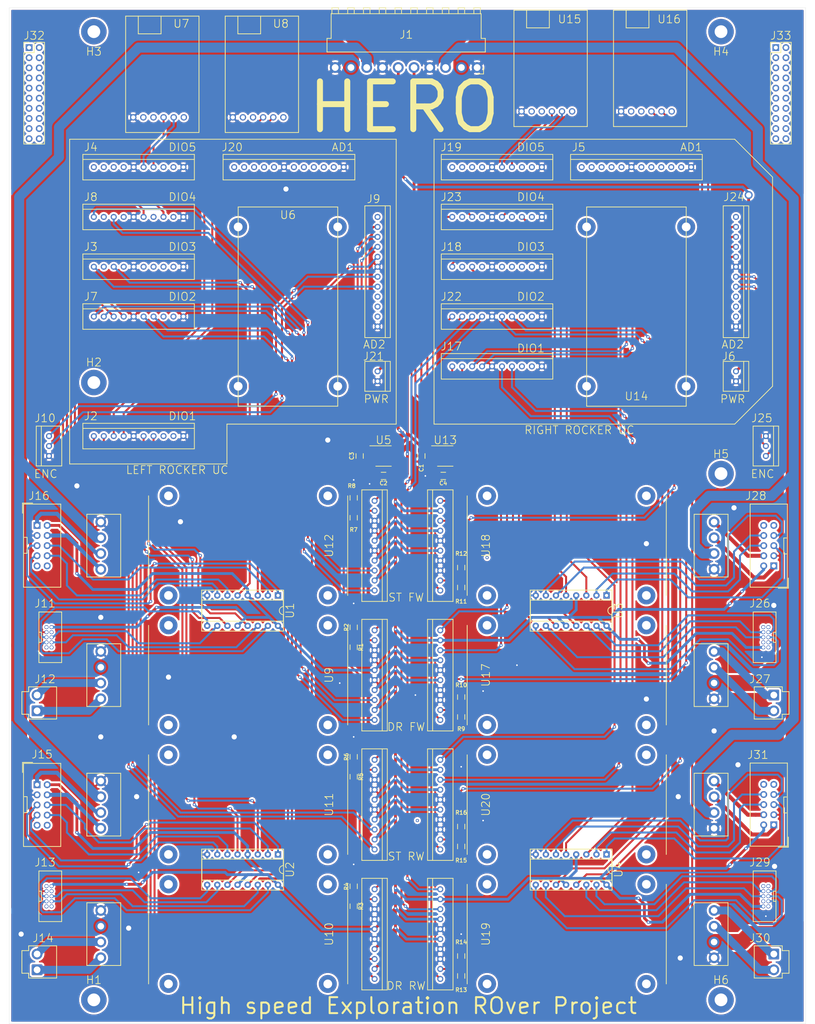
<source format=kicad_pcb>
(kicad_pcb (version 20171130) (host pcbnew "(5.1.4)-1")
  (layers (0 F.Cu signal) (31 B.Cu signal) (34 B.Paste user) (35 F.Paste user) (36 B.SilkS user) (37 F.SilkS user) (38 B.Mask user) (39 F.Mask user) (44 Edge.Cuts user))
  (net 0 "")
  (net 1 +12V)
  (net 2 GND)
  (net 3 "/Left Rocker Interface/+5VA")
  (net 4 "/Right Rocker Interface/+5VA")
  (net 5 +5V)
  (net 6 +36V)
  (net 7 +24V)
  (net 8 "/Left Rocker Interface/UART_TX_DBG")
  (net 9 "Net-(J2-Pad8)")
  (net 10 "/Left Rocker Interface/ENC_ST_RW_1")
  (net 11 "/Left Rocker Interface/ENC_DR_FW_1")
  (net 12 "/Left Rocker Interface/ENC_ST_RW_2")
  (net 13 "/Left Rocker Interface/UART_RX_DBG")
  (net 14 "Net-(J2-Pad9)")
  (net 15 "/Left Rocker Interface/ENC_DR_FW_2")
  (net 16 "Net-(J3-Pad2)")
  (net 17 "Net-(J3-Pad9)")
  (net 18 "/Left Rocker Interface/ENC_ST_FW_2")
  (net 19 "Net-(J3-Pad7)")
  (net 20 "/Left Rocker Interface/ENC_ST_FW_1")
  (net 21 "Net-(J3-Pad6)")
  (net 22 "Net-(J3-Pad8)")
  (net 23 "Net-(J3-Pad4)")
  (net 24 "Net-(J4-Pad2)")
  (net 25 "Net-(J4-Pad9)")
  (net 26 "Net-(J4-Pad3)")
  (net 27 "/Left Rocker Interface/UART_RX_COM")
  (net 28 "Net-(J4-Pad1)")
  (net 29 "/Left Rocker Interface/UART_TX_COM")
  (net 30 "Net-(J4-Pad8)")
  (net 31 "Net-(J4-Pad4)")
  (net 32 "Net-(J5-Pad1)")
  (net 33 "Net-(J5-Pad2)")
  (net 34 "Net-(J5-Pad3)")
  (net 35 "Net-(J5-Pad4)")
  (net 36 "Net-(J5-Pad5)")
  (net 37 "Net-(J5-Pad7)")
  (net 38 "Net-(J5-Pad8)")
  (net 39 "Net-(J5-Pad9)")
  (net 40 "Net-(J5-Pad10)")
  (net 41 "Net-(J5-Pad11)")
  (net 42 "/Left Rocker Interface/MOT_DR_RW_2")
  (net 43 "Net-(J7-Pad8)")
  (net 44 "/Left Rocker Interface/ENC_DR_RW_1")
  (net 45 "/Left Rocker Interface/MOT_DR_FW_1")
  (net 46 "/Left Rocker Interface/ENC_DR_RW_2")
  (net 47 "/Left Rocker Interface/MOT_DR_RW_1")
  (net 48 "Net-(J7-Pad9)")
  (net 49 "/Left Rocker Interface/MOT_DR_FW_2")
  (net 50 "Net-(J8-Pad4)")
  (net 51 "/Left Rocker Interface/MOT_ST_RW_2")
  (net 52 "/Left Rocker Interface/MOT_ST_RW_1")
  (net 53 "/Left Rocker Interface/MOT_ST_FW_1")
  (net 54 "Net-(J8-Pad7)")
  (net 55 "/Left Rocker Interface/MOT_ST_FW_2")
  (net 56 "Net-(J8-Pad9)")
  (net 57 "Net-(J8-Pad2)")
  (net 58 "Net-(J9-Pad11)")
  (net 59 "Net-(J9-Pad10)")
  (net 60 "Net-(J9-Pad9)")
  (net 61 "/Left Rocker Interface/POS_RK")
  (net 62 "/Left Rocker Interface/+3V3A")
  (net 63 "/Left Rocker Interface/CUR_DR_RW")
  (net 64 "/Left Rocker Interface/CUR_DR_FW")
  (net 65 "/Left Rocker Interface/CUR_ST_RW")
  (net 66 "/Left Rocker Interface/CUR_ST_FW")
  (net 67 "Net-(J9-Pad1)")
  (net 68 "Net-(J11-Pad10)")
  (net 69 "/Left Rocker Interface/Left Driving Motor Driver FW/B")
  (net 70 "/Left Rocker Interface/Left Driving Motor Driver FW/A")
  (net 71 "Net-(J11-Pad9)")
  (net 72 "/Left Rocker Interface/Left Driving Motor Driver FW/~B~")
  (net 73 "/Left Rocker Interface/Left Driving Motor Driver FW/~A~")
  (net 74 "Net-(J11-Pad4)")
  (net 75 "Net-(J11-Pad1)")
  (net 76 "Net-(J12-Pad1)")
  (net 77 "Net-(J12-Pad2)")
  (net 78 "Net-(J13-Pad1)")
  (net 79 "Net-(J13-Pad4)")
  (net 80 "/Left Rocker Interface/Left Driving Motor Driver RW/~A~")
  (net 81 "/Left Rocker Interface/Left Driving Motor Driver RW/~B~")
  (net 82 "Net-(J13-Pad9)")
  (net 83 "/Left Rocker Interface/Left Driving Motor Driver RW/A")
  (net 84 "/Left Rocker Interface/Left Driving Motor Driver RW/B")
  (net 85 "Net-(J13-Pad10)")
  (net 86 "Net-(J14-Pad1)")
  (net 87 "Net-(J14-Pad2)")
  (net 88 "Net-(J15-Pad10)")
  (net 89 "Net-(J15-Pad9)")
  (net 90 "/Left Rocker Interface/Left Steering Motor Driver RW/B")
  (net 91 "/Left Rocker Interface/Left Steering Motor Driver RW/~B~")
  (net 92 "/Left Rocker Interface/Left Steering Motor Driver RW/A")
  (net 93 "/Left Rocker Interface/Left Steering Motor Driver RW/~A~")
  (net 94 "Net-(J15-Pad4)")
  (net 95 "Net-(J15-Pad1)")
  (net 96 "Net-(J16-Pad1)")
  (net 97 "Net-(J16-Pad4)")
  (net 98 "/Left Rocker Interface/Left Steering Motor Driver FW/~A~")
  (net 99 "/Left Rocker Interface/Left Steering Motor Driver FW/A")
  (net 100 "/Left Rocker Interface/Left Steering Motor Driver FW/~B~")
  (net 101 "/Left Rocker Interface/Left Steering Motor Driver FW/B")
  (net 102 "Net-(J16-Pad9)")
  (net 103 "Net-(J16-Pad10)")
  (net 104 "/Right Rocker Interface/ENC_DR_FW_2")
  (net 105 "Net-(J17-Pad9)")
  (net 106 "/Right Rocker Interface/UART_RX_DBG")
  (net 107 "/Right Rocker Interface/ENC_ST_RW_2")
  (net 108 "/Right Rocker Interface/ENC_DR_FW_1")
  (net 109 "/Right Rocker Interface/ENC_ST_RW_1")
  (net 110 "Net-(J17-Pad8)")
  (net 111 "/Right Rocker Interface/UART_TX_DBG")
  (net 112 "Net-(J18-Pad2)")
  (net 113 "Net-(J18-Pad9)")
  (net 114 "/Right Rocker Interface/ENC_ST_FW_2")
  (net 115 "Net-(J18-Pad7)")
  (net 116 "/Right Rocker Interface/ENC_ST_FW_1")
  (net 117 "Net-(J18-Pad6)")
  (net 118 "Net-(J18-Pad8)")
  (net 119 "Net-(J18-Pad4)")
  (net 120 "Net-(J19-Pad2)")
  (net 121 "Net-(J19-Pad9)")
  (net 122 "Net-(J19-Pad3)")
  (net 123 "/Right Rocker Interface/UART_RX_COM")
  (net 124 "Net-(J19-Pad1)")
  (net 125 "/Right Rocker Interface/UART_TX_COM")
  (net 126 "Net-(J19-Pad8)")
  (net 127 "Net-(J19-Pad4)")
  (net 128 "Net-(J20-Pad11)")
  (net 129 "Net-(J20-Pad10)")
  (net 130 "Net-(J20-Pad9)")
  (net 131 "Net-(J20-Pad8)")
  (net 132 "Net-(J20-Pad7)")
  (net 133 "Net-(J20-Pad5)")
  (net 134 "Net-(J20-Pad4)")
  (net 135 "Net-(J20-Pad3)")
  (net 136 "Net-(J20-Pad2)")
  (net 137 "Net-(J20-Pad1)")
  (net 138 "/Right Rocker Interface/MOT_DR_RW_2")
  (net 139 "Net-(J22-Pad8)")
  (net 140 "/Right Rocker Interface/ENC_DR_RW_1")
  (net 141 "/Right Rocker Interface/MOT_DR_FW_1")
  (net 142 "/Right Rocker Interface/ENC_DR_RW_2")
  (net 143 "/Right Rocker Interface/MOT_DR_RW_1")
  (net 144 "Net-(J22-Pad9)")
  (net 145 "/Right Rocker Interface/MOT_DR_FW_2")
  (net 146 "Net-(J23-Pad4)")
  (net 147 "/Right Rocker Interface/MOT_ST_RW_2")
  (net 148 "/Right Rocker Interface/MOT_ST_RW_1")
  (net 149 "/Right Rocker Interface/MOT_ST_FW_1")
  (net 150 "Net-(J23-Pad7)")
  (net 151 "/Right Rocker Interface/MOT_ST_FW_2")
  (net 152 "Net-(J23-Pad9)")
  (net 153 "Net-(J23-Pad2)")
  (net 154 "Net-(J24-Pad1)")
  (net 155 "/Right Rocker Interface/CUR_ST_FW")
  (net 156 "/Right Rocker Interface/CUR_ST_RW")
  (net 157 "/Right Rocker Interface/CUR_DR_FW")
  (net 158 "/Right Rocker Interface/CUR_DR_RW")
  (net 159 "/Right Rocker Interface/+3V3A")
  (net 160 "/Right Rocker Interface/POS_RK")
  (net 161 "Net-(J24-Pad9)")
  (net 162 "Net-(J24-Pad10)")
  (net 163 "Net-(J24-Pad11)")
  (net 164 "Net-(J26-Pad10)")
  (net 165 "/Right Rocker Interface/Right Driving Motor Driver FW/B")
  (net 166 "/Right Rocker Interface/Right Driving Motor Driver FW/A")
  (net 167 "Net-(J26-Pad9)")
  (net 168 "/Right Rocker Interface/Right Driving Motor Driver FW/~B~")
  (net 169 "/Right Rocker Interface/Right Driving Motor Driver FW/~A~")
  (net 170 "Net-(J26-Pad4)")
  (net 171 "Net-(J26-Pad1)")
  (net 172 "Net-(J27-Pad2)")
  (net 173 "Net-(J27-Pad1)")
  (net 174 "Net-(J28-Pad10)")
  (net 175 "Net-(J28-Pad9)")
  (net 176 "/Right Rocker Interface/Right Steering Motor Driver FW/B")
  (net 177 "/Right Rocker Interface/Right Steering Motor Driver FW/~B~")
  (net 178 "/Right Rocker Interface/Right Steering Motor Driver FW/A")
  (net 179 "/Right Rocker Interface/Right Steering Motor Driver FW/~A~")
  (net 180 "Net-(J28-Pad4)")
  (net 181 "Net-(J28-Pad1)")
  (net 182 "Net-(J29-Pad1)")
  (net 183 "Net-(J29-Pad4)")
  (net 184 "/Right Rocker Interface/Right Driving Motor Driver RW/~A~")
  (net 185 "/Right Rocker Interface/Right Driving Motor Driver RW/~B~")
  (net 186 "Net-(J29-Pad9)")
  (net 187 "/Right Rocker Interface/Right Driving Motor Driver RW/A")
  (net 188 "/Right Rocker Interface/Right Driving Motor Driver RW/B")
  (net 189 "Net-(J29-Pad10)")
  (net 190 "Net-(J30-Pad2)")
  (net 191 "Net-(J30-Pad1)")
  (net 192 "Net-(J31-Pad1)")
  (net 193 "Net-(J31-Pad4)")
  (net 194 "/Right Rocker Interface/Right Steering Motor Driver RW/~A~")
  (net 195 "/Right Rocker Interface/Right Steering Motor Driver RW/A")
  (net 196 "/Right Rocker Interface/Right Steering Motor Driver RW/~B~")
  (net 197 "/Right Rocker Interface/Right Steering Motor Driver RW/B")
  (net 198 "Net-(J31-Pad9)")
  (net 199 "Net-(J31-Pad10)")
  (net 200 "Net-(R1-Pad2)")
  (net 201 "Net-(R3-Pad2)")
  (net 202 "Net-(R5-Pad2)")
  (net 203 "Net-(R7-Pad2)")
  (net 204 "Net-(R9-Pad2)")
  (net 205 "Net-(R11-Pad2)")
  (net 206 "Net-(R13-Pad2)")
  (net 207 "Net-(R15-Pad2)")
  (net 208 "Net-(U7-Pad5)")
  (net 209 "Net-(U7-Pad4)")
  (net 210 "Net-(U7-Pad1)")
  (net 211 "Net-(U8-Pad1)")
  (net 212 "Net-(U8-Pad4)")
  (net 213 "Net-(U8-Pad5)")
  (net 214 "Net-(U15-Pad1)")
  (net 215 "Net-(U15-Pad4)")
  (net 216 "Net-(U15-Pad5)")
  (net 217 "Net-(U16-Pad5)")
  (net 218 "Net-(U16-Pad4)")
  (net 219 "Net-(U16-Pad1)")
  (net 220 "Net-(J32-Pad20)")
  (net 221 "Net-(J32-Pad19)")
  (net 222 "Net-(J32-Pad18)")
  (net 223 "Net-(J32-Pad17)")
  (net 224 "Net-(J32-Pad16)")
  (net 225 "Net-(J32-Pad15)")
  (net 226 "Net-(J32-Pad14)")
  (net 227 "Net-(J32-Pad13)")
  (net 228 "Net-(J32-Pad12)")
  (net 229 "Net-(J32-Pad11)")
  (net 230 "Net-(J32-Pad10)")
  (net 231 "Net-(J32-Pad9)")
  (net 232 "Net-(J32-Pad8)")
  (net 233 "Net-(J32-Pad7)")
  (net 234 "Net-(J32-Pad6)")
  (net 235 "Net-(J32-Pad5)")
  (net 236 "Net-(J32-Pad4)")
  (net 237 "Net-(J32-Pad3)")
  (net 238 "Net-(J32-Pad2)")
  (net 239 "Net-(J32-Pad1)")
  (net 240 "Net-(J33-Pad20)")
  (net 241 "Net-(J33-Pad19)")
  (net 242 "Net-(J33-Pad18)")
  (net 243 "Net-(J33-Pad17)")
  (net 244 "Net-(J33-Pad16)")
  (net 245 "Net-(J33-Pad15)")
  (net 246 "Net-(J33-Pad14)")
  (net 247 "Net-(J33-Pad13)")
  (net 248 "Net-(J33-Pad12)")
  (net 249 "Net-(J33-Pad11)")
  (net 250 "Net-(J33-Pad10)")
  (net 251 "Net-(J33-Pad9)")
  (net 252 "Net-(J33-Pad8)")
  (net 253 "Net-(J33-Pad7)")
  (net 254 "Net-(J33-Pad6)")
  (net 255 "Net-(J33-Pad5)")
  (net 256 "Net-(J33-Pad4)")
  (net 257 "Net-(J33-Pad3)")
  (net 258 "Net-(J33-Pad2)")
  (net 259 "Net-(J33-Pad1)")
  (module HERO_nonStandardComponents:HibotUM1XH (layer F.Cu) (at 75.32 348 180)
    (fp_text reference U10 (at -20.32 0 90) (layer F.SilkS) (effects (font (size 2 2) (thickness 0.2))))
    (fp_text value HiBot-UM-1XH)
    (pad 14 thru_hole circle (at 37 5.94 180) (size 2.7 2.7) (drill 1.65) (layers *.Cu *.Mask) (net 2 GND))
    (pad 13 thru_hole circle (at 37 1.98 180) (size 2.7 2.7) (drill 1.65) (layers *.Cu *.Mask) (net 6 +36V))
    (pad 12 thru_hole circle (at 37 -1.98 180) (size 2.7 2.7) (drill 1.65) (layers *.Cu *.Mask) (net 87 "Net-(J14-Pad2)"))
    (pad 11 thru_hole circle (at 37 -5.94 180) (size 2.7 2.7) (drill 1.65) (layers *.Cu *.Mask) (net 86 "Net-(J14-Pad1)"))
    (pad 1 thru_hole circle (at -31.75 11.25 180) (size 1.5 1.5) (drill 0.9) (layers *.Cu *.Mask) (net 3 "/Left Rocker Interface/+5VA"))
    (pad 2 thru_hole circle (at -31.75 8.75 180) (size 1.5 1.5) (drill 0.9) (layers *.Cu *.Mask) (net 201 "Net-(R3-Pad2)"))
    (pad 3 thru_hole circle (at -31.75 6.25 180) (size 1.5 1.5) (drill 0.9) (layers *.Cu *.Mask) (net 2 GND))
    (pad 4 thru_hole circle (at -31.75 3.75 180) (size 1.5 1.5) (drill 0.9) (layers *.Cu *.Mask) (net 2 GND))
    (pad 5 thru_hole circle (at -31.75 1.25 180) (size 1.5 1.5) (drill 0.9) (layers *.Cu *.Mask) (net 5 +5V))
    (pad 6 thru_hole circle (at -31.75 -1.25 180) (size 1.5 1.5) (drill 0.9) (layers *.Cu *.Mask) (net 2 GND))
    (pad 7 thru_hole circle (at -31.75 -3.75 180) (size 1.5 1.5) (drill 0.9) (layers *.Cu *.Mask) (net 5 +5V))
    (pad 8 thru_hole circle (at -31.75 -6.25 180) (size 1.5 1.5) (drill 0.9) (layers *.Cu *.Mask) (net 47 "/Left Rocker Interface/MOT_DR_RW_1"))
    (pad 9 thru_hole circle (at -31.75 -8.75 180) (size 1.5 1.5) (drill 0.9) (layers *.Cu *.Mask) (net 5 +5V))
    (pad 10 thru_hole circle (at -31.75 -11.25 180) (size 1.5 1.5) (drill 0.9) (layers *.Cu *.Mask) (net 42 "/Left Rocker Interface/MOT_DR_RW_2"))
    (pad "" thru_hole circle (at 20 -12.5 180) (size 4.5 4.5) (drill 2.2) (layers *.Cu *.Mask))
    (pad "" thru_hole circle (at -20 12.5 180) (size 4.5 4.5) (drill 2.2) (layers *.Cu *.Mask))
    (pad "" thru_hole circle (at -20 -12.5 180) (size 4.5 4.5) (drill 2.2) (layers *.Cu *.Mask))
    (pad "" thru_hole circle (at 20 12.5 180) (size 4.5 4.5) (drill 2.2) (layers *.Cu *.Mask))
  )
  (module HERO_nonStandardComponents:HibotUM1XH (layer F.Cu) (at 75.32 315.5 180)
    (fp_text reference U11 (at -20.32 0 90) (layer F.SilkS) (effects (font (size 2 2) (thickness 0.2))))
    (fp_text value HiBot-UM-1XH)
    (pad 14 thru_hole circle (at 37 5.94 180) (size 2.7 2.7) (drill 1.65) (layers *.Cu *.Mask) (net 2 GND))
    (pad 13 thru_hole circle (at 37 1.98 180) (size 2.7 2.7) (drill 1.65) (layers *.Cu *.Mask) (net 7 +24V))
    (pad 12 thru_hole circle (at 37 -1.98 180) (size 2.7 2.7) (drill 1.65) (layers *.Cu *.Mask) (net 95 "Net-(J15-Pad1)"))
    (pad 11 thru_hole circle (at 37 -5.94 180) (size 2.7 2.7) (drill 1.65) (layers *.Cu *.Mask) (net 94 "Net-(J15-Pad4)"))
    (pad 1 thru_hole circle (at -31.75 11.25 180) (size 1.5 1.5) (drill 0.9) (layers *.Cu *.Mask) (net 3 "/Left Rocker Interface/+5VA"))
    (pad 2 thru_hole circle (at -31.75 8.75 180) (size 1.5 1.5) (drill 0.9) (layers *.Cu *.Mask) (net 202 "Net-(R5-Pad2)"))
    (pad 3 thru_hole circle (at -31.75 6.25 180) (size 1.5 1.5) (drill 0.9) (layers *.Cu *.Mask) (net 2 GND))
    (pad 4 thru_hole circle (at -31.75 3.75 180) (size 1.5 1.5) (drill 0.9) (layers *.Cu *.Mask) (net 2 GND))
    (pad 5 thru_hole circle (at -31.75 1.25 180) (size 1.5 1.5) (drill 0.9) (layers *.Cu *.Mask) (net 5 +5V))
    (pad 6 thru_hole circle (at -31.75 -1.25 180) (size 1.5 1.5) (drill 0.9) (layers *.Cu *.Mask) (net 2 GND))
    (pad 7 thru_hole circle (at -31.75 -3.75 180) (size 1.5 1.5) (drill 0.9) (layers *.Cu *.Mask) (net 5 +5V))
    (pad 8 thru_hole circle (at -31.75 -6.25 180) (size 1.5 1.5) (drill 0.9) (layers *.Cu *.Mask) (net 52 "/Left Rocker Interface/MOT_ST_RW_1"))
    (pad 9 thru_hole circle (at -31.75 -8.75 180) (size 1.5 1.5) (drill 0.9) (layers *.Cu *.Mask) (net 5 +5V))
    (pad 10 thru_hole circle (at -31.75 -11.25 180) (size 1.5 1.5) (drill 0.9) (layers *.Cu *.Mask) (net 51 "/Left Rocker Interface/MOT_ST_RW_2"))
    (pad "" thru_hole circle (at 20 -12.5 180) (size 4.5 4.5) (drill 2.2) (layers *.Cu *.Mask))
    (pad "" thru_hole circle (at -20 12.5 180) (size 4.5 4.5) (drill 2.2) (layers *.Cu *.Mask))
    (pad "" thru_hole circle (at -20 -12.5 180) (size 4.5 4.5) (drill 2.2) (layers *.Cu *.Mask))
    (pad "" thru_hole circle (at 20 12.5 180) (size 4.5 4.5) (drill 2.2) (layers *.Cu *.Mask))
  )
  (module HERO_nonStandardComponents:HibotUM1XH (layer F.Cu) (at 75.32 250.5 180)
    (fp_text reference U12 (at -20.32 0 90) (layer F.SilkS) (effects (font (size 2 2) (thickness 0.2))))
    (fp_text value HiBot-UM-1XH)
    (pad 14 thru_hole circle (at 37 5.94 180) (size 2.7 2.7) (drill 1.65) (layers *.Cu *.Mask) (net 2 GND))
    (pad 13 thru_hole circle (at 37 1.98 180) (size 2.7 2.7) (drill 1.65) (layers *.Cu *.Mask) (net 7 +24V))
    (pad 12 thru_hole circle (at 37 -1.98 180) (size 2.7 2.7) (drill 1.65) (layers *.Cu *.Mask) (net 96 "Net-(J16-Pad1)"))
    (pad 11 thru_hole circle (at 37 -5.94 180) (size 2.7 2.7) (drill 1.65) (layers *.Cu *.Mask) (net 97 "Net-(J16-Pad4)"))
    (pad 1 thru_hole circle (at -31.75 11.25 180) (size 1.5 1.5) (drill 0.9) (layers *.Cu *.Mask) (net 3 "/Left Rocker Interface/+5VA"))
    (pad 2 thru_hole circle (at -31.75 8.75 180) (size 1.5 1.5) (drill 0.9) (layers *.Cu *.Mask) (net 203 "Net-(R7-Pad2)"))
    (pad 3 thru_hole circle (at -31.75 6.25 180) (size 1.5 1.5) (drill 0.9) (layers *.Cu *.Mask) (net 2 GND))
    (pad 4 thru_hole circle (at -31.75 3.75 180) (size 1.5 1.5) (drill 0.9) (layers *.Cu *.Mask) (net 2 GND))
    (pad 5 thru_hole circle (at -31.75 1.25 180) (size 1.5 1.5) (drill 0.9) (layers *.Cu *.Mask) (net 5 +5V))
    (pad 6 thru_hole circle (at -31.75 -1.25 180) (size 1.5 1.5) (drill 0.9) (layers *.Cu *.Mask) (net 2 GND))
    (pad 7 thru_hole circle (at -31.75 -3.75 180) (size 1.5 1.5) (drill 0.9) (layers *.Cu *.Mask) (net 5 +5V))
    (pad 8 thru_hole circle (at -31.75 -6.25 180) (size 1.5 1.5) (drill 0.9) (layers *.Cu *.Mask) (net 53 "/Left Rocker Interface/MOT_ST_FW_1"))
    (pad 9 thru_hole circle (at -31.75 -8.75 180) (size 1.5 1.5) (drill 0.9) (layers *.Cu *.Mask) (net 5 +5V))
    (pad 10 thru_hole circle (at -31.75 -11.25 180) (size 1.5 1.5) (drill 0.9) (layers *.Cu *.Mask) (net 55 "/Left Rocker Interface/MOT_ST_FW_2"))
    (pad "" thru_hole circle (at 20 -12.5 180) (size 4.5 4.5) (drill 2.2) (layers *.Cu *.Mask))
    (pad "" thru_hole circle (at -20 12.5 180) (size 4.5 4.5) (drill 2.2) (layers *.Cu *.Mask))
    (pad "" thru_hole circle (at -20 -12.5 180) (size 4.5 4.5) (drill 2.2) (layers *.Cu *.Mask))
    (pad "" thru_hole circle (at 20 12.5 180) (size 4.5 4.5) (drill 2.2) (layers *.Cu *.Mask))
  )
  (module HERO_nonStandardComponents:HibotUM1XH (layer F.Cu) (at 75.32 283 180)
    (fp_text reference U9 (at -20.32 0 90) (layer F.SilkS) (effects (font (size 2 2) (thickness 0.2))))
    (fp_text value HiBot-UM-1XH)
    (pad 14 thru_hole circle (at 37 5.94 180) (size 2.7 2.7) (drill 1.65) (layers *.Cu *.Mask) (net 2 GND))
    (pad 13 thru_hole circle (at 37 1.98 180) (size 2.7 2.7) (drill 1.65) (layers *.Cu *.Mask) (net 6 +36V))
    (pad 12 thru_hole circle (at 37 -1.98 180) (size 2.7 2.7) (drill 1.65) (layers *.Cu *.Mask) (net 77 "Net-(J12-Pad2)"))
    (pad 11 thru_hole circle (at 37 -5.94 180) (size 2.7 2.7) (drill 1.65) (layers *.Cu *.Mask) (net 76 "Net-(J12-Pad1)"))
    (pad 1 thru_hole circle (at -31.75 11.25 180) (size 1.5 1.5) (drill 0.9) (layers *.Cu *.Mask) (net 3 "/Left Rocker Interface/+5VA"))
    (pad 2 thru_hole circle (at -31.75 8.75 180) (size 1.5 1.5) (drill 0.9) (layers *.Cu *.Mask) (net 200 "Net-(R1-Pad2)"))
    (pad 3 thru_hole circle (at -31.75 6.25 180) (size 1.5 1.5) (drill 0.9) (layers *.Cu *.Mask) (net 2 GND))
    (pad 4 thru_hole circle (at -31.75 3.75 180) (size 1.5 1.5) (drill 0.9) (layers *.Cu *.Mask) (net 2 GND))
    (pad 5 thru_hole circle (at -31.75 1.25 180) (size 1.5 1.5) (drill 0.9) (layers *.Cu *.Mask) (net 5 +5V))
    (pad 6 thru_hole circle (at -31.75 -1.25 180) (size 1.5 1.5) (drill 0.9) (layers *.Cu *.Mask) (net 2 GND))
    (pad 7 thru_hole circle (at -31.75 -3.75 180) (size 1.5 1.5) (drill 0.9) (layers *.Cu *.Mask) (net 5 +5V))
    (pad 8 thru_hole circle (at -31.75 -6.25 180) (size 1.5 1.5) (drill 0.9) (layers *.Cu *.Mask) (net 45 "/Left Rocker Interface/MOT_DR_FW_1"))
    (pad 9 thru_hole circle (at -31.75 -8.75 180) (size 1.5 1.5) (drill 0.9) (layers *.Cu *.Mask) (net 5 +5V))
    (pad 10 thru_hole circle (at -31.75 -11.25 180) (size 1.5 1.5) (drill 0.9) (layers *.Cu *.Mask) (net 49 "/Left Rocker Interface/MOT_DR_FW_2"))
    (pad "" thru_hole circle (at 20 -12.5 180) (size 4.5 4.5) (drill 2.2) (layers *.Cu *.Mask))
    (pad "" thru_hole circle (at -20 12.5 180) (size 4.5 4.5) (drill 2.2) (layers *.Cu *.Mask))
    (pad "" thru_hole circle (at -20 -12.5 180) (size 4.5 4.5) (drill 2.2) (layers *.Cu *.Mask))
    (pad "" thru_hole circle (at 20 12.5 180) (size 4.5 4.5) (drill 2.2) (layers *.Cu *.Mask))
  )
  (module HERO_nonStandardComponents:HibotUM1XH (layer F.Cu) (at 155.32 250.5)
    (fp_text reference U18 (at -20.32 0 90) (layer F.SilkS) (effects (font (size 2 2) (thickness 0.2))))
    (fp_text value HiBot-UM-1XH)
    (pad 14 thru_hole circle (at 37 5.94) (size 2.7 2.7) (drill 1.65) (layers *.Cu *.Mask) (net 2 GND))
    (pad 13 thru_hole circle (at 37 1.98) (size 2.7 2.7) (drill 1.65) (layers *.Cu *.Mask) (net 7 +24V))
    (pad 12 thru_hole circle (at 37 -1.98) (size 2.7 2.7) (drill 1.65) (layers *.Cu *.Mask) (net 181 "Net-(J28-Pad1)"))
    (pad 11 thru_hole circle (at 37 -5.94) (size 2.7 2.7) (drill 1.65) (layers *.Cu *.Mask) (net 180 "Net-(J28-Pad4)"))
    (pad 1 thru_hole circle (at -31.75 11.25) (size 1.5 1.5) (drill 0.9) (layers *.Cu *.Mask) (net 4 "/Right Rocker Interface/+5VA"))
    (pad 2 thru_hole circle (at -31.75 8.75) (size 1.5 1.5) (drill 0.9) (layers *.Cu *.Mask) (net 205 "Net-(R11-Pad2)"))
    (pad 3 thru_hole circle (at -31.75 6.25) (size 1.5 1.5) (drill 0.9) (layers *.Cu *.Mask) (net 2 GND))
    (pad 4 thru_hole circle (at -31.75 3.75) (size 1.5 1.5) (drill 0.9) (layers *.Cu *.Mask) (net 2 GND))
    (pad 5 thru_hole circle (at -31.75 1.25) (size 1.5 1.5) (drill 0.9) (layers *.Cu *.Mask) (net 5 +5V))
    (pad 6 thru_hole circle (at -31.75 -1.25) (size 1.5 1.5) (drill 0.9) (layers *.Cu *.Mask) (net 2 GND))
    (pad 7 thru_hole circle (at -31.75 -3.75) (size 1.5 1.5) (drill 0.9) (layers *.Cu *.Mask) (net 5 +5V))
    (pad 8 thru_hole circle (at -31.75 -6.25) (size 1.5 1.5) (drill 0.9) (layers *.Cu *.Mask) (net 149 "/Right Rocker Interface/MOT_ST_FW_1"))
    (pad 9 thru_hole circle (at -31.75 -8.75) (size 1.5 1.5) (drill 0.9) (layers *.Cu *.Mask) (net 5 +5V))
    (pad 10 thru_hole circle (at -31.75 -11.25) (size 1.5 1.5) (drill 0.9) (layers *.Cu *.Mask) (net 151 "/Right Rocker Interface/MOT_ST_FW_2"))
    (pad "" thru_hole circle (at 20 -12.5) (size 4.5 4.5) (drill 2.2) (layers *.Cu *.Mask))
    (pad "" thru_hole circle (at -20 12.5) (size 4.5 4.5) (drill 2.2) (layers *.Cu *.Mask))
    (pad "" thru_hole circle (at -20 -12.5) (size 4.5 4.5) (drill 2.2) (layers *.Cu *.Mask))
    (pad "" thru_hole circle (at 20 12.5) (size 4.5 4.5) (drill 2.2) (layers *.Cu *.Mask))
  )
  (module HERO_nonStandardComponents:HibotUM1XH (layer F.Cu) (at 155.32 283)
    (fp_text reference U17 (at -20.32 0 90) (layer F.SilkS) (effects (font (size 2 2) (thickness 0.2))))
    (fp_text value HiBot-UM-1XH)
    (pad 14 thru_hole circle (at 37 5.94) (size 2.7 2.7) (drill 1.65) (layers *.Cu *.Mask) (net 2 GND))
    (pad 13 thru_hole circle (at 37 1.98) (size 2.7 2.7) (drill 1.65) (layers *.Cu *.Mask) (net 6 +36V))
    (pad 12 thru_hole circle (at 37 -1.98) (size 2.7 2.7) (drill 1.65) (layers *.Cu *.Mask) (net 172 "Net-(J27-Pad2)"))
    (pad 11 thru_hole circle (at 37 -5.94) (size 2.7 2.7) (drill 1.65) (layers *.Cu *.Mask) (net 173 "Net-(J27-Pad1)"))
    (pad 1 thru_hole circle (at -31.75 11.25) (size 1.5 1.5) (drill 0.9) (layers *.Cu *.Mask) (net 4 "/Right Rocker Interface/+5VA"))
    (pad 2 thru_hole circle (at -31.75 8.75) (size 1.5 1.5) (drill 0.9) (layers *.Cu *.Mask) (net 204 "Net-(R9-Pad2)"))
    (pad 3 thru_hole circle (at -31.75 6.25) (size 1.5 1.5) (drill 0.9) (layers *.Cu *.Mask) (net 2 GND))
    (pad 4 thru_hole circle (at -31.75 3.75) (size 1.5 1.5) (drill 0.9) (layers *.Cu *.Mask) (net 2 GND))
    (pad 5 thru_hole circle (at -31.75 1.25) (size 1.5 1.5) (drill 0.9) (layers *.Cu *.Mask) (net 5 +5V))
    (pad 6 thru_hole circle (at -31.75 -1.25) (size 1.5 1.5) (drill 0.9) (layers *.Cu *.Mask) (net 2 GND))
    (pad 7 thru_hole circle (at -31.75 -3.75) (size 1.5 1.5) (drill 0.9) (layers *.Cu *.Mask) (net 5 +5V))
    (pad 8 thru_hole circle (at -31.75 -6.25) (size 1.5 1.5) (drill 0.9) (layers *.Cu *.Mask) (net 141 "/Right Rocker Interface/MOT_DR_FW_1"))
    (pad 9 thru_hole circle (at -31.75 -8.75) (size 1.5 1.5) (drill 0.9) (layers *.Cu *.Mask) (net 5 +5V))
    (pad 10 thru_hole circle (at -31.75 -11.25) (size 1.5 1.5) (drill 0.9) (layers *.Cu *.Mask) (net 145 "/Right Rocker Interface/MOT_DR_FW_2"))
    (pad "" thru_hole circle (at 20 -12.5) (size 4.5 4.5) (drill 2.2) (layers *.Cu *.Mask))
    (pad "" thru_hole circle (at -20 12.5) (size 4.5 4.5) (drill 2.2) (layers *.Cu *.Mask))
    (pad "" thru_hole circle (at -20 -12.5) (size 4.5 4.5) (drill 2.2) (layers *.Cu *.Mask))
    (pad "" thru_hole circle (at 20 12.5) (size 4.5 4.5) (drill 2.2) (layers *.Cu *.Mask))
  )
  (module HERO_nonStandardComponents:HibotUM1XH (layer F.Cu) (at 155.32 348)
    (fp_text reference U19 (at -20.32 0 90) (layer F.SilkS) (effects (font (size 2 2) (thickness 0.2))))
    (fp_text value HiBot-UM-1XH)
    (pad 14 thru_hole circle (at 37 5.94) (size 2.7 2.7) (drill 1.65) (layers *.Cu *.Mask) (net 2 GND))
    (pad 13 thru_hole circle (at 37 1.98) (size 2.7 2.7) (drill 1.65) (layers *.Cu *.Mask) (net 6 +36V))
    (pad 12 thru_hole circle (at 37 -1.98) (size 2.7 2.7) (drill 1.65) (layers *.Cu *.Mask) (net 190 "Net-(J30-Pad2)"))
    (pad 11 thru_hole circle (at 37 -5.94) (size 2.7 2.7) (drill 1.65) (layers *.Cu *.Mask) (net 191 "Net-(J30-Pad1)"))
    (pad 1 thru_hole circle (at -31.75 11.25) (size 1.5 1.5) (drill 0.9) (layers *.Cu *.Mask) (net 4 "/Right Rocker Interface/+5VA"))
    (pad 2 thru_hole circle (at -31.75 8.75) (size 1.5 1.5) (drill 0.9) (layers *.Cu *.Mask) (net 206 "Net-(R13-Pad2)"))
    (pad 3 thru_hole circle (at -31.75 6.25) (size 1.5 1.5) (drill 0.9) (layers *.Cu *.Mask) (net 2 GND))
    (pad 4 thru_hole circle (at -31.75 3.75) (size 1.5 1.5) (drill 0.9) (layers *.Cu *.Mask) (net 2 GND))
    (pad 5 thru_hole circle (at -31.75 1.25) (size 1.5 1.5) (drill 0.9) (layers *.Cu *.Mask) (net 5 +5V))
    (pad 6 thru_hole circle (at -31.75 -1.25) (size 1.5 1.5) (drill 0.9) (layers *.Cu *.Mask) (net 2 GND))
    (pad 7 thru_hole circle (at -31.75 -3.75) (size 1.5 1.5) (drill 0.9) (layers *.Cu *.Mask) (net 5 +5V))
    (pad 8 thru_hole circle (at -31.75 -6.25) (size 1.5 1.5) (drill 0.9) (layers *.Cu *.Mask) (net 143 "/Right Rocker Interface/MOT_DR_RW_1"))
    (pad 9 thru_hole circle (at -31.75 -8.75) (size 1.5 1.5) (drill 0.9) (layers *.Cu *.Mask) (net 5 +5V))
    (pad 10 thru_hole circle (at -31.75 -11.25) (size 1.5 1.5) (drill 0.9) (layers *.Cu *.Mask) (net 138 "/Right Rocker Interface/MOT_DR_RW_2"))
    (pad "" thru_hole circle (at 20 -12.5) (size 4.5 4.5) (drill 2.2) (layers *.Cu *.Mask))
    (pad "" thru_hole circle (at -20 12.5) (size 4.5 4.5) (drill 2.2) (layers *.Cu *.Mask))
    (pad "" thru_hole circle (at -20 -12.5) (size 4.5 4.5) (drill 2.2) (layers *.Cu *.Mask))
    (pad "" thru_hole circle (at 20 12.5) (size 4.5 4.5) (drill 2.2) (layers *.Cu *.Mask))
  )
  (module HERO_nonStandardComponents:HibotUM1XH (layer F.Cu) (at 155.32 315.5)
    (fp_text reference U20 (at -20.32 0 90) (layer F.SilkS) (effects (font (size 2 2) (thickness 0.2))))
    (fp_text value HiBot-UM-1XH)
    (pad "" thru_hole circle (at 20 12.5) (size 4.5 4.5) (drill 2.2) (layers *.Cu *.Mask))
    (pad "" thru_hole circle (at -20 -12.5) (size 4.5 4.5) (drill 2.2) (layers *.Cu *.Mask))
    (pad "" thru_hole circle (at -20 12.5) (size 4.5 4.5) (drill 2.2) (layers *.Cu *.Mask))
    (pad "" thru_hole circle (at 20 -12.5) (size 4.5 4.5) (drill 2.2) (layers *.Cu *.Mask))
    (pad 10 thru_hole circle (at -31.75 -11.25) (size 1.5 1.5) (drill 0.9) (layers *.Cu *.Mask) (net 147 "/Right Rocker Interface/MOT_ST_RW_2"))
    (pad 9 thru_hole circle (at -31.75 -8.75) (size 1.5 1.5) (drill 0.9) (layers *.Cu *.Mask) (net 5 +5V))
    (pad 8 thru_hole circle (at -31.75 -6.25) (size 1.5 1.5) (drill 0.9) (layers *.Cu *.Mask) (net 148 "/Right Rocker Interface/MOT_ST_RW_1"))
    (pad 7 thru_hole circle (at -31.75 -3.75) (size 1.5 1.5) (drill 0.9) (layers *.Cu *.Mask) (net 5 +5V))
    (pad 6 thru_hole circle (at -31.75 -1.25) (size 1.5 1.5) (drill 0.9) (layers *.Cu *.Mask) (net 2 GND))
    (pad 5 thru_hole circle (at -31.75 1.25) (size 1.5 1.5) (drill 0.9) (layers *.Cu *.Mask) (net 5 +5V))
    (pad 4 thru_hole circle (at -31.75 3.75) (size 1.5 1.5) (drill 0.9) (layers *.Cu *.Mask) (net 2 GND))
    (pad 3 thru_hole circle (at -31.75 6.25) (size 1.5 1.5) (drill 0.9) (layers *.Cu *.Mask) (net 2 GND))
    (pad 2 thru_hole circle (at -31.75 8.75) (size 1.5 1.5) (drill 0.9) (layers *.Cu *.Mask) (net 207 "Net-(R15-Pad2)"))
    (pad 1 thru_hole circle (at -31.75 11.25) (size 1.5 1.5) (drill 0.9) (layers *.Cu *.Mask) (net 4 "/Right Rocker Interface/+5VA"))
    (pad 11 thru_hole circle (at 37 -5.94) (size 2.7 2.7) (drill 1.65) (layers *.Cu *.Mask) (net 193 "Net-(J31-Pad4)"))
    (pad 12 thru_hole circle (at 37 -1.98) (size 2.7 2.7) (drill 1.65) (layers *.Cu *.Mask) (net 192 "Net-(J31-Pad1)"))
    (pad 13 thru_hole circle (at 37 1.98) (size 2.7 2.7) (drill 1.65) (layers *.Cu *.Mask) (net 7 +24V))
    (pad 14 thru_hole circle (at 37 5.94) (size 2.7 2.7) (drill 1.65) (layers *.Cu *.Mask) (net 2 GND))
  )
  (module MyConnectors:JST_VH_B10PS-VH (layer F.Cu) (at 132.82 130.5 180)
    (fp_text reference J1 (at 17.78 8.255 180) (layer F.SilkS) (effects (font (size 2 2) (thickness 0.2))))
    (fp_text value Conn_01x10)
    (pad 4 thru_hole circle (at 11.88 0 180) (size 2.7 2.7) (drill 1.7) (layers *.Cu *.Mask) (net 2 GND))
    (pad 2 thru_hole circle (at 3.96 0 180) (size 2.7 2.7) (drill 1.7) (layers *.Cu *.Mask) (net 6 +36V))
    (pad 1 thru_hole circle (at 0 0 180) (size 2.7 2.7) (drill 1.7) (layers *.Cu *.Mask) (net 2 GND))
    (pad 3 thru_hole circle (at 7.92 0 180) (size 2.7 2.7) (drill 1.7) (layers *.Cu *.Mask) (net 7 +24V))
    (pad 5 thru_hole circle (at 15.84 0 180) (size 2.7 2.7) (drill 1.7) (layers *.Cu *.Mask) (net 1 +12V))
    (pad 7 thru_hole circle (at 23.76 0 180) (size 2.7 2.7) (drill 1.7) (layers *.Cu *.Mask) (net 2 GND))
    (pad 8 thru_hole circle (at 27.72 0 180) (size 2.7 2.7) (drill 1.7) (layers *.Cu *.Mask) (net 7 +24V))
    (pad 9 thru_hole circle (at 31.68 0 180) (size 2.7 2.7) (drill 1.7) (layers *.Cu *.Mask) (net 6 +36V))
    (pad 6 thru_hole circle (at 19.8 0 180) (size 2.7 2.7) (drill 1.7) (layers *.Cu *.Mask) (net 5 +5V))
    (pad 10 thru_hole circle (at 35.64 0 180) (size 2.7 2.7) (drill 1.7) (layers *.Cu *.Mask) (net 2 GND))
  )
  (module HERO_nonStandardComponents:HibotTitechM4 (layer F.Cu) (at 85.32 190.5 90)
    (fp_text reference U6 (at 23 0) (layer F.SilkS) (effects (font (size 2 2) (thickness 0.2))))
    (fp_text value HiBot-Titech-M4)
    (pad "" thru_hole circle (at 20 -12.5 90) (size 4.5 4.5) (drill 2.2) (layers *.Cu *.Mask))
    (pad "" thru_hole circle (at -20 12.5 90) (size 4.5 4.5) (drill 2.2) (layers *.Cu *.Mask))
    (pad "" thru_hole circle (at -20 -12.5 90) (size 4.5 4.5) (drill 2.2) (layers *.Cu *.Mask))
    (pad "" thru_hole circle (at 20 12.5 90) (size 4.5 4.5) (drill 2.2) (layers *.Cu *.Mask))
  )
  (module MountingHole:MountingHole_3.2mm_M3_Pad (layer F.Cu) (at 194.06 364.5)
    (fp_text reference H6 (at 0 -5) (layer F.SilkS) (effects (font (size 2 2) (thickness 0.2))))
    (fp_text value MountingHole)
    (pad 1 thru_hole circle (at 0 0) (size 6.4 6.4) (drill 3.2) (layers *.Cu *.Mask))
  )
  (module MountingHole:MountingHole_3.2mm_M3_Pad (layer F.Cu) (at 194.06 232.42)
    (fp_text reference H5 (at 0 -4.92) (layer F.SilkS) (effects (font (size 2 2) (thickness 0.2))))
    (fp_text value MountingHole)
    (pad 1 thru_hole circle (at 0 0) (size 6.4 6.4) (drill 3.2) (layers *.Cu *.Mask))
  )
  (module MountingHole:MountingHole_3.2mm_M3_Pad (layer F.Cu) (at 194.06 121.5)
    (fp_text reference H4 (at 0 5) (layer F.SilkS) (effects (font (size 2 2) (thickness 0.2))))
    (fp_text value MountingHole)
    (pad 1 thru_hole circle (at 0 0) (size 6.4 6.4) (drill 3.2) (layers *.Cu *.Mask))
  )
  (module MountingHole:MountingHole_3.2mm_M3_Pad (layer F.Cu) (at 36.58 121.5)
    (fp_text reference H3 (at 0 5) (layer F.SilkS) (effects (font (size 2 2) (thickness 0.2))))
    (fp_text value MountingHole)
    (pad 1 thru_hole circle (at 0 0) (size 6.4 6.4) (drill 3.2) (layers *.Cu *.Mask))
  )
  (module MountingHole:MountingHole_3.2mm_M3_Pad (layer F.Cu) (at 36.58 209.56)
    (fp_text reference H2 (at 0 -5.06) (layer F.SilkS) (effects (font (size 2 2) (thickness 0.2))))
    (fp_text value MountingHole)
    (pad 1 thru_hole circle (at 0 0) (size 6.4 6.4) (drill 3.2) (layers *.Cu *.Mask))
  )
  (module MountingHole:MountingHole_3.2mm_M3_Pad (layer F.Cu) (at 36.58 364.5)
    (fp_text reference H1 (at 0 -5) (layer F.SilkS) (effects (font (size 2 2) (thickness 0.2))))
    (fp_text value MountingHole)
    (pad 1 thru_hole circle (at 0 0) (size 6.4 6.4) (drill 3.2) (layers *.Cu *.Mask))
  )
  (module HERO_nonStandardComponents:FTDI-Breakout-Board (layer F.Cu) (at 52.82 143 180)
    (fp_text reference U7 (at -5.715 23.5 180) (layer F.SilkS) (effects (font (size 2 2) (thickness 0.2))))
    (fp_text value FTDI-Breakout-Board)
    (pad 6 thru_hole circle (at 6.35 0 180) (size 1.6 1.6) (drill 1) (layers *.Cu *.Mask) (net 2 GND))
    (pad 5 thru_hole circle (at 3.81 0 180) (size 1.6 1.6) (drill 1) (layers *.Cu *.Mask) (net 208 "Net-(U7-Pad5)"))
    (pad 4 thru_hole circle (at 1.27 0 180) (size 1.6 1.6) (drill 1) (layers *.Cu *.Mask) (net 209 "Net-(U7-Pad4)"))
    (pad 3 thru_hole circle (at -1.27 0 180) (size 1.6 1.6) (drill 1) (layers *.Cu *.Mask) (net 27 "/Left Rocker Interface/UART_RX_COM"))
    (pad 2 thru_hole circle (at -3.81 0 180) (size 1.6 1.6) (drill 1) (layers *.Cu *.Mask) (net 29 "/Left Rocker Interface/UART_TX_COM"))
    (pad 1 thru_hole circle (at -6.35 0 180) (size 1.6 1.6) (drill 1) (layers *.Cu *.Mask) (net 210 "Net-(U7-Pad1)"))
  )
  (module Connector_PinHeader_2.54mm:PinHeader_2x10_P2.54mm_Vertical (layer F.Cu) (at 207.82 125.5)
    (fp_text reference J33 (at 1.27 -3) (layer F.SilkS) (effects (font (size 2 2) (thickness 0.2))))
    (fp_text value Conn_02x10_Odd_Even)
    (pad 20 thru_hole oval (at 2.54 22.86) (size 1.7 1.7) (drill 1) (layers *.Cu *.Mask) (net 240 "Net-(J33-Pad20)"))
    (pad 19 thru_hole oval (at 0 22.86) (size 1.7 1.7) (drill 1) (layers *.Cu *.Mask) (net 241 "Net-(J33-Pad19)"))
    (pad 18 thru_hole oval (at 2.54 20.32) (size 1.7 1.7) (drill 1) (layers *.Cu *.Mask) (net 242 "Net-(J33-Pad18)"))
    (pad 17 thru_hole oval (at 0 20.32) (size 1.7 1.7) (drill 1) (layers *.Cu *.Mask) (net 243 "Net-(J33-Pad17)"))
    (pad 16 thru_hole oval (at 2.54 17.78) (size 1.7 1.7) (drill 1) (layers *.Cu *.Mask) (net 244 "Net-(J33-Pad16)"))
    (pad 15 thru_hole oval (at 0 17.78) (size 1.7 1.7) (drill 1) (layers *.Cu *.Mask) (net 245 "Net-(J33-Pad15)"))
    (pad 14 thru_hole oval (at 2.54 15.24) (size 1.7 1.7) (drill 1) (layers *.Cu *.Mask) (net 246 "Net-(J33-Pad14)"))
    (pad 13 thru_hole oval (at 0 15.24) (size 1.7 1.7) (drill 1) (layers *.Cu *.Mask) (net 247 "Net-(J33-Pad13)"))
    (pad 12 thru_hole oval (at 2.54 12.7) (size 1.7 1.7) (drill 1) (layers *.Cu *.Mask) (net 248 "Net-(J33-Pad12)"))
    (pad 11 thru_hole oval (at 0 12.7) (size 1.7 1.7) (drill 1) (layers *.Cu *.Mask) (net 249 "Net-(J33-Pad11)"))
    (pad 10 thru_hole oval (at 2.54 10.16) (size 1.7 1.7) (drill 1) (layers *.Cu *.Mask) (net 250 "Net-(J33-Pad10)"))
    (pad 9 thru_hole oval (at 0 10.16) (size 1.7 1.7) (drill 1) (layers *.Cu *.Mask) (net 251 "Net-(J33-Pad9)"))
    (pad 8 thru_hole oval (at 2.54 7.62) (size 1.7 1.7) (drill 1) (layers *.Cu *.Mask) (net 252 "Net-(J33-Pad8)"))
    (pad 7 thru_hole oval (at 0 7.62) (size 1.7 1.7) (drill 1) (layers *.Cu *.Mask) (net 253 "Net-(J33-Pad7)"))
    (pad 6 thru_hole oval (at 2.54 5.08) (size 1.7 1.7) (drill 1) (layers *.Cu *.Mask) (net 254 "Net-(J33-Pad6)"))
    (pad 5 thru_hole oval (at 0 5.08) (size 1.7 1.7) (drill 1) (layers *.Cu *.Mask) (net 255 "Net-(J33-Pad5)"))
    (pad 4 thru_hole oval (at 2.54 2.54) (size 1.7 1.7) (drill 1) (layers *.Cu *.Mask) (net 256 "Net-(J33-Pad4)"))
    (pad 3 thru_hole oval (at 0 2.54) (size 1.7 1.7) (drill 1) (layers *.Cu *.Mask) (net 257 "Net-(J33-Pad3)"))
    (pad 2 thru_hole oval (at 2.54 0) (size 1.7 1.7) (drill 1) (layers *.Cu *.Mask) (net 258 "Net-(J33-Pad2)"))
    (pad 1 thru_hole rect (at 0 0) (size 1.7 1.7) (drill 1) (layers *.Cu *.Mask) (net 259 "Net-(J33-Pad1)"))
  )
  (module Connector_PinHeader_2.54mm:PinHeader_2x10_P2.54mm_Vertical (layer F.Cu) (at 20.32 125.5)
    (fp_text reference J32 (at 1.27 -3) (layer F.SilkS) (effects (font (size 2 2) (thickness 0.2))))
    (fp_text value Conn_02x10_Odd_Even)
    (pad 20 thru_hole oval (at 2.54 22.86) (size 1.7 1.7) (drill 1) (layers *.Cu *.Mask) (net 220 "Net-(J32-Pad20)"))
    (pad 19 thru_hole oval (at 0 22.86) (size 1.7 1.7) (drill 1) (layers *.Cu *.Mask) (net 221 "Net-(J32-Pad19)"))
    (pad 18 thru_hole oval (at 2.54 20.32) (size 1.7 1.7) (drill 1) (layers *.Cu *.Mask) (net 222 "Net-(J32-Pad18)"))
    (pad 17 thru_hole oval (at 0 20.32) (size 1.7 1.7) (drill 1) (layers *.Cu *.Mask) (net 223 "Net-(J32-Pad17)"))
    (pad 16 thru_hole oval (at 2.54 17.78) (size 1.7 1.7) (drill 1) (layers *.Cu *.Mask) (net 224 "Net-(J32-Pad16)"))
    (pad 15 thru_hole oval (at 0 17.78) (size 1.7 1.7) (drill 1) (layers *.Cu *.Mask) (net 225 "Net-(J32-Pad15)"))
    (pad 14 thru_hole oval (at 2.54 15.24) (size 1.7 1.7) (drill 1) (layers *.Cu *.Mask) (net 226 "Net-(J32-Pad14)"))
    (pad 13 thru_hole oval (at 0 15.24) (size 1.7 1.7) (drill 1) (layers *.Cu *.Mask) (net 227 "Net-(J32-Pad13)"))
    (pad 12 thru_hole oval (at 2.54 12.7) (size 1.7 1.7) (drill 1) (layers *.Cu *.Mask) (net 228 "Net-(J32-Pad12)"))
    (pad 11 thru_hole oval (at 0 12.7) (size 1.7 1.7) (drill 1) (layers *.Cu *.Mask) (net 229 "Net-(J32-Pad11)"))
    (pad 10 thru_hole oval (at 2.54 10.16) (size 1.7 1.7) (drill 1) (layers *.Cu *.Mask) (net 230 "Net-(J32-Pad10)"))
    (pad 9 thru_hole oval (at 0 10.16) (size 1.7 1.7) (drill 1) (layers *.Cu *.Mask) (net 231 "Net-(J32-Pad9)"))
    (pad 8 thru_hole oval (at 2.54 7.62) (size 1.7 1.7) (drill 1) (layers *.Cu *.Mask) (net 232 "Net-(J32-Pad8)"))
    (pad 7 thru_hole oval (at 0 7.62) (size 1.7 1.7) (drill 1) (layers *.Cu *.Mask) (net 233 "Net-(J32-Pad7)"))
    (pad 6 thru_hole oval (at 2.54 5.08) (size 1.7 1.7) (drill 1) (layers *.Cu *.Mask) (net 234 "Net-(J32-Pad6)"))
    (pad 5 thru_hole oval (at 0 5.08) (size 1.7 1.7) (drill 1) (layers *.Cu *.Mask) (net 235 "Net-(J32-Pad5)"))
    (pad 4 thru_hole oval (at 2.54 2.54) (size 1.7 1.7) (drill 1) (layers *.Cu *.Mask) (net 236 "Net-(J32-Pad4)"))
    (pad 3 thru_hole oval (at 0 2.54) (size 1.7 1.7) (drill 1) (layers *.Cu *.Mask) (net 237 "Net-(J32-Pad3)"))
    (pad 2 thru_hole oval (at 2.54 0) (size 1.7 1.7) (drill 1) (layers *.Cu *.Mask) (net 238 "Net-(J32-Pad2)"))
    (pad 1 thru_hole rect (at 0 0) (size 1.7 1.7) (drill 1) (layers *.Cu *.Mask) (net 239 "Net-(J32-Pad1)"))
  )
  (module Package_SO:SOIC-8_3.9x4.9mm_P1.27mm (layer F.Cu) (at 124.82 228)
    (fp_text reference U13 (at 0 -4) (layer F.SilkS) (effects (font (size 2 2) (thickness 0.2))))
    (fp_text value LT1461CCS8-5)
    (pad 8 smd roundrect (at 2.475 -1.905) (size 1.95 0.6) (layers F.Cu F.Paste F.Mask))
    (pad 7 smd roundrect (at 2.475 -0.635) (size 1.95 0.6) (layers F.Cu F.Paste F.Mask))
    (pad 6 smd roundrect (at 2.475 0.635) (size 1.95 0.6) (layers F.Cu F.Paste F.Mask) (net 4 "/Right Rocker Interface/+5VA"))
    (pad 5 smd roundrect (at 2.475 1.905) (size 1.95 0.6) (layers F.Cu F.Paste F.Mask))
    (pad 4 smd roundrect (at -2.475 1.905) (size 1.95 0.6) (layers F.Cu F.Paste F.Mask) (net 2 GND))
    (pad 3 smd roundrect (at -2.475 0.635) (size 1.95 0.6) (layers F.Cu F.Paste F.Mask) (net 1 +12V))
    (pad 2 smd roundrect (at -2.475 -0.635) (size 1.95 0.6) (layers F.Cu F.Paste F.Mask) (net 1 +12V))
    (pad 1 smd roundrect (at -2.475 -1.905) (size 1.95 0.6) (layers F.Cu F.Paste F.Mask))
  )
  (module Package_SO:SOIC-8_3.9x4.9mm_P1.27mm (layer F.Cu) (at 109.32 228)
    (fp_text reference U5 (at 0 -4) (layer F.SilkS) (effects (font (size 2 2) (thickness 0.2))))
    (fp_text value LT1461CCS8-5)
    (pad 8 smd roundrect (at 2.475 -1.905) (size 1.95 0.6) (layers F.Cu F.Paste F.Mask))
    (pad 7 smd roundrect (at 2.475 -0.635) (size 1.95 0.6) (layers F.Cu F.Paste F.Mask))
    (pad 6 smd roundrect (at 2.475 0.635) (size 1.95 0.6) (layers F.Cu F.Paste F.Mask) (net 3 "/Left Rocker Interface/+5VA"))
    (pad 5 smd roundrect (at 2.475 1.905) (size 1.95 0.6) (layers F.Cu F.Paste F.Mask))
    (pad 4 smd roundrect (at -2.475 1.905) (size 1.95 0.6) (layers F.Cu F.Paste F.Mask) (net 2 GND))
    (pad 3 smd roundrect (at -2.475 0.635) (size 1.95 0.6) (layers F.Cu F.Paste F.Mask) (net 1 +12V))
    (pad 2 smd roundrect (at -2.475 -0.635) (size 1.95 0.6) (layers F.Cu F.Paste F.Mask) (net 1 +12V))
    (pad 1 smd roundrect (at -2.475 -1.905) (size 1.95 0.6) (layers F.Cu F.Paste F.Mask))
  )
  (module Connector_IDC:IDC-Header_2x05_P2.54mm_Vertical (layer F.Cu) (at 207.32 320.58 180)
    (fp_text reference J31 (at 4 17.58) (layer F.SilkS) (effects (font (size 2 2) (thickness 0.2))))
    (fp_text value Conn_02x05_Odd_Even)
    (pad 10 thru_hole oval (at 2.54 10.16 180) (size 1.7272 1.7272) (drill 1.016) (layers *.Cu *.Mask) (net 199 "Net-(J31-Pad10)"))
    (pad 9 thru_hole oval (at 0 10.16 180) (size 1.7272 1.7272) (drill 1.016) (layers *.Cu *.Mask) (net 198 "Net-(J31-Pad9)"))
    (pad 8 thru_hole oval (at 2.54 7.62 180) (size 1.7272 1.7272) (drill 1.016) (layers *.Cu *.Mask) (net 197 "/Right Rocker Interface/Right Steering Motor Driver RW/B"))
    (pad 7 thru_hole oval (at 0 7.62 180) (size 1.7272 1.7272) (drill 1.016) (layers *.Cu *.Mask) (net 196 "/Right Rocker Interface/Right Steering Motor Driver RW/~B~"))
    (pad 6 thru_hole oval (at 2.54 5.08 180) (size 1.7272 1.7272) (drill 1.016) (layers *.Cu *.Mask) (net 195 "/Right Rocker Interface/Right Steering Motor Driver RW/A"))
    (pad 5 thru_hole oval (at 0 5.08 180) (size 1.7272 1.7272) (drill 1.016) (layers *.Cu *.Mask) (net 194 "/Right Rocker Interface/Right Steering Motor Driver RW/~A~"))
    (pad 4 thru_hole oval (at 2.54 2.54 180) (size 1.7272 1.7272) (drill 1.016) (layers *.Cu *.Mask) (net 193 "Net-(J31-Pad4)"))
    (pad 3 thru_hole oval (at 0 2.54 180) (size 1.7272 1.7272) (drill 1.016) (layers *.Cu *.Mask) (net 2 GND))
    (pad 2 thru_hole oval (at 2.54 0 180) (size 1.7272 1.7272) (drill 1.016) (layers *.Cu *.Mask) (net 5 +5V))
    (pad 1 thru_hole rect (at 0 0 180) (size 1.7272 1.7272) (drill 1.016) (layers *.Cu *.Mask) (net 192 "Net-(J31-Pad1)"))
  )
  (module MyConnectors:JST_VH_B2P-VH (layer F.Cu) (at 207.32 353 270)
    (fp_text reference J30 (at -4 3.5 180) (layer F.SilkS) (effects (font (size 2 2) (thickness 0.2))))
    (fp_text value Conn_01x02)
    (pad 2 thru_hole circle (at 3.96 0 270) (size 2.7 2.7) (drill 1.7) (layers *.Cu *.Mask) (net 190 "Net-(J30-Pad2)"))
    (pad 1 thru_hole roundrect (at 0 0 270) (size 2.7 2.7) (drill 1.7) (layers *.Cu *.Mask) (roundrect_rratio 0.09259299999999999) (net 191 "Net-(J30-Pad1)"))
  )
  (module MyConnectors:SAMTEC_SHF-105-01-L-D-TH (layer F.Cu) (at 205.32 338.5 90)
    (fp_text reference J29 (at 8.5 -1.5 180) (layer F.SilkS) (effects (font (size 2 2) (thickness 0.2))))
    (fp_text value Conn_02x05_Odd_Even)
    (pad 1 thru_hole circle (at -2.54 0.635 90) (size 1 1) (drill 0.7) (layers *.Cu *.Mask) (net 182 "Net-(J29-Pad1)"))
    (pad 2 thru_hole circle (at -2.54 -0.635 90) (size 1 1) (drill 0.7) (layers *.Cu *.Mask) (net 5 +5V))
    (pad 3 thru_hole circle (at -1.27 0.635 90) (size 1 1) (drill 0.7) (layers *.Cu *.Mask) (net 2 GND))
    (pad 4 thru_hole circle (at -1.27 -0.635 90) (size 1 1) (drill 0.7) (layers *.Cu *.Mask) (net 183 "Net-(J29-Pad4)"))
    (pad 5 thru_hole circle (at 0 0.635 90) (size 1 1) (drill 0.7) (layers *.Cu *.Mask) (net 184 "/Right Rocker Interface/Right Driving Motor Driver RW/~A~"))
    (pad 7 thru_hole circle (at 1.27 0.635 90) (size 1 1) (drill 0.7) (layers *.Cu *.Mask) (net 185 "/Right Rocker Interface/Right Driving Motor Driver RW/~B~"))
    (pad 9 thru_hole circle (at 2.54 0.635 90) (size 1 1) (drill 0.7) (layers *.Cu *.Mask) (net 186 "Net-(J29-Pad9)"))
    (pad 6 thru_hole circle (at 0 -0.635 90) (size 1 1) (drill 0.7) (layers *.Cu *.Mask) (net 187 "/Right Rocker Interface/Right Driving Motor Driver RW/A"))
    (pad 8 thru_hole circle (at 1.27 -0.635 90) (size 1 1) (drill 0.7) (layers *.Cu *.Mask) (net 188 "/Right Rocker Interface/Right Driving Motor Driver RW/B"))
    (pad 10 thru_hole circle (at 2.54 -0.635 90) (size 1 1) (drill 0.7) (layers *.Cu *.Mask) (net 189 "Net-(J29-Pad10)"))
  )
  (module Connector_IDC:IDC-Header_2x05_P2.54mm_Vertical (layer F.Cu) (at 207.32 255.58 180)
    (fp_text reference J28 (at 4.5 17.58) (layer F.SilkS) (effects (font (size 2 2) (thickness 0.2))))
    (fp_text value Conn_02x05_Odd_Even)
    (pad 10 thru_hole oval (at 2.54 10.16 180) (size 1.7272 1.7272) (drill 1.016) (layers *.Cu *.Mask) (net 174 "Net-(J28-Pad10)"))
    (pad 9 thru_hole oval (at 0 10.16 180) (size 1.7272 1.7272) (drill 1.016) (layers *.Cu *.Mask) (net 175 "Net-(J28-Pad9)"))
    (pad 8 thru_hole oval (at 2.54 7.62 180) (size 1.7272 1.7272) (drill 1.016) (layers *.Cu *.Mask) (net 176 "/Right Rocker Interface/Right Steering Motor Driver FW/B"))
    (pad 7 thru_hole oval (at 0 7.62 180) (size 1.7272 1.7272) (drill 1.016) (layers *.Cu *.Mask) (net 177 "/Right Rocker Interface/Right Steering Motor Driver FW/~B~"))
    (pad 6 thru_hole oval (at 2.54 5.08 180) (size 1.7272 1.7272) (drill 1.016) (layers *.Cu *.Mask) (net 178 "/Right Rocker Interface/Right Steering Motor Driver FW/A"))
    (pad 5 thru_hole oval (at 0 5.08 180) (size 1.7272 1.7272) (drill 1.016) (layers *.Cu *.Mask) (net 179 "/Right Rocker Interface/Right Steering Motor Driver FW/~A~"))
    (pad 4 thru_hole oval (at 2.54 2.54 180) (size 1.7272 1.7272) (drill 1.016) (layers *.Cu *.Mask) (net 180 "Net-(J28-Pad4)"))
    (pad 3 thru_hole oval (at 0 2.54 180) (size 1.7272 1.7272) (drill 1.016) (layers *.Cu *.Mask) (net 2 GND))
    (pad 2 thru_hole oval (at 2.54 0 180) (size 1.7272 1.7272) (drill 1.016) (layers *.Cu *.Mask) (net 5 +5V))
    (pad 1 thru_hole rect (at 0 0 180) (size 1.7272 1.7272) (drill 1.016) (layers *.Cu *.Mask) (net 181 "Net-(J28-Pad1)"))
  )
  (module MyConnectors:JST_VH_B2P-VH (layer F.Cu) (at 207.32 288 270)
    (fp_text reference J27 (at -4 3.5 180) (layer F.SilkS) (effects (font (size 2 2) (thickness 0.2))))
    (fp_text value Conn_01x02)
    (pad 2 thru_hole circle (at 3.96 0 270) (size 2.7 2.7) (drill 1.7) (layers *.Cu *.Mask) (net 172 "Net-(J27-Pad2)"))
    (pad 1 thru_hole roundrect (at 0 0 270) (size 2.7 2.7) (drill 1.7) (layers *.Cu *.Mask) (roundrect_rratio 0.09259299999999999) (net 173 "Net-(J27-Pad1)"))
  )
  (module MyConnectors:SAMTEC_SHF-105-01-L-D-TH (layer F.Cu) (at 205.32 273.5 90)
    (fp_text reference J26 (at 8.5 -1.5 180) (layer F.SilkS) (effects (font (size 2 2) (thickness 0.2))))
    (fp_text value Conn_02x05_Odd_Even)
    (pad 1 thru_hole circle (at -2.54 0.635 90) (size 1 1) (drill 0.7) (layers *.Cu *.Mask) (net 171 "Net-(J26-Pad1)"))
    (pad 2 thru_hole circle (at -2.54 -0.635 90) (size 1 1) (drill 0.7) (layers *.Cu *.Mask) (net 5 +5V))
    (pad 3 thru_hole circle (at -1.27 0.635 90) (size 1 1) (drill 0.7) (layers *.Cu *.Mask) (net 2 GND))
    (pad 4 thru_hole circle (at -1.27 -0.635 90) (size 1 1) (drill 0.7) (layers *.Cu *.Mask) (net 170 "Net-(J26-Pad4)"))
    (pad 5 thru_hole circle (at 0 0.635 90) (size 1 1) (drill 0.7) (layers *.Cu *.Mask) (net 169 "/Right Rocker Interface/Right Driving Motor Driver FW/~A~"))
    (pad 7 thru_hole circle (at 1.27 0.635 90) (size 1 1) (drill 0.7) (layers *.Cu *.Mask) (net 168 "/Right Rocker Interface/Right Driving Motor Driver FW/~B~"))
    (pad 9 thru_hole circle (at 2.54 0.635 90) (size 1 1) (drill 0.7) (layers *.Cu *.Mask) (net 167 "Net-(J26-Pad9)"))
    (pad 6 thru_hole circle (at 0 -0.635 90) (size 1 1) (drill 0.7) (layers *.Cu *.Mask) (net 166 "/Right Rocker Interface/Right Driving Motor Driver FW/A"))
    (pad 8 thru_hole circle (at 1.27 -0.635 90) (size 1 1) (drill 0.7) (layers *.Cu *.Mask) (net 165 "/Right Rocker Interface/Right Driving Motor Driver FW/B"))
    (pad 10 thru_hole circle (at 2.54 -0.635 90) (size 1 1) (drill 0.7) (layers *.Cu *.Mask) (net 164 "Net-(J26-Pad10)"))
  )
  (module Connector_IDC:IDC-Header_2x05_P2.54mm_Vertical (layer F.Cu) (at 22.32 245.42)
    (fp_text reference J16 (at 0.5 -7.42) (layer F.SilkS) (effects (font (size 2 2) (thickness 0.2))))
    (fp_text value Conn_02x05_Odd_Even)
    (pad 10 thru_hole oval (at 2.54 10.16) (size 1.7272 1.7272) (drill 1.016) (layers *.Cu *.Mask) (net 103 "Net-(J16-Pad10)"))
    (pad 9 thru_hole oval (at 0 10.16) (size 1.7272 1.7272) (drill 1.016) (layers *.Cu *.Mask) (net 102 "Net-(J16-Pad9)"))
    (pad 8 thru_hole oval (at 2.54 7.62) (size 1.7272 1.7272) (drill 1.016) (layers *.Cu *.Mask) (net 101 "/Left Rocker Interface/Left Steering Motor Driver FW/B"))
    (pad 7 thru_hole oval (at 0 7.62) (size 1.7272 1.7272) (drill 1.016) (layers *.Cu *.Mask) (net 100 "/Left Rocker Interface/Left Steering Motor Driver FW/~B~"))
    (pad 6 thru_hole oval (at 2.54 5.08) (size 1.7272 1.7272) (drill 1.016) (layers *.Cu *.Mask) (net 99 "/Left Rocker Interface/Left Steering Motor Driver FW/A"))
    (pad 5 thru_hole oval (at 0 5.08) (size 1.7272 1.7272) (drill 1.016) (layers *.Cu *.Mask) (net 98 "/Left Rocker Interface/Left Steering Motor Driver FW/~A~"))
    (pad 4 thru_hole oval (at 2.54 2.54) (size 1.7272 1.7272) (drill 1.016) (layers *.Cu *.Mask) (net 97 "Net-(J16-Pad4)"))
    (pad 3 thru_hole oval (at 0 2.54) (size 1.7272 1.7272) (drill 1.016) (layers *.Cu *.Mask) (net 2 GND))
    (pad 2 thru_hole oval (at 2.54 0) (size 1.7272 1.7272) (drill 1.016) (layers *.Cu *.Mask) (net 5 +5V))
    (pad 1 thru_hole rect (at 0 0) (size 1.7272 1.7272) (drill 1.016) (layers *.Cu *.Mask) (net 96 "Net-(J16-Pad1)"))
  )
  (module Connector_IDC:IDC-Header_2x05_P2.54mm_Vertical (layer F.Cu) (at 22.32 310.5)
    (fp_text reference J15 (at 1.27 -7.604) (layer F.SilkS) (effects (font (size 2 2) (thickness 0.2))))
    (fp_text value Conn_02x05_Odd_Even)
    (pad 10 thru_hole oval (at 2.54 10.16) (size 1.7272 1.7272) (drill 1.016) (layers *.Cu *.Mask) (net 88 "Net-(J15-Pad10)"))
    (pad 9 thru_hole oval (at 0 10.16) (size 1.7272 1.7272) (drill 1.016) (layers *.Cu *.Mask) (net 89 "Net-(J15-Pad9)"))
    (pad 8 thru_hole oval (at 2.54 7.62) (size 1.7272 1.7272) (drill 1.016) (layers *.Cu *.Mask) (net 90 "/Left Rocker Interface/Left Steering Motor Driver RW/B"))
    (pad 7 thru_hole oval (at 0 7.62) (size 1.7272 1.7272) (drill 1.016) (layers *.Cu *.Mask) (net 91 "/Left Rocker Interface/Left Steering Motor Driver RW/~B~"))
    (pad 6 thru_hole oval (at 2.54 5.08) (size 1.7272 1.7272) (drill 1.016) (layers *.Cu *.Mask) (net 92 "/Left Rocker Interface/Left Steering Motor Driver RW/A"))
    (pad 5 thru_hole oval (at 0 5.08) (size 1.7272 1.7272) (drill 1.016) (layers *.Cu *.Mask) (net 93 "/Left Rocker Interface/Left Steering Motor Driver RW/~A~"))
    (pad 4 thru_hole oval (at 2.54 2.54) (size 1.7272 1.7272) (drill 1.016) (layers *.Cu *.Mask) (net 94 "Net-(J15-Pad4)"))
    (pad 3 thru_hole oval (at 0 2.54) (size 1.7272 1.7272) (drill 1.016) (layers *.Cu *.Mask) (net 2 GND))
    (pad 2 thru_hole oval (at 2.54 0) (size 1.7272 1.7272) (drill 1.016) (layers *.Cu *.Mask) (net 5 +5V))
    (pad 1 thru_hole rect (at 0 0) (size 1.7272 1.7272) (drill 1.016) (layers *.Cu *.Mask) (net 95 "Net-(J15-Pad1)"))
  )
  (module MyConnectors:JST_VH_B2P-VH (layer F.Cu) (at 22.32 356.96 90)
    (fp_text reference J14 (at 7.96 1.5 180) (layer F.SilkS) (effects (font (size 2 2) (thickness 0.2))))
    (fp_text value Conn_01x02)
    (pad 2 thru_hole circle (at 3.96 0 90) (size 2.7 2.7) (drill 1.7) (layers *.Cu *.Mask) (net 87 "Net-(J14-Pad2)"))
    (pad 1 thru_hole roundrect (at 0 0 90) (size 2.7 2.7) (drill 1.7) (layers *.Cu *.Mask) (roundrect_rratio 0.09259299999999999) (net 86 "Net-(J14-Pad1)"))
  )
  (module MyConnectors:SAMTEC_SHF-105-01-L-D-TH (layer F.Cu) (at 25.32 338.5 270)
    (fp_text reference J13 (at -8.5 1 180) (layer F.SilkS) (effects (font (size 2 2) (thickness 0.2))))
    (fp_text value Conn_02x05_Odd_Even)
    (pad 1 thru_hole circle (at -2.54 0.635 270) (size 1 1) (drill 0.7) (layers *.Cu *.Mask) (net 78 "Net-(J13-Pad1)"))
    (pad 2 thru_hole circle (at -2.54 -0.635 270) (size 1 1) (drill 0.7) (layers *.Cu *.Mask) (net 5 +5V))
    (pad 3 thru_hole circle (at -1.27 0.635 270) (size 1 1) (drill 0.7) (layers *.Cu *.Mask) (net 2 GND))
    (pad 4 thru_hole circle (at -1.27 -0.635 270) (size 1 1) (drill 0.7) (layers *.Cu *.Mask) (net 79 "Net-(J13-Pad4)"))
    (pad 5 thru_hole circle (at 0 0.635 270) (size 1 1) (drill 0.7) (layers *.Cu *.Mask) (net 80 "/Left Rocker Interface/Left Driving Motor Driver RW/~A~"))
    (pad 7 thru_hole circle (at 1.27 0.635 270) (size 1 1) (drill 0.7) (layers *.Cu *.Mask) (net 81 "/Left Rocker Interface/Left Driving Motor Driver RW/~B~"))
    (pad 9 thru_hole circle (at 2.54 0.635 270) (size 1 1) (drill 0.7) (layers *.Cu *.Mask) (net 82 "Net-(J13-Pad9)"))
    (pad 6 thru_hole circle (at 0 -0.635 270) (size 1 1) (drill 0.7) (layers *.Cu *.Mask) (net 83 "/Left Rocker Interface/Left Driving Motor Driver RW/A"))
    (pad 8 thru_hole circle (at 1.27 -0.635 270) (size 1 1) (drill 0.7) (layers *.Cu *.Mask) (net 84 "/Left Rocker Interface/Left Driving Motor Driver RW/B"))
    (pad 10 thru_hole circle (at 2.54 -0.635 270) (size 1 1) (drill 0.7) (layers *.Cu *.Mask) (net 85 "Net-(J13-Pad10)"))
  )
  (module MyConnectors:JST_VH_B2P-VH (layer F.Cu) (at 22.32 291.96 90)
    (fp_text reference J12 (at 7.96 2 180) (layer F.SilkS) (effects (font (size 2 2) (thickness 0.2))))
    (fp_text value Conn_01x02)
    (pad 2 thru_hole circle (at 3.96 0 90) (size 2.7 2.7) (drill 1.7) (layers *.Cu *.Mask) (net 77 "Net-(J12-Pad2)"))
    (pad 1 thru_hole roundrect (at 0 0 90) (size 2.7 2.7) (drill 1.7) (layers *.Cu *.Mask) (roundrect_rratio 0.09259299999999999) (net 76 "Net-(J12-Pad1)"))
  )
  (module MyConnectors:SAMTEC_SHF-105-01-L-D-TH (layer F.Cu) (at 25.32 273.5 270)
    (fp_text reference J11 (at -8.5 1 180) (layer F.SilkS) (effects (font (size 2 2) (thickness 0.2))))
    (fp_text value Conn_02x05_Odd_Even)
    (pad 1 thru_hole circle (at -2.54 0.635 270) (size 1 1) (drill 0.7) (layers *.Cu *.Mask) (net 75 "Net-(J11-Pad1)"))
    (pad 2 thru_hole circle (at -2.54 -0.635 270) (size 1 1) (drill 0.7) (layers *.Cu *.Mask) (net 5 +5V))
    (pad 3 thru_hole circle (at -1.27 0.635 270) (size 1 1) (drill 0.7) (layers *.Cu *.Mask) (net 2 GND))
    (pad 4 thru_hole circle (at -1.27 -0.635 270) (size 1 1) (drill 0.7) (layers *.Cu *.Mask) (net 74 "Net-(J11-Pad4)"))
    (pad 5 thru_hole circle (at 0 0.635 270) (size 1 1) (drill 0.7) (layers *.Cu *.Mask) (net 73 "/Left Rocker Interface/Left Driving Motor Driver FW/~A~"))
    (pad 7 thru_hole circle (at 1.27 0.635 270) (size 1 1) (drill 0.7) (layers *.Cu *.Mask) (net 72 "/Left Rocker Interface/Left Driving Motor Driver FW/~B~"))
    (pad 9 thru_hole circle (at 2.54 0.635 270) (size 1 1) (drill 0.7) (layers *.Cu *.Mask) (net 71 "Net-(J11-Pad9)"))
    (pad 6 thru_hole circle (at 0 -0.635 270) (size 1 1) (drill 0.7) (layers *.Cu *.Mask) (net 70 "/Left Rocker Interface/Left Driving Motor Driver FW/A"))
    (pad 8 thru_hole circle (at 1.27 -0.635 270) (size 1 1) (drill 0.7) (layers *.Cu *.Mask) (net 69 "/Left Rocker Interface/Left Driving Motor Driver FW/B"))
    (pad 10 thru_hole circle (at 2.54 -0.635 270) (size 1 1) (drill 0.7) (layers *.Cu *.Mask) (net 68 "Net-(J11-Pad10)"))
  )
  (module Capacitor_SMD:C_1206_3216Metric (layer F.Cu) (at 118.82 228 270)
    (fp_text reference C1 (at 3 0 90) (layer F.SilkS) (effects (font (thickness 0.2))))
    (fp_text value 1µF)
    (pad 1 smd roundrect (at -1.4 0 270) (size 1.25 1.75) (layers F.Cu F.Paste F.Mask) (roundrect_rratio 0.2) (net 1 +12V))
    (pad 2 smd roundrect (at 1.4 0 270) (size 1.25 1.75) (layers F.Cu F.Paste F.Mask) (roundrect_rratio 0.2) (net 2 GND))
  )
  (module Capacitor_SMD:C_1206_3216Metric (layer F.Cu) (at 109.32 233 180)
    (fp_text reference C2 (at 0 -1.82) (layer F.SilkS) (effects (font (thickness 0.2))))
    (fp_text value 2µF)
    (pad 2 smd roundrect (at 1.4 0 180) (size 1.25 1.75) (layers F.Cu F.Paste F.Mask) (roundrect_rratio 0.2) (net 2 GND))
    (pad 1 smd roundrect (at -1.4 0 180) (size 1.25 1.75) (layers F.Cu F.Paste F.Mask) (roundrect_rratio 0.2) (net 3 "/Left Rocker Interface/+5VA"))
  )
  (module Capacitor_SMD:C_1206_3216Metric (layer F.Cu) (at 103.32 228 270)
    (fp_text reference C3 (at 0 2 90) (layer F.SilkS) (effects (font (thickness 0.2))))
    (fp_text value 1µF)
    (pad 1 smd roundrect (at -1.4 0 270) (size 1.25 1.75) (layers F.Cu F.Paste F.Mask) (roundrect_rratio 0.2) (net 1 +12V))
    (pad 2 smd roundrect (at 1.4 0 270) (size 1.25 1.75) (layers F.Cu F.Paste F.Mask) (roundrect_rratio 0.2) (net 2 GND))
  )
  (module Capacitor_SMD:C_1206_3216Metric (layer F.Cu) (at 124.32 233 180)
    (fp_text reference C4 (at 0 -1.82) (layer F.SilkS) (effects (font (thickness 0.2))))
    (fp_text value 2µF)
    (pad 2 smd roundrect (at 1.4 0 180) (size 1.25 1.75) (layers F.Cu F.Paste F.Mask) (roundrect_rratio 0.2) (net 2 GND))
    (pad 1 smd roundrect (at -1.4 0 180) (size 1.25 1.75) (layers F.Cu F.Paste F.Mask) (roundrect_rratio 0.2) (net 4 "/Right Rocker Interface/+5VA"))
  )
  (module MyConnectors:JST_XA_B10B-XASK-1 (layer F.Cu) (at 47.82 223 270)
    (fp_text reference J2 (at -5 12 180) (layer F.SilkS) (effects (font (size 2 2) (thickness 0.2))))
    (fp_text value Conn_01x10)
    (pad 4 thru_hole circle (at 0 3.75 270) (size 1.5 1.5) (drill 0.9) (layers *.Cu *.Mask) (net 8 "/Left Rocker Interface/UART_TX_DBG"))
    (pad 8 thru_hole circle (at 0 -6.25 270) (size 1.5 1.5) (drill 0.9) (layers *.Cu *.Mask) (net 9 "Net-(J2-Pad8)"))
    (pad 5 thru_hole circle (at 0 1.25 270) (size 1.5 1.5) (drill 0.9) (layers *.Cu *.Mask) (net 2 GND))
    (pad 6 thru_hole circle (at 0 -1.25 270) (size 1.5 1.5) (drill 0.9) (layers *.Cu *.Mask) (net 10 "/Left Rocker Interface/ENC_ST_RW_1"))
    (pad 1 thru_hole circle (at 0 11.25 270) (size 1.5 1.5) (drill 0.9) (layers *.Cu *.Mask) (net 11 "/Left Rocker Interface/ENC_DR_FW_1"))
    (pad 7 thru_hole circle (at 0 -3.75 270) (size 1.5 1.5) (drill 0.9) (layers *.Cu *.Mask) (net 12 "/Left Rocker Interface/ENC_ST_RW_2"))
    (pad 3 thru_hole circle (at 0 6.25 270) (size 1.5 1.5) (drill 0.9) (layers *.Cu *.Mask) (net 13 "/Left Rocker Interface/UART_RX_DBG"))
    (pad 10 thru_hole circle (at 0 -11.25 270) (size 1.5 1.5) (drill 0.9) (layers *.Cu *.Mask) (net 2 GND))
    (pad 9 thru_hole circle (at 0 -8.75 270) (size 1.5 1.5) (drill 0.9) (layers *.Cu *.Mask) (net 14 "Net-(J2-Pad9)"))
    (pad 2 thru_hole circle (at 0 8.75 270) (size 1.5 1.5) (drill 0.9) (layers *.Cu *.Mask) (net 15 "/Left Rocker Interface/ENC_DR_FW_2"))
  )
  (module MyConnectors:JST_XA_B10B-XASK-1 (layer F.Cu) (at 47.82 180.5 270)
    (fp_text reference J3 (at -5 12) (layer F.SilkS) (effects (font (size 2 2) (thickness 0.2))))
    (fp_text value Conn_01x10)
    (pad 2 thru_hole circle (at 0 8.75 270) (size 1.5 1.5) (drill 0.9) (layers *.Cu *.Mask) (net 16 "Net-(J3-Pad2)"))
    (pad 9 thru_hole circle (at 0 -8.75 270) (size 1.5 1.5) (drill 0.9) (layers *.Cu *.Mask) (net 17 "Net-(J3-Pad9)"))
    (pad 10 thru_hole circle (at 0 -11.25 270) (size 1.5 1.5) (drill 0.9) (layers *.Cu *.Mask) (net 2 GND))
    (pad 3 thru_hole circle (at 0 6.25 270) (size 1.5 1.5) (drill 0.9) (layers *.Cu *.Mask) (net 18 "/Left Rocker Interface/ENC_ST_FW_2"))
    (pad 7 thru_hole circle (at 0 -3.75 270) (size 1.5 1.5) (drill 0.9) (layers *.Cu *.Mask) (net 19 "Net-(J3-Pad7)"))
    (pad 1 thru_hole circle (at 0 11.25 270) (size 1.5 1.5) (drill 0.9) (layers *.Cu *.Mask) (net 20 "/Left Rocker Interface/ENC_ST_FW_1"))
    (pad 6 thru_hole circle (at 0 -1.25 270) (size 1.5 1.5) (drill 0.9) (layers *.Cu *.Mask) (net 21 "Net-(J3-Pad6)"))
    (pad 5 thru_hole circle (at 0 1.25 270) (size 1.5 1.5) (drill 0.9) (layers *.Cu *.Mask) (net 2 GND))
    (pad 8 thru_hole circle (at 0 -6.25 270) (size 1.5 1.5) (drill 0.9) (layers *.Cu *.Mask) (net 22 "Net-(J3-Pad8)"))
    (pad 4 thru_hole circle (at 0 3.75 270) (size 1.5 1.5) (drill 0.9) (layers *.Cu *.Mask) (net 23 "Net-(J3-Pad4)"))
  )
  (module MyConnectors:JST_XA_B10B-XASK-1 (layer F.Cu) (at 47.82 155.5 270)
    (fp_text reference J4 (at -5 12 180) (layer F.SilkS) (effects (font (size 2 2) (thickness 0.2))))
    (fp_text value Conn_01x10)
    (pad 2 thru_hole circle (at 0 8.75 270) (size 1.5 1.5) (drill 0.9) (layers *.Cu *.Mask) (net 24 "Net-(J4-Pad2)"))
    (pad 9 thru_hole circle (at 0 -8.75 270) (size 1.5 1.5) (drill 0.9) (layers *.Cu *.Mask) (net 25 "Net-(J4-Pad9)"))
    (pad 10 thru_hole circle (at 0 -11.25 270) (size 1.5 1.5) (drill 0.9) (layers *.Cu *.Mask) (net 2 GND))
    (pad 3 thru_hole circle (at 0 6.25 270) (size 1.5 1.5) (drill 0.9) (layers *.Cu *.Mask) (net 26 "Net-(J4-Pad3)"))
    (pad 7 thru_hole circle (at 0 -3.75 270) (size 1.5 1.5) (drill 0.9) (layers *.Cu *.Mask) (net 27 "/Left Rocker Interface/UART_RX_COM"))
    (pad 1 thru_hole circle (at 0 11.25 270) (size 1.5 1.5) (drill 0.9) (layers *.Cu *.Mask) (net 28 "Net-(J4-Pad1)"))
    (pad 6 thru_hole circle (at 0 -1.25 270) (size 1.5 1.5) (drill 0.9) (layers *.Cu *.Mask) (net 29 "/Left Rocker Interface/UART_TX_COM"))
    (pad 5 thru_hole circle (at 0 1.25 270) (size 1.5 1.5) (drill 0.9) (layers *.Cu *.Mask) (net 2 GND))
    (pad 8 thru_hole circle (at 0 -6.25 270) (size 1.5 1.5) (drill 0.9) (layers *.Cu *.Mask) (net 30 "Net-(J4-Pad8)"))
    (pad 4 thru_hole circle (at 0 3.75 270) (size 1.5 1.5) (drill 0.9) (layers *.Cu *.Mask) (net 31 "Net-(J4-Pad4)"))
  )
  (module MyConnectors:JST_XA_B12B-XASK-1 (layer F.Cu) (at 172.82 155.5 270)
    (fp_text reference J5 (at -5 14.5 180) (layer F.SilkS) (effects (font (size 2 2) (thickness 0.2))))
    (fp_text value Conn_01x12)
    (pad 1 thru_hole circle (at 0 13.75 90) (size 1.5 1.5) (drill 0.9) (layers *.Cu *.Mask) (net 32 "Net-(J5-Pad1)"))
    (pad 2 thru_hole circle (at 0 11.25 90) (size 1.5 1.5) (drill 0.9) (layers *.Cu *.Mask) (net 33 "Net-(J5-Pad2)"))
    (pad 3 thru_hole circle (at 0 8.75 90) (size 1.5 1.5) (drill 0.9) (layers *.Cu *.Mask) (net 34 "Net-(J5-Pad3)"))
    (pad 4 thru_hole circle (at 0 6.25 90) (size 1.5 1.5) (drill 0.9) (layers *.Cu *.Mask) (net 35 "Net-(J5-Pad4)"))
    (pad 5 thru_hole circle (at 0 3.75 90) (size 1.5 1.5) (drill 0.9) (layers *.Cu *.Mask) (net 36 "Net-(J5-Pad5)"))
    (pad 6 thru_hole circle (at 0 1.25 90) (size 1.5 1.5) (drill 0.9) (layers *.Cu *.Mask) (net 2 GND))
    (pad 7 thru_hole circle (at 0 -1.25 90) (size 1.5 1.5) (drill 0.9) (layers *.Cu *.Mask) (net 37 "Net-(J5-Pad7)"))
    (pad 8 thru_hole circle (at 0 -3.75 90) (size 1.5 1.5) (drill 0.9) (layers *.Cu *.Mask) (net 38 "Net-(J5-Pad8)"))
    (pad 9 thru_hole circle (at 0 -6.25 90) (size 1.5 1.5) (drill 0.9) (layers *.Cu *.Mask) (net 39 "Net-(J5-Pad9)"))
    (pad 10 thru_hole circle (at 0 -8.75 90) (size 1.5 1.5) (drill 0.9) (layers *.Cu *.Mask) (net 40 "Net-(J5-Pad10)"))
    (pad 11 thru_hole circle (at 0 -11.25 90) (size 1.5 1.5) (drill 0.9) (layers *.Cu *.Mask) (net 41 "Net-(J5-Pad11)"))
    (pad 12 thru_hole circle (at 0 -13.75 90) (size 1.5 1.5) (drill 0.9) (layers *.Cu *.Mask) (net 2 GND))
  )
  (module MyConnectors:JST_XA_B2B-XASK-1 (layer F.Cu) (at 197.82 208 180)
    (fp_text reference J6 (at 1.82 5) (layer F.SilkS) (effects (font (size 2 2) (thickness 0.2))))
    (fp_text value Conn_01x02)
    (pad 1 thru_hole circle (at 0 1.25 180) (size 1.5 1.5) (drill 0.9) (layers *.Cu *.Mask) (net 5 +5V))
    (pad 2 thru_hole circle (at 0 -1.25 180) (size 1.5 1.5) (drill 0.9) (layers *.Cu *.Mask) (net 2 GND))
  )
  (module MyConnectors:JST_XA_B10B-XASK-1 (layer F.Cu) (at 47.82 193 270)
    (fp_text reference J7 (at -5 12 180) (layer F.SilkS) (effects (font (size 2 2) (thickness 0.2))))
    (fp_text value Conn_01x10)
    (pad 4 thru_hole circle (at 0 3.75 270) (size 1.5 1.5) (drill 0.9) (layers *.Cu *.Mask) (net 42 "/Left Rocker Interface/MOT_DR_RW_2"))
    (pad 8 thru_hole circle (at 0 -6.25 270) (size 1.5 1.5) (drill 0.9) (layers *.Cu *.Mask) (net 43 "Net-(J7-Pad8)"))
    (pad 5 thru_hole circle (at 0 1.25 270) (size 1.5 1.5) (drill 0.9) (layers *.Cu *.Mask) (net 2 GND))
    (pad 6 thru_hole circle (at 0 -1.25 270) (size 1.5 1.5) (drill 0.9) (layers *.Cu *.Mask) (net 44 "/Left Rocker Interface/ENC_DR_RW_1"))
    (pad 1 thru_hole circle (at 0 11.25 270) (size 1.5 1.5) (drill 0.9) (layers *.Cu *.Mask) (net 45 "/Left Rocker Interface/MOT_DR_FW_1"))
    (pad 7 thru_hole circle (at 0 -3.75 270) (size 1.5 1.5) (drill 0.9) (layers *.Cu *.Mask) (net 46 "/Left Rocker Interface/ENC_DR_RW_2"))
    (pad 3 thru_hole circle (at 0 6.25 270) (size 1.5 1.5) (drill 0.9) (layers *.Cu *.Mask) (net 47 "/Left Rocker Interface/MOT_DR_RW_1"))
    (pad 10 thru_hole circle (at 0 -11.25 270) (size 1.5 1.5) (drill 0.9) (layers *.Cu *.Mask) (net 2 GND))
    (pad 9 thru_hole circle (at 0 -8.75 270) (size 1.5 1.5) (drill 0.9) (layers *.Cu *.Mask) (net 48 "Net-(J7-Pad9)"))
    (pad 2 thru_hole circle (at 0 8.75 270) (size 1.5 1.5) (drill 0.9) (layers *.Cu *.Mask) (net 49 "/Left Rocker Interface/MOT_DR_FW_2"))
  )
  (module MyConnectors:JST_XA_B10B-XASK-1 (layer F.Cu) (at 47.82 168 270)
    (fp_text reference J8 (at -5 12 180) (layer F.SilkS) (effects (font (size 2 2) (thickness 0.2))))
    (fp_text value Conn_01x10)
    (pad 4 thru_hole circle (at 0 3.75 270) (size 1.5 1.5) (drill 0.9) (layers *.Cu *.Mask) (net 50 "Net-(J8-Pad4)"))
    (pad 8 thru_hole circle (at 0 -6.25 270) (size 1.5 1.5) (drill 0.9) (layers *.Cu *.Mask) (net 51 "/Left Rocker Interface/MOT_ST_RW_2"))
    (pad 5 thru_hole circle (at 0 1.25 270) (size 1.5 1.5) (drill 0.9) (layers *.Cu *.Mask) (net 2 GND))
    (pad 6 thru_hole circle (at 0 -1.25 270) (size 1.5 1.5) (drill 0.9) (layers *.Cu *.Mask) (net 52 "/Left Rocker Interface/MOT_ST_RW_1"))
    (pad 1 thru_hole circle (at 0 11.25 270) (size 1.5 1.5) (drill 0.9) (layers *.Cu *.Mask) (net 53 "/Left Rocker Interface/MOT_ST_FW_1"))
    (pad 7 thru_hole circle (at 0 -3.75 270) (size 1.5 1.5) (drill 0.9) (layers *.Cu *.Mask) (net 54 "Net-(J8-Pad7)"))
    (pad 3 thru_hole circle (at 0 6.25 270) (size 1.5 1.5) (drill 0.9) (layers *.Cu *.Mask) (net 55 "/Left Rocker Interface/MOT_ST_FW_2"))
    (pad 10 thru_hole circle (at 0 -11.25 270) (size 1.5 1.5) (drill 0.9) (layers *.Cu *.Mask) (net 2 GND))
    (pad 9 thru_hole circle (at 0 -8.75 270) (size 1.5 1.5) (drill 0.9) (layers *.Cu *.Mask) (net 56 "Net-(J8-Pad9)"))
    (pad 2 thru_hole circle (at 0 8.75 270) (size 1.5 1.5) (drill 0.9) (layers *.Cu *.Mask) (net 57 "Net-(J8-Pad2)"))
  )
  (module MyConnectors:JST_XA_B12B-XASK-1 (layer F.Cu) (at 107.82 181.75 180)
    (fp_text reference J9 (at 1 18.25) (layer F.SilkS) (effects (font (size 2 2) (thickness 0.2))))
    (fp_text value Conn_01x12)
    (pad 12 thru_hole circle (at 0 -13.75) (size 1.5 1.5) (drill 0.9) (layers *.Cu *.Mask) (net 2 GND))
    (pad 11 thru_hole circle (at 0 -11.25) (size 1.5 1.5) (drill 0.9) (layers *.Cu *.Mask) (net 58 "Net-(J9-Pad11)"))
    (pad 10 thru_hole circle (at 0 -8.75) (size 1.5 1.5) (drill 0.9) (layers *.Cu *.Mask) (net 59 "Net-(J9-Pad10)"))
    (pad 9 thru_hole circle (at 0 -6.25) (size 1.5 1.5) (drill 0.9) (layers *.Cu *.Mask) (net 60 "Net-(J9-Pad9)"))
    (pad 8 thru_hole circle (at 0 -3.75) (size 1.5 1.5) (drill 0.9) (layers *.Cu *.Mask) (net 61 "/Left Rocker Interface/POS_RK"))
    (pad 7 thru_hole circle (at 0 -1.25) (size 1.5 1.5) (drill 0.9) (layers *.Cu *.Mask) (net 62 "/Left Rocker Interface/+3V3A"))
    (pad 6 thru_hole circle (at 0 1.25) (size 1.5 1.5) (drill 0.9) (layers *.Cu *.Mask) (net 2 GND))
    (pad 5 thru_hole circle (at 0 3.75) (size 1.5 1.5) (drill 0.9) (layers *.Cu *.Mask) (net 63 "/Left Rocker Interface/CUR_DR_RW"))
    (pad 4 thru_hole circle (at 0 6.25) (size 1.5 1.5) (drill 0.9) (layers *.Cu *.Mask) (net 64 "/Left Rocker Interface/CUR_DR_FW"))
    (pad 3 thru_hole circle (at 0 8.75) (size 1.5 1.5) (drill 0.9) (layers *.Cu *.Mask) (net 65 "/Left Rocker Interface/CUR_ST_RW"))
    (pad 2 thru_hole circle (at 0 11.25) (size 1.5 1.5) (drill 0.9) (layers *.Cu *.Mask) (net 66 "/Left Rocker Interface/CUR_ST_FW"))
    (pad 1 thru_hole circle (at 0 13.75) (size 1.5 1.5) (drill 0.9) (layers *.Cu *.Mask) (net 67 "Net-(J9-Pad1)"))
  )
  (module MyConnectors:JST_XA_B3B-XASK-1 (layer F.Cu) (at 25.32 225.5)
    (fp_text reference J10 (at -1 -7) (layer F.SilkS) (effects (font (size 2 2) (thickness 0.2))))
    (fp_text value Conn_01x03)
    (pad 1 thru_hole circle (at 0 -2.5) (size 1.5 1.5) (drill 0.9) (layers *.Cu *.Mask) (net 62 "/Left Rocker Interface/+3V3A"))
    (pad 2 thru_hole circle (at 0 0) (size 1.5 1.5) (drill 0.9) (layers *.Cu *.Mask) (net 61 "/Left Rocker Interface/POS_RK"))
    (pad 3 thru_hole circle (at 0 2.5) (size 1.5 1.5) (drill 0.9) (layers *.Cu *.Mask) (net 2 GND))
  )
  (module MyConnectors:JST_XA_B10B-XASK-1 (layer F.Cu) (at 137.82 205.5 270)
    (fp_text reference J17 (at -5 11.5 180) (layer F.SilkS) (effects (font (size 2 2) (thickness 0.2))))
    (fp_text value Conn_01x10)
    (pad 2 thru_hole circle (at 0 8.75 270) (size 1.5 1.5) (drill 0.9) (layers *.Cu *.Mask) (net 104 "/Right Rocker Interface/ENC_DR_FW_2"))
    (pad 9 thru_hole circle (at 0 -8.75 270) (size 1.5 1.5) (drill 0.9) (layers *.Cu *.Mask) (net 105 "Net-(J17-Pad9)"))
    (pad 10 thru_hole circle (at 0 -11.25 270) (size 1.5 1.5) (drill 0.9) (layers *.Cu *.Mask) (net 2 GND))
    (pad 3 thru_hole circle (at 0 6.25 270) (size 1.5 1.5) (drill 0.9) (layers *.Cu *.Mask) (net 106 "/Right Rocker Interface/UART_RX_DBG"))
    (pad 7 thru_hole circle (at 0 -3.75 270) (size 1.5 1.5) (drill 0.9) (layers *.Cu *.Mask) (net 107 "/Right Rocker Interface/ENC_ST_RW_2"))
    (pad 1 thru_hole circle (at 0 11.25 270) (size 1.5 1.5) (drill 0.9) (layers *.Cu *.Mask) (net 108 "/Right Rocker Interface/ENC_DR_FW_1"))
    (pad 6 thru_hole circle (at 0 -1.25 270) (size 1.5 1.5) (drill 0.9) (layers *.Cu *.Mask) (net 109 "/Right Rocker Interface/ENC_ST_RW_1"))
    (pad 5 thru_hole circle (at 0 1.25 270) (size 1.5 1.5) (drill 0.9) (layers *.Cu *.Mask) (net 2 GND))
    (pad 8 thru_hole circle (at 0 -6.25 270) (size 1.5 1.5) (drill 0.9) (layers *.Cu *.Mask) (net 110 "Net-(J17-Pad8)"))
    (pad 4 thru_hole circle (at 0 3.75 270) (size 1.5 1.5) (drill 0.9) (layers *.Cu *.Mask) (net 111 "/Right Rocker Interface/UART_TX_DBG"))
  )
  (module MyConnectors:JST_XA_B10B-XASK-1 (layer F.Cu) (at 137.82 180.5 270)
    (fp_text reference J18 (at -5 11.5 180) (layer F.SilkS) (effects (font (size 2 2) (thickness 0.2))))
    (fp_text value Conn_01x10)
    (pad 2 thru_hole circle (at 0 8.75 270) (size 1.5 1.5) (drill 0.9) (layers *.Cu *.Mask) (net 112 "Net-(J18-Pad2)"))
    (pad 9 thru_hole circle (at 0 -8.75 270) (size 1.5 1.5) (drill 0.9) (layers *.Cu *.Mask) (net 113 "Net-(J18-Pad9)"))
    (pad 10 thru_hole circle (at 0 -11.25 270) (size 1.5 1.5) (drill 0.9) (layers *.Cu *.Mask) (net 2 GND))
    (pad 3 thru_hole circle (at 0 6.25 270) (size 1.5 1.5) (drill 0.9) (layers *.Cu *.Mask) (net 114 "/Right Rocker Interface/ENC_ST_FW_2"))
    (pad 7 thru_hole circle (at 0 -3.75 270) (size 1.5 1.5) (drill 0.9) (layers *.Cu *.Mask) (net 115 "Net-(J18-Pad7)"))
    (pad 1 thru_hole circle (at 0 11.25 270) (size 1.5 1.5) (drill 0.9) (layers *.Cu *.Mask) (net 116 "/Right Rocker Interface/ENC_ST_FW_1"))
    (pad 6 thru_hole circle (at 0 -1.25 270) (size 1.5 1.5) (drill 0.9) (layers *.Cu *.Mask) (net 117 "Net-(J18-Pad6)"))
    (pad 5 thru_hole circle (at 0 1.25 270) (size 1.5 1.5) (drill 0.9) (layers *.Cu *.Mask) (net 2 GND))
    (pad 8 thru_hole circle (at 0 -6.25 270) (size 1.5 1.5) (drill 0.9) (layers *.Cu *.Mask) (net 118 "Net-(J18-Pad8)"))
    (pad 4 thru_hole circle (at 0 3.75 270) (size 1.5 1.5) (drill 0.9) (layers *.Cu *.Mask) (net 119 "Net-(J18-Pad4)"))
  )
  (module MyConnectors:JST_XA_B10B-XASK-1 (layer F.Cu) (at 137.82 155.5 270)
    (fp_text reference J19 (at -5 11.5 180) (layer F.SilkS) (effects (font (size 2 2) (thickness 0.2))))
    (fp_text value Conn_01x10)
    (pad 2 thru_hole circle (at 0 8.75 270) (size 1.5 1.5) (drill 0.9) (layers *.Cu *.Mask) (net 120 "Net-(J19-Pad2)"))
    (pad 9 thru_hole circle (at 0 -8.75 270) (size 1.5 1.5) (drill 0.9) (layers *.Cu *.Mask) (net 121 "Net-(J19-Pad9)"))
    (pad 10 thru_hole circle (at 0 -11.25 270) (size 1.5 1.5) (drill 0.9) (layers *.Cu *.Mask) (net 2 GND))
    (pad 3 thru_hole circle (at 0 6.25 270) (size 1.5 1.5) (drill 0.9) (layers *.Cu *.Mask) (net 122 "Net-(J19-Pad3)"))
    (pad 7 thru_hole circle (at 0 -3.75 270) (size 1.5 1.5) (drill 0.9) (layers *.Cu *.Mask) (net 123 "/Right Rocker Interface/UART_RX_COM"))
    (pad 1 thru_hole circle (at 0 11.25 270) (size 1.5 1.5) (drill 0.9) (layers *.Cu *.Mask) (net 124 "Net-(J19-Pad1)"))
    (pad 6 thru_hole circle (at 0 -1.25 270) (size 1.5 1.5) (drill 0.9) (layers *.Cu *.Mask) (net 125 "/Right Rocker Interface/UART_TX_COM"))
    (pad 5 thru_hole circle (at 0 1.25 270) (size 1.5 1.5) (drill 0.9) (layers *.Cu *.Mask) (net 2 GND))
    (pad 8 thru_hole circle (at 0 -6.25 270) (size 1.5 1.5) (drill 0.9) (layers *.Cu *.Mask) (net 126 "Net-(J19-Pad8)"))
    (pad 4 thru_hole circle (at 0 3.75 270) (size 1.5 1.5) (drill 0.9) (layers *.Cu *.Mask) (net 127 "Net-(J19-Pad4)"))
  )
  (module MyConnectors:JST_XA_B12B-XASK-1 (layer F.Cu) (at 85.57 155.5 270)
    (fp_text reference J20 (at -5 14.25 180) (layer F.SilkS) (effects (font (size 2 2) (thickness 0.2))))
    (fp_text value Conn_01x12)
    (pad 12 thru_hole circle (at 0 -13.75 90) (size 1.5 1.5) (drill 0.9) (layers *.Cu *.Mask) (net 2 GND))
    (pad 11 thru_hole circle (at 0 -11.25 90) (size 1.5 1.5) (drill 0.9) (layers *.Cu *.Mask) (net 128 "Net-(J20-Pad11)"))
    (pad 10 thru_hole circle (at 0 -8.75 90) (size 1.5 1.5) (drill 0.9) (layers *.Cu *.Mask) (net 129 "Net-(J20-Pad10)"))
    (pad 9 thru_hole circle (at 0 -6.25 90) (size 1.5 1.5) (drill 0.9) (layers *.Cu *.Mask) (net 130 "Net-(J20-Pad9)"))
    (pad 8 thru_hole circle (at 0 -3.75 90) (size 1.5 1.5) (drill 0.9) (layers *.Cu *.Mask) (net 131 "Net-(J20-Pad8)"))
    (pad 7 thru_hole circle (at 0 -1.25 90) (size 1.5 1.5) (drill 0.9) (layers *.Cu *.Mask) (net 132 "Net-(J20-Pad7)"))
    (pad 6 thru_hole circle (at 0 1.25 90) (size 1.5 1.5) (drill 0.9) (layers *.Cu *.Mask) (net 2 GND))
    (pad 5 thru_hole circle (at 0 3.75 90) (size 1.5 1.5) (drill 0.9) (layers *.Cu *.Mask) (net 133 "Net-(J20-Pad5)"))
    (pad 4 thru_hole circle (at 0 6.25 90) (size 1.5 1.5) (drill 0.9) (layers *.Cu *.Mask) (net 134 "Net-(J20-Pad4)"))
    (pad 3 thru_hole circle (at 0 8.75 90) (size 1.5 1.5) (drill 0.9) (layers *.Cu *.Mask) (net 135 "Net-(J20-Pad3)"))
    (pad 2 thru_hole circle (at 0 11.25 90) (size 1.5 1.5) (drill 0.9) (layers *.Cu *.Mask) (net 136 "Net-(J20-Pad2)"))
    (pad 1 thru_hole circle (at 0 13.75 90) (size 1.5 1.5) (drill 0.9) (layers *.Cu *.Mask) (net 137 "Net-(J20-Pad1)"))
  )
  (module MyConnectors:JST_XA_B2B-XASK-1 (layer F.Cu) (at 107.82 208 180)
    (fp_text reference J21 (at 1 5) (layer F.SilkS) (effects (font (size 2 2) (thickness 0.2))))
    (fp_text value Conn_01x02)
    (pad 2 thru_hole circle (at 0 -1.25 180) (size 1.5 1.5) (drill 0.9) (layers *.Cu *.Mask) (net 2 GND))
    (pad 1 thru_hole circle (at 0 1.25 180) (size 1.5 1.5) (drill 0.9) (layers *.Cu *.Mask) (net 5 +5V))
  )
  (module MyConnectors:JST_XA_B10B-XASK-1 (layer F.Cu) (at 137.82 193 270)
    (fp_text reference J22 (at -5 11.5 180) (layer F.SilkS) (effects (font (size 2 2) (thickness 0.2))))
    (fp_text value Conn_01x10)
    (pad 4 thru_hole circle (at 0 3.75 270) (size 1.5 1.5) (drill 0.9) (layers *.Cu *.Mask) (net 138 "/Right Rocker Interface/MOT_DR_RW_2"))
    (pad 8 thru_hole circle (at 0 -6.25 270) (size 1.5 1.5) (drill 0.9) (layers *.Cu *.Mask) (net 139 "Net-(J22-Pad8)"))
    (pad 5 thru_hole circle (at 0 1.25 270) (size 1.5 1.5) (drill 0.9) (layers *.Cu *.Mask) (net 2 GND))
    (pad 6 thru_hole circle (at 0 -1.25 270) (size 1.5 1.5) (drill 0.9) (layers *.Cu *.Mask) (net 140 "/Right Rocker Interface/ENC_DR_RW_1"))
    (pad 1 thru_hole circle (at 0 11.25 270) (size 1.5 1.5) (drill 0.9) (layers *.Cu *.Mask) (net 141 "/Right Rocker Interface/MOT_DR_FW_1"))
    (pad 7 thru_hole circle (at 0 -3.75 270) (size 1.5 1.5) (drill 0.9) (layers *.Cu *.Mask) (net 142 "/Right Rocker Interface/ENC_DR_RW_2"))
    (pad 3 thru_hole circle (at 0 6.25 270) (size 1.5 1.5) (drill 0.9) (layers *.Cu *.Mask) (net 143 "/Right Rocker Interface/MOT_DR_RW_1"))
    (pad 10 thru_hole circle (at 0 -11.25 270) (size 1.5 1.5) (drill 0.9) (layers *.Cu *.Mask) (net 2 GND))
    (pad 9 thru_hole circle (at 0 -8.75 270) (size 1.5 1.5) (drill 0.9) (layers *.Cu *.Mask) (net 144 "Net-(J22-Pad9)"))
    (pad 2 thru_hole circle (at 0 8.75 270) (size 1.5 1.5) (drill 0.9) (layers *.Cu *.Mask) (net 145 "/Right Rocker Interface/MOT_DR_FW_2"))
  )
  (module MyConnectors:JST_XA_B10B-XASK-1 (layer F.Cu) (at 137.82 168 270)
    (fp_text reference J23 (at -5 11.5 180) (layer F.SilkS) (effects (font (size 2 2) (thickness 0.2))))
    (fp_text value Conn_01x10)
    (pad 4 thru_hole circle (at 0 3.75 270) (size 1.5 1.5) (drill 0.9) (layers *.Cu *.Mask) (net 146 "Net-(J23-Pad4)"))
    (pad 8 thru_hole circle (at 0 -6.25 270) (size 1.5 1.5) (drill 0.9) (layers *.Cu *.Mask) (net 147 "/Right Rocker Interface/MOT_ST_RW_2"))
    (pad 5 thru_hole circle (at 0 1.25 270) (size 1.5 1.5) (drill 0.9) (layers *.Cu *.Mask) (net 2 GND))
    (pad 6 thru_hole circle (at 0 -1.25 270) (size 1.5 1.5) (drill 0.9) (layers *.Cu *.Mask) (net 148 "/Right Rocker Interface/MOT_ST_RW_1"))
    (pad 1 thru_hole circle (at 0 11.25 270) (size 1.5 1.5) (drill 0.9) (layers *.Cu *.Mask) (net 149 "/Right Rocker Interface/MOT_ST_FW_1"))
    (pad 7 thru_hole circle (at 0 -3.75 270) (size 1.5 1.5) (drill 0.9) (layers *.Cu *.Mask) (net 150 "Net-(J23-Pad7)"))
    (pad 3 thru_hole circle (at 0 6.25 270) (size 1.5 1.5) (drill 0.9) (layers *.Cu *.Mask) (net 151 "/Right Rocker Interface/MOT_ST_FW_2"))
    (pad 10 thru_hole circle (at 0 -11.25 270) (size 1.5 1.5) (drill 0.9) (layers *.Cu *.Mask) (net 2 GND))
    (pad 9 thru_hole circle (at 0 -8.75 270) (size 1.5 1.5) (drill 0.9) (layers *.Cu *.Mask) (net 152 "Net-(J23-Pad9)"))
    (pad 2 thru_hole circle (at 0 8.75 270) (size 1.5 1.5) (drill 0.9) (layers *.Cu *.Mask) (net 153 "Net-(J23-Pad2)"))
  )
  (module MyConnectors:JST_XA_B12B-XASK-1 (layer F.Cu) (at 197.82 181.75 180)
    (fp_text reference J24 (at 0.5 18.75) (layer F.SilkS) (effects (font (size 2 2) (thickness 0.2))))
    (fp_text value Conn_01x12)
    (pad 1 thru_hole circle (at 0 13.75) (size 1.5 1.5) (drill 0.9) (layers *.Cu *.Mask) (net 154 "Net-(J24-Pad1)"))
    (pad 2 thru_hole circle (at 0 11.25) (size 1.5 1.5) (drill 0.9) (layers *.Cu *.Mask) (net 155 "/Right Rocker Interface/CUR_ST_FW"))
    (pad 3 thru_hole circle (at 0 8.75) (size 1.5 1.5) (drill 0.9) (layers *.Cu *.Mask) (net 156 "/Right Rocker Interface/CUR_ST_RW"))
    (pad 4 thru_hole circle (at 0 6.25) (size 1.5 1.5) (drill 0.9) (layers *.Cu *.Mask) (net 157 "/Right Rocker Interface/CUR_DR_FW"))
    (pad 5 thru_hole circle (at 0 3.75) (size 1.5 1.5) (drill 0.9) (layers *.Cu *.Mask) (net 158 "/Right Rocker Interface/CUR_DR_RW"))
    (pad 6 thru_hole circle (at 0 1.25) (size 1.5 1.5) (drill 0.9) (layers *.Cu *.Mask) (net 2 GND))
    (pad 7 thru_hole circle (at 0 -1.25) (size 1.5 1.5) (drill 0.9) (layers *.Cu *.Mask) (net 159 "/Right Rocker Interface/+3V3A"))
    (pad 8 thru_hole circle (at 0 -3.75) (size 1.5 1.5) (drill 0.9) (layers *.Cu *.Mask) (net 160 "/Right Rocker Interface/POS_RK"))
    (pad 9 thru_hole circle (at 0 -6.25) (size 1.5 1.5) (drill 0.9) (layers *.Cu *.Mask) (net 161 "Net-(J24-Pad9)"))
    (pad 10 thru_hole circle (at 0 -8.75) (size 1.5 1.5) (drill 0.9) (layers *.Cu *.Mask) (net 162 "Net-(J24-Pad10)"))
    (pad 11 thru_hole circle (at 0 -11.25) (size 1.5 1.5) (drill 0.9) (layers *.Cu *.Mask) (net 163 "Net-(J24-Pad11)"))
    (pad 12 thru_hole circle (at 0 -13.75) (size 1.5 1.5) (drill 0.9) (layers *.Cu *.Mask) (net 2 GND))
  )
  (module MyConnectors:JST_XA_B3B-XASK-1 (layer F.Cu) (at 205.32 225.5 180)
    (fp_text reference J25 (at 1 7) (layer F.SilkS) (effects (font (size 2 2) (thickness 0.2))))
    (fp_text value Conn_01x03)
    (pad 3 thru_hole circle (at 0 2.5 180) (size 1.5 1.5) (drill 0.9) (layers *.Cu *.Mask) (net 2 GND))
    (pad 2 thru_hole circle (at 0 0 180) (size 1.5 1.5) (drill 0.9) (layers *.Cu *.Mask) (net 160 "/Right Rocker Interface/POS_RK"))
    (pad 1 thru_hole circle (at 0 -2.5 180) (size 1.5 1.5) (drill 0.9) (layers *.Cu *.Mask) (net 159 "/Right Rocker Interface/+3V3A"))
  )
  (module Resistor_SMD:R_1206_3216Metric (layer F.Cu) (at 101.82 276 270)
    (fp_text reference R1 (at 0 -1.82 90) (layer F.SilkS) (effects (font (thickness 0.2))))
    (fp_text value 4k7)
    (pad 2 smd roundrect (at 1.4 0 270) (size 1.25 1.75) (layers F.Cu F.Paste F.Mask) (roundrect_rratio 0.2) (net 200 "Net-(R1-Pad2)"))
    (pad 1 smd roundrect (at -1.4 0 270) (size 1.25 1.75) (layers F.Cu F.Paste F.Mask) (roundrect_rratio 0.2) (net 64 "/Left Rocker Interface/CUR_DR_FW"))
  )
  (module Resistor_SMD:R_1206_3216Metric (layer F.Cu) (at 101.82 271 90)
    (fp_text reference R2 (at 0 -1.82 90) (layer F.SilkS) (effects (font (thickness 0.2))))
    (fp_text value 9k1)
    (pad 1 smd roundrect (at -1.4 0 90) (size 1.25 1.75) (layers F.Cu F.Paste F.Mask) (roundrect_rratio 0.2) (net 64 "/Left Rocker Interface/CUR_DR_FW"))
    (pad 2 smd roundrect (at 1.4 0 90) (size 1.25 1.75) (layers F.Cu F.Paste F.Mask) (roundrect_rratio 0.2) (net 2 GND))
  )
  (module Resistor_SMD:R_1206_3216Metric (layer F.Cu) (at 101.82 341 270)
    (fp_text reference R3 (at 0 -1.82 90) (layer F.SilkS) (effects (font (thickness 0.2))))
    (fp_text value 4k7)
    (pad 2 smd roundrect (at 1.4 0 270) (size 1.25 1.75) (layers F.Cu F.Paste F.Mask) (roundrect_rratio 0.2) (net 201 "Net-(R3-Pad2)"))
    (pad 1 smd roundrect (at -1.4 0 270) (size 1.25 1.75) (layers F.Cu F.Paste F.Mask) (roundrect_rratio 0.2) (net 63 "/Left Rocker Interface/CUR_DR_RW"))
  )
  (module Resistor_SMD:R_1206_3216Metric (layer F.Cu) (at 101.82 336 90)
    (fp_text reference R4 (at 0 -1.82 90) (layer F.SilkS) (effects (font (thickness 0.2))))
    (fp_text value 9k1)
    (pad 1 smd roundrect (at -1.4 0 90) (size 1.25 1.75) (layers F.Cu F.Paste F.Mask) (roundrect_rratio 0.2) (net 63 "/Left Rocker Interface/CUR_DR_RW"))
    (pad 2 smd roundrect (at 1.4 0 90) (size 1.25 1.75) (layers F.Cu F.Paste F.Mask) (roundrect_rratio 0.2) (net 2 GND))
  )
  (module Resistor_SMD:R_1206_3216Metric (layer F.Cu) (at 101.82 308.5 270)
    (fp_text reference R5 (at 0 -1.82 90) (layer F.SilkS) (effects (font (thickness 0.2))))
    (fp_text value 4k7)
    (pad 1 smd roundrect (at -1.4 0 270) (size 1.25 1.75) (layers F.Cu F.Paste F.Mask) (roundrect_rratio 0.2) (net 65 "/Left Rocker Interface/CUR_ST_RW"))
    (pad 2 smd roundrect (at 1.4 0 270) (size 1.25 1.75) (layers F.Cu F.Paste F.Mask) (roundrect_rratio 0.2) (net 202 "Net-(R5-Pad2)"))
  )
  (module Resistor_SMD:R_1206_3216Metric (layer F.Cu) (at 101.82 303.5 90)
    (fp_text reference R6 (at 0 -1.82 90) (layer F.SilkS) (effects (font (thickness 0.2))))
    (fp_text value 9k1)
    (pad 2 smd roundrect (at 1.4 0 90) (size 1.25 1.75) (layers F.Cu F.Paste F.Mask) (roundrect_rratio 0.2) (net 2 GND))
    (pad 1 smd roundrect (at -1.4 0 90) (size 1.25 1.75) (layers F.Cu F.Paste F.Mask) (roundrect_rratio 0.2) (net 65 "/Left Rocker Interface/CUR_ST_RW"))
  )
  (module Resistor_SMD:R_1206_3216Metric (layer F.Cu) (at 101.82 243.5 270)
    (fp_text reference R7 (at 3 0 180) (layer F.SilkS) (effects (font (thickness 0.2))))
    (fp_text value 4k7)
    (pad 2 smd roundrect (at 1.4 0 270) (size 1.25 1.75) (layers F.Cu F.Paste F.Mask) (roundrect_rratio 0.2) (net 203 "Net-(R7-Pad2)"))
    (pad 1 smd roundrect (at -1.4 0 270) (size 1.25 1.75) (layers F.Cu F.Paste F.Mask) (roundrect_rratio 0.2) (net 66 "/Left Rocker Interface/CUR_ST_FW"))
  )
  (module Resistor_SMD:R_1206_3216Metric (layer F.Cu) (at 101.82 238.5 90)
    (fp_text reference R8 (at 3 -0.5 180) (layer F.SilkS) (effects (font (thickness 0.2))))
    (fp_text value 9k1)
    (pad 2 smd roundrect (at 1.4 0 90) (size 1.25 1.75) (layers F.Cu F.Paste F.Mask) (roundrect_rratio 0.2) (net 2 GND))
    (pad 1 smd roundrect (at -1.4 0 90) (size 1.25 1.75) (layers F.Cu F.Paste F.Mask) (roundrect_rratio 0.2) (net 66 "/Left Rocker Interface/CUR_ST_FW"))
  )
  (module Resistor_SMD:R_1206_3216Metric (layer F.Cu) (at 128.82 293.5 270)
    (fp_text reference R9 (at 3 0 180) (layer F.SilkS) (effects (font (thickness 0.2))))
    (fp_text value 4k7)
    (pad 2 smd roundrect (at 1.4 0 270) (size 1.25 1.75) (layers F.Cu F.Paste F.Mask) (roundrect_rratio 0.2) (net 204 "Net-(R9-Pad2)"))
    (pad 1 smd roundrect (at -1.4 0 270) (size 1.25 1.75) (layers F.Cu F.Paste F.Mask) (roundrect_rratio 0.2) (net 157 "/Right Rocker Interface/CUR_DR_FW"))
  )
  (module Resistor_SMD:R_1206_3216Metric (layer F.Cu) (at 128.82 288.5 90)
    (fp_text reference R10 (at 3 0 180) (layer F.SilkS) (effects (font (thickness 0.2))))
    (fp_text value 9k1)
    (pad 1 smd roundrect (at -1.4 0 90) (size 1.25 1.75) (layers F.Cu F.Paste F.Mask) (roundrect_rratio 0.2) (net 157 "/Right Rocker Interface/CUR_DR_FW"))
    (pad 2 smd roundrect (at 1.4 0 90) (size 1.25 1.75) (layers F.Cu F.Paste F.Mask) (roundrect_rratio 0.2) (net 2 GND))
  )
  (module Resistor_SMD:R_1206_3216Metric (layer F.Cu) (at 128.82 261 270)
    (fp_text reference R11 (at 3.5 0 180) (layer F.SilkS) (effects (font (thickness 0.2))))
    (fp_text value 4k7)
    (pad 1 smd roundrect (at -1.4 0 270) (size 1.25 1.75) (layers F.Cu F.Paste F.Mask) (roundrect_rratio 0.2) (net 155 "/Right Rocker Interface/CUR_ST_FW"))
    (pad 2 smd roundrect (at 1.4 0 270) (size 1.25 1.75) (layers F.Cu F.Paste F.Mask) (roundrect_rratio 0.2) (net 205 "Net-(R11-Pad2)"))
  )
  (module Resistor_SMD:R_1206_3216Metric (layer F.Cu) (at 128.82 256 90)
    (fp_text reference R12 (at 3.5 0 180) (layer F.SilkS) (effects (font (thickness 0.2))))
    (fp_text value 9k1)
    (pad 2 smd roundrect (at 1.4 0 90) (size 1.25 1.75) (layers F.Cu F.Paste F.Mask) (roundrect_rratio 0.2) (net 2 GND))
    (pad 1 smd roundrect (at -1.4 0 90) (size 1.25 1.75) (layers F.Cu F.Paste F.Mask) (roundrect_rratio 0.2) (net 155 "/Right Rocker Interface/CUR_ST_FW"))
  )
  (module Resistor_SMD:R_1206_3216Metric (layer F.Cu) (at 128.82 358.5 270)
    (fp_text reference R13 (at 3.5 0 180) (layer F.SilkS) (effects (font (thickness 0.2))))
    (fp_text value 4k7)
    (pad 1 smd roundrect (at -1.4 0 270) (size 1.25 1.75) (layers F.Cu F.Paste F.Mask) (roundrect_rratio 0.2) (net 158 "/Right Rocker Interface/CUR_DR_RW"))
    (pad 2 smd roundrect (at 1.4 0 270) (size 1.25 1.75) (layers F.Cu F.Paste F.Mask) (roundrect_rratio 0.2) (net 206 "Net-(R13-Pad2)"))
  )
  (module Resistor_SMD:R_1206_3216Metric (layer F.Cu) (at 128.82 353.5 90)
    (fp_text reference R14 (at 3.5 0 180) (layer F.SilkS) (effects (font (thickness 0.2))))
    (fp_text value 9k1)
    (pad 2 smd roundrect (at 1.4 0 90) (size 1.25 1.75) (layers F.Cu F.Paste F.Mask) (roundrect_rratio 0.2) (net 2 GND))
    (pad 1 smd roundrect (at -1.4 0 90) (size 1.25 1.75) (layers F.Cu F.Paste F.Mask) (roundrect_rratio 0.2) (net 158 "/Right Rocker Interface/CUR_DR_RW"))
  )
  (module Resistor_SMD:R_1206_3216Metric (layer F.Cu) (at 128.82 326 270)
    (fp_text reference R15 (at 3.5 0 180) (layer F.SilkS) (effects (font (thickness 0.2))))
    (fp_text value 4k7)
    (pad 1 smd roundrect (at -1.4 0 270) (size 1.25 1.75) (layers F.Cu F.Paste F.Mask) (roundrect_rratio 0.2) (net 156 "/Right Rocker Interface/CUR_ST_RW"))
    (pad 2 smd roundrect (at 1.4 0 270) (size 1.25 1.75) (layers F.Cu F.Paste F.Mask) (roundrect_rratio 0.2) (net 207 "Net-(R15-Pad2)"))
  )
  (module Resistor_SMD:R_1206_3216Metric (layer F.Cu) (at 128.82 321 90)
    (fp_text reference R16 (at 3.5 0 180) (layer F.SilkS) (effects (font (thickness 0.2))))
    (fp_text value 9k1)
    (pad 1 smd roundrect (at -1.4 0 90) (size 1.25 1.75) (layers F.Cu F.Paste F.Mask) (roundrect_rratio 0.2) (net 156 "/Right Rocker Interface/CUR_ST_RW"))
    (pad 2 smd roundrect (at 1.4 0 90) (size 1.25 1.75) (layers F.Cu F.Paste F.Mask) (roundrect_rratio 0.2) (net 2 GND))
  )
  (module Package_DIP:DIP-16_W7.62mm_SocketAndIC (layer F.Cu) (at 82.82 263 270)
    (fp_text reference U1 (at 3.81 -3 270) (layer F.SilkS) (effects (font (size 2 2) (thickness 0.2))))
    (fp_text value SN75175)
    (pad 1 thru_hole rect (at 0 0 270) (size 1.6 1.6) (drill 0.8) (layers *.Cu *.Mask) (net 98 "/Left Rocker Interface/Left Steering Motor Driver FW/~A~"))
    (pad 9 thru_hole oval (at 7.62 17.78 270) (size 1.6 1.6) (drill 0.8) (layers *.Cu *.Mask) (net 73 "/Left Rocker Interface/Left Driving Motor Driver FW/~A~"))
    (pad 2 thru_hole oval (at 0 2.54 270) (size 1.6 1.6) (drill 0.8) (layers *.Cu *.Mask) (net 99 "/Left Rocker Interface/Left Steering Motor Driver FW/A"))
    (pad 10 thru_hole oval (at 7.62 15.24 270) (size 1.6 1.6) (drill 0.8) (layers *.Cu *.Mask) (net 70 "/Left Rocker Interface/Left Driving Motor Driver FW/A"))
    (pad 3 thru_hole oval (at 0 5.08 270) (size 1.6 1.6) (drill 0.8) (layers *.Cu *.Mask) (net 20 "/Left Rocker Interface/ENC_ST_FW_1"))
    (pad 11 thru_hole oval (at 7.62 12.7 270) (size 1.6 1.6) (drill 0.8) (layers *.Cu *.Mask) (net 11 "/Left Rocker Interface/ENC_DR_FW_1"))
    (pad 4 thru_hole oval (at 0 7.62 270) (size 1.6 1.6) (drill 0.8) (layers *.Cu *.Mask) (net 5 +5V))
    (pad 12 thru_hole oval (at 7.62 10.16 270) (size 1.6 1.6) (drill 0.8) (layers *.Cu *.Mask) (net 5 +5V))
    (pad 5 thru_hole oval (at 0 10.16 270) (size 1.6 1.6) (drill 0.8) (layers *.Cu *.Mask) (net 18 "/Left Rocker Interface/ENC_ST_FW_2"))
    (pad 13 thru_hole oval (at 7.62 7.62 270) (size 1.6 1.6) (drill 0.8) (layers *.Cu *.Mask) (net 15 "/Left Rocker Interface/ENC_DR_FW_2"))
    (pad 6 thru_hole oval (at 0 12.7 270) (size 1.6 1.6) (drill 0.8) (layers *.Cu *.Mask) (net 101 "/Left Rocker Interface/Left Steering Motor Driver FW/B"))
    (pad 14 thru_hole oval (at 7.62 5.08 270) (size 1.6 1.6) (drill 0.8) (layers *.Cu *.Mask) (net 69 "/Left Rocker Interface/Left Driving Motor Driver FW/B"))
    (pad 7 thru_hole oval (at 0 15.24 270) (size 1.6 1.6) (drill 0.8) (layers *.Cu *.Mask) (net 100 "/Left Rocker Interface/Left Steering Motor Driver FW/~B~"))
    (pad 15 thru_hole oval (at 7.62 2.54 270) (size 1.6 1.6) (drill 0.8) (layers *.Cu *.Mask) (net 72 "/Left Rocker Interface/Left Driving Motor Driver FW/~B~"))
    (pad 8 thru_hole oval (at 0 17.78 270) (size 1.6 1.6) (drill 0.8) (layers *.Cu *.Mask) (net 2 GND))
    (pad 16 thru_hole oval (at 7.62 0 270) (size 1.6 1.6) (drill 0.8) (layers *.Cu *.Mask) (net 5 +5V))
  )
  (module Package_DIP:DIP-16_W7.62mm_SocketAndIC (layer F.Cu) (at 82.82 328 270)
    (fp_text reference U2 (at 3.81 -3 90) (layer F.SilkS) (effects (font (size 2 2) (thickness 0.2))))
    (fp_text value SN75175)
    (pad 1 thru_hole rect (at 0 0 270) (size 1.6 1.6) (drill 0.8) (layers *.Cu *.Mask) (net 93 "/Left Rocker Interface/Left Steering Motor Driver RW/~A~"))
    (pad 9 thru_hole oval (at 7.62 17.78 270) (size 1.6 1.6) (drill 0.8) (layers *.Cu *.Mask) (net 80 "/Left Rocker Interface/Left Driving Motor Driver RW/~A~"))
    (pad 2 thru_hole oval (at 0 2.54 270) (size 1.6 1.6) (drill 0.8) (layers *.Cu *.Mask) (net 92 "/Left Rocker Interface/Left Steering Motor Driver RW/A"))
    (pad 10 thru_hole oval (at 7.62 15.24 270) (size 1.6 1.6) (drill 0.8) (layers *.Cu *.Mask) (net 83 "/Left Rocker Interface/Left Driving Motor Driver RW/A"))
    (pad 3 thru_hole oval (at 0 5.08 270) (size 1.6 1.6) (drill 0.8) (layers *.Cu *.Mask) (net 10 "/Left Rocker Interface/ENC_ST_RW_1"))
    (pad 11 thru_hole oval (at 7.62 12.7 270) (size 1.6 1.6) (drill 0.8) (layers *.Cu *.Mask) (net 44 "/Left Rocker Interface/ENC_DR_RW_1"))
    (pad 4 thru_hole oval (at 0 7.62 270) (size 1.6 1.6) (drill 0.8) (layers *.Cu *.Mask) (net 5 +5V))
    (pad 12 thru_hole oval (at 7.62 10.16 270) (size 1.6 1.6) (drill 0.8) (layers *.Cu *.Mask) (net 5 +5V))
    (pad 5 thru_hole oval (at 0 10.16 270) (size 1.6 1.6) (drill 0.8) (layers *.Cu *.Mask) (net 12 "/Left Rocker Interface/ENC_ST_RW_2"))
    (pad 13 thru_hole oval (at 7.62 7.62 270) (size 1.6 1.6) (drill 0.8) (layers *.Cu *.Mask) (net 46 "/Left Rocker Interface/ENC_DR_RW_2"))
    (pad 6 thru_hole oval (at 0 12.7 270) (size 1.6 1.6) (drill 0.8) (layers *.Cu *.Mask) (net 90 "/Left Rocker Interface/Left Steering Motor Driver RW/B"))
    (pad 14 thru_hole oval (at 7.62 5.08 270) (size 1.6 1.6) (drill 0.8) (layers *.Cu *.Mask) (net 84 "/Left Rocker Interface/Left Driving Motor Driver RW/B"))
    (pad 7 thru_hole oval (at 0 15.24 270) (size 1.6 1.6) (drill 0.8) (layers *.Cu *.Mask) (net 91 "/Left Rocker Interface/Left Steering Motor Driver RW/~B~"))
    (pad 15 thru_hole oval (at 7.62 2.54 270) (size 1.6 1.6) (drill 0.8) (layers *.Cu *.Mask) (net 81 "/Left Rocker Interface/Left Driving Motor Driver RW/~B~"))
    (pad 8 thru_hole oval (at 0 17.78 270) (size 1.6 1.6) (drill 0.8) (layers *.Cu *.Mask) (net 2 GND))
    (pad 16 thru_hole oval (at 7.62 0 270) (size 1.6 1.6) (drill 0.8) (layers *.Cu *.Mask) (net 5 +5V))
  )
  (module Package_DIP:DIP-16_W7.62mm_SocketAndIC (layer F.Cu) (at 165.32 263 270)
    (fp_text reference U3 (at 3.81 -3 90) (layer F.SilkS) (effects (font (size 2 2) (thickness 0.2))))
    (fp_text value SN75175)
    (pad 16 thru_hole oval (at 7.62 0 270) (size 1.6 1.6) (drill 0.8) (layers *.Cu *.Mask) (net 5 +5V))
    (pad 8 thru_hole oval (at 0 17.78 270) (size 1.6 1.6) (drill 0.8) (layers *.Cu *.Mask) (net 2 GND))
    (pad 15 thru_hole oval (at 7.62 2.54 270) (size 1.6 1.6) (drill 0.8) (layers *.Cu *.Mask) (net 168 "/Right Rocker Interface/Right Driving Motor Driver FW/~B~"))
    (pad 7 thru_hole oval (at 0 15.24 270) (size 1.6 1.6) (drill 0.8) (layers *.Cu *.Mask) (net 177 "/Right Rocker Interface/Right Steering Motor Driver FW/~B~"))
    (pad 14 thru_hole oval (at 7.62 5.08 270) (size 1.6 1.6) (drill 0.8) (layers *.Cu *.Mask) (net 165 "/Right Rocker Interface/Right Driving Motor Driver FW/B"))
    (pad 6 thru_hole oval (at 0 12.7 270) (size 1.6 1.6) (drill 0.8) (layers *.Cu *.Mask) (net 176 "/Right Rocker Interface/Right Steering Motor Driver FW/B"))
    (pad 13 thru_hole oval (at 7.62 7.62 270) (size 1.6 1.6) (drill 0.8) (layers *.Cu *.Mask) (net 104 "/Right Rocker Interface/ENC_DR_FW_2"))
    (pad 5 thru_hole oval (at 0 10.16 270) (size 1.6 1.6) (drill 0.8) (layers *.Cu *.Mask) (net 114 "/Right Rocker Interface/ENC_ST_FW_2"))
    (pad 12 thru_hole oval (at 7.62 10.16 270) (size 1.6 1.6) (drill 0.8) (layers *.Cu *.Mask) (net 5 +5V))
    (pad 4 thru_hole oval (at 0 7.62 270) (size 1.6 1.6) (drill 0.8) (layers *.Cu *.Mask) (net 5 +5V))
    (pad 11 thru_hole oval (at 7.62 12.7 270) (size 1.6 1.6) (drill 0.8) (layers *.Cu *.Mask) (net 108 "/Right Rocker Interface/ENC_DR_FW_1"))
    (pad 3 thru_hole oval (at 0 5.08 270) (size 1.6 1.6) (drill 0.8) (layers *.Cu *.Mask) (net 116 "/Right Rocker Interface/ENC_ST_FW_1"))
    (pad 10 thru_hole oval (at 7.62 15.24 270) (size 1.6 1.6) (drill 0.8) (layers *.Cu *.Mask) (net 166 "/Right Rocker Interface/Right Driving Motor Driver FW/A"))
    (pad 2 thru_hole oval (at 0 2.54 270) (size 1.6 1.6) (drill 0.8) (layers *.Cu *.Mask) (net 178 "/Right Rocker Interface/Right Steering Motor Driver FW/A"))
    (pad 9 thru_hole oval (at 7.62 17.78 270) (size 1.6 1.6) (drill 0.8) (layers *.Cu *.Mask) (net 169 "/Right Rocker Interface/Right Driving Motor Driver FW/~A~"))
    (pad 1 thru_hole rect (at 0 0 270) (size 1.6 1.6) (drill 0.8) (layers *.Cu *.Mask) (net 179 "/Right Rocker Interface/Right Steering Motor Driver FW/~A~"))
  )
  (module Package_DIP:DIP-16_W7.62mm_SocketAndIC (layer F.Cu) (at 165.32 328 270)
    (fp_text reference U4 (at 3.81 -3 90) (layer F.SilkS) (effects (font (size 2 2) (thickness 0.2))))
    (fp_text value SN75175)
    (pad 16 thru_hole oval (at 7.62 0 270) (size 1.6 1.6) (drill 0.8) (layers *.Cu *.Mask) (net 5 +5V))
    (pad 8 thru_hole oval (at 0 17.78 270) (size 1.6 1.6) (drill 0.8) (layers *.Cu *.Mask) (net 2 GND))
    (pad 15 thru_hole oval (at 7.62 2.54 270) (size 1.6 1.6) (drill 0.8) (layers *.Cu *.Mask) (net 185 "/Right Rocker Interface/Right Driving Motor Driver RW/~B~"))
    (pad 7 thru_hole oval (at 0 15.24 270) (size 1.6 1.6) (drill 0.8) (layers *.Cu *.Mask) (net 196 "/Right Rocker Interface/Right Steering Motor Driver RW/~B~"))
    (pad 14 thru_hole oval (at 7.62 5.08 270) (size 1.6 1.6) (drill 0.8) (layers *.Cu *.Mask) (net 188 "/Right Rocker Interface/Right Driving Motor Driver RW/B"))
    (pad 6 thru_hole oval (at 0 12.7 270) (size 1.6 1.6) (drill 0.8) (layers *.Cu *.Mask) (net 197 "/Right Rocker Interface/Right Steering Motor Driver RW/B"))
    (pad 13 thru_hole oval (at 7.62 7.62 270) (size 1.6 1.6) (drill 0.8) (layers *.Cu *.Mask) (net 142 "/Right Rocker Interface/ENC_DR_RW_2"))
    (pad 5 thru_hole oval (at 0 10.16 270) (size 1.6 1.6) (drill 0.8) (layers *.Cu *.Mask) (net 107 "/Right Rocker Interface/ENC_ST_RW_2"))
    (pad 12 thru_hole oval (at 7.62 10.16 270) (size 1.6 1.6) (drill 0.8) (layers *.Cu *.Mask) (net 5 +5V))
    (pad 4 thru_hole oval (at 0 7.62 270) (size 1.6 1.6) (drill 0.8) (layers *.Cu *.Mask) (net 5 +5V))
    (pad 11 thru_hole oval (at 7.62 12.7 270) (size 1.6 1.6) (drill 0.8) (layers *.Cu *.Mask) (net 140 "/Right Rocker Interface/ENC_DR_RW_1"))
    (pad 3 thru_hole oval (at 0 5.08 270) (size 1.6 1.6) (drill 0.8) (layers *.Cu *.Mask) (net 109 "/Right Rocker Interface/ENC_ST_RW_1"))
    (pad 10 thru_hole oval (at 7.62 15.24 270) (size 1.6 1.6) (drill 0.8) (layers *.Cu *.Mask) (net 187 "/Right Rocker Interface/Right Driving Motor Driver RW/A"))
    (pad 2 thru_hole oval (at 0 2.54 270) (size 1.6 1.6) (drill 0.8) (layers *.Cu *.Mask) (net 195 "/Right Rocker Interface/Right Steering Motor Driver RW/A"))
    (pad 9 thru_hole oval (at 7.62 17.78 270) (size 1.6 1.6) (drill 0.8) (layers *.Cu *.Mask) (net 184 "/Right Rocker Interface/Right Driving Motor Driver RW/~A~"))
    (pad 1 thru_hole rect (at 0 0 270) (size 1.6 1.6) (drill 0.8) (layers *.Cu *.Mask) (net 194 "/Right Rocker Interface/Right Steering Motor Driver RW/~A~"))
  )
  (module HERO_nonStandardComponents:FTDI-Breakout-Board (layer F.Cu) (at 77.82 143 180)
    (fp_text reference U8 (at -5.715 23.5 180) (layer F.SilkS) (effects (font (size 2 2) (thickness 0.2))))
    (fp_text value FTDI-Breakout-Board)
    (pad 1 thru_hole circle (at -6.35 0 180) (size 1.6 1.6) (drill 1) (layers *.Cu *.Mask) (net 211 "Net-(U8-Pad1)"))
    (pad 2 thru_hole circle (at -3.81 0 180) (size 1.6 1.6) (drill 1) (layers *.Cu *.Mask) (net 8 "/Left Rocker Interface/UART_TX_DBG"))
    (pad 3 thru_hole circle (at -1.27 0 180) (size 1.6 1.6) (drill 1) (layers *.Cu *.Mask) (net 13 "/Left Rocker Interface/UART_RX_DBG"))
    (pad 4 thru_hole circle (at 1.27 0 180) (size 1.6 1.6) (drill 1) (layers *.Cu *.Mask) (net 212 "Net-(U8-Pad4)"))
    (pad 5 thru_hole circle (at 3.81 0 180) (size 1.6 1.6) (drill 1) (layers *.Cu *.Mask) (net 213 "Net-(U8-Pad5)"))
    (pad 6 thru_hole circle (at 6.35 0 180) (size 1.6 1.6) (drill 1) (layers *.Cu *.Mask) (net 2 GND))
  )
  (module HERO_nonStandardComponents:HibotTitechM4 (layer F.Cu) (at 172.82 190.5 90)
    (fp_text reference U14 (at -22.5 0) (layer F.SilkS) (effects (font (size 2 2) (thickness 0.2))))
    (fp_text value HiBot-Titech-M4)
    (pad "" thru_hole circle (at 20 12.5 90) (size 4.5 4.5) (drill 2.2) (layers *.Cu *.Mask))
    (pad "" thru_hole circle (at -20 -12.5 90) (size 4.5 4.5) (drill 2.2) (layers *.Cu *.Mask))
    (pad "" thru_hole circle (at -20 12.5 90) (size 4.5 4.5) (drill 2.2) (layers *.Cu *.Mask))
    (pad "" thru_hole circle (at 20 -12.5 90) (size 4.5 4.5) (drill 2.2) (layers *.Cu *.Mask))
  )
  (module HERO_nonStandardComponents:FTDI-Breakout-Board (layer F.Cu) (at 150.32 141.5 180)
    (fp_text reference U15 (at -5.715 23.13 180) (layer F.SilkS) (effects (font (size 2 2) (thickness 0.2))))
    (fp_text value FTDI-Breakout-Board)
    (pad 1 thru_hole circle (at -6.35 0 180) (size 1.6 1.6) (drill 1) (layers *.Cu *.Mask) (net 214 "Net-(U15-Pad1)"))
    (pad 2 thru_hole circle (at -3.81 0 180) (size 1.6 1.6) (drill 1) (layers *.Cu *.Mask) (net 125 "/Right Rocker Interface/UART_TX_COM"))
    (pad 3 thru_hole circle (at -1.27 0 180) (size 1.6 1.6) (drill 1) (layers *.Cu *.Mask) (net 123 "/Right Rocker Interface/UART_RX_COM"))
    (pad 4 thru_hole circle (at 1.27 0 180) (size 1.6 1.6) (drill 1) (layers *.Cu *.Mask) (net 215 "Net-(U15-Pad4)"))
    (pad 5 thru_hole circle (at 3.81 0 180) (size 1.6 1.6) (drill 1) (layers *.Cu *.Mask) (net 216 "Net-(U15-Pad5)"))
    (pad 6 thru_hole circle (at 6.35 0 180) (size 1.6 1.6) (drill 1) (layers *.Cu *.Mask) (net 2 GND))
  )
  (module HERO_nonStandardComponents:FTDI-Breakout-Board (layer F.Cu) (at 175.32 141.5 180)
    (fp_text reference U16 (at -5.715 23.13 180) (layer F.SilkS) (effects (font (size 2 2) (thickness 0.2))))
    (fp_text value FTDI-Breakout-Board)
    (pad 6 thru_hole circle (at 6.35 0 180) (size 1.6 1.6) (drill 1) (layers *.Cu *.Mask) (net 2 GND))
    (pad 5 thru_hole circle (at 3.81 0 180) (size 1.6 1.6) (drill 1) (layers *.Cu *.Mask) (net 217 "Net-(U16-Pad5)"))
    (pad 4 thru_hole circle (at 1.27 0 180) (size 1.6 1.6) (drill 1) (layers *.Cu *.Mask) (net 218 "Net-(U16-Pad4)"))
    (pad 3 thru_hole circle (at -1.27 0 180) (size 1.6 1.6) (drill 1) (layers *.Cu *.Mask) (net 106 "/Right Rocker Interface/UART_RX_DBG"))
    (pad 2 thru_hole circle (at -3.81 0 180) (size 1.6 1.6) (drill 1) (layers *.Cu *.Mask) (net 111 "/Right Rocker Interface/UART_TX_DBG"))
    (pad 1 thru_hole circle (at -6.35 0 180) (size 1.6 1.6) (drill 1) (layers *.Cu *.Mask) (net 219 "Net-(U16-Pad1)"))
  )
  (gr_text "RIGHT ROCKER UC" (at 158.5 221.5) (layer F.SilkS) (effects (font (size 2 2) (thickness 0.2))))
  (gr_text "LEFT ROCKER UC" (at 57.5 231.5) (layer F.SilkS) (effects (font (size 2 2) (thickness 0.2))))
  (gr_line (start 197.5 148.5) (end 122 148.5) (layer F.SilkS) (width 0.2))
  (gr_line (start 207 158) (end 197.5 148.5) (layer F.SilkS) (width 0.2))
  (gr_line (start 207 210.5) (end 207 158) (layer F.SilkS) (width 0.2))
  (gr_line (start 197.5 220) (end 207 210.5) (layer F.SilkS) (width 0.2))
  (gr_line (start 122 220) (end 197.5 220) (layer F.SilkS) (width 0.2))
  (gr_line (start 122 148.5) (end 122 220) (layer F.SilkS) (width 0.2))
  (gr_line (start 112.5 148.5) (end 30.5 148.5) (layer F.SilkS) (width 0.2))
  (gr_line (start 112.5 220) (end 112.5 148.5) (layer F.SilkS) (width 0.2))
  (gr_line (start 70 220) (end 112.5 220) (layer F.SilkS) (width 0.2))
  (gr_line (start 70 230) (end 70 220) (layer F.SilkS) (width 0.2))
  (gr_line (start 30.5 230) (end 70 230) (layer F.SilkS) (width 0.2))
  (gr_line (start 30.5 148.5) (end 30.5 230) (layer F.SilkS) (width 0.2))
  (gr_text "High speed Exploration ROver Project" (at 115.5 366) (layer F.SilkS) (effects (font (size 4 4) (thickness 0.5))))
  (gr_text HERO (at 114.5 140.5) (layer F.SilkS) (effects (font (size 12 12) (thickness 1.5))))
  (gr_text ENC (at 204.5 232.5) (layer F.SilkS) (effects (font (size 2 2) (thickness 0.2))))
  (gr_text ENC (at 24.5 232.5) (layer F.SilkS) (effects (font (size 2 2) (thickness 0.2))))
  (gr_text "DR RW" (at 115 361) (layer F.SilkS) (effects (font (size 2 2) (thickness 0.2))))
  (gr_text "ST RW" (at 115 328.5) (layer F.SilkS) (effects (font (size 2 2) (thickness 0.2))))
  (gr_text "DR FW" (at 115 296) (layer F.SilkS) (effects (font (size 2 2) (thickness 0.2))))
  (gr_text "ST FW" (at 115 263.5) (layer F.SilkS) (effects (font (size 2 2) (thickness 0.2))))
  (gr_text DIO1 (at 146.32 201) (layer F.SilkS) (effects (font (size 2 2) (thickness 0.2))))
  (gr_text DIO3 (at 146.32 175.5) (layer F.SilkS) (effects (font (size 2 2) (thickness 0.2))))
  (gr_text AD2 (at 197 200) (layer F.SilkS) (effects (font (size 2 2) (thickness 0.2))))
  (gr_text DIO2 (at 146.32 188) (layer F.SilkS) (effects (font (size 2 2) (thickness 0.2))))
  (gr_text PWR (at 197 213.7) (layer F.SilkS) (effects (font (size 2 2) (thickness 0.2))))
  (gr_text DIO4 (at 146.32 163) (layer F.SilkS) (effects (font (size 2 2) (thickness 0.2))))
  (gr_text DIO5 (at 146.32 150.5) (layer F.SilkS) (effects (font (size 2 2) (thickness 0.2))))
  (gr_text AD1 (at 186.61 150.5) (layer F.SilkS) (effects (font (size 2 2) (thickness 0.2))))
  (gr_text PWR (at 107.5 213.7) (layer F.SilkS) (effects (font (size 2 2) (thickness 0.2))))
  (gr_text AD1 (at 99.11 150.5) (layer F.SilkS) (effects (font (size 2 2) (thickness 0.2))))
  (gr_text AD2 (at 107 200) (layer F.SilkS) (effects (font (size 2 2) (thickness 0.2))))
  (gr_text DIO1 (at 58.82 218) (layer F.SilkS) (effects (font (size 2 2) (thickness 0.2))))
  (gr_text DIO2 (at 58.82 188) (layer F.SilkS) (effects (font (size 2 2) (thickness 0.2))))
  (gr_text DIO3 (at 58.82 175.5) (layer F.SilkS) (effects (font (size 2 2) (thickness 0.2))))
  (gr_text DIO4 (at 58.82 163) (layer F.SilkS) (effects (font (size 2 2) (thickness 0.2))))
  (gr_text DIO5 (at 58.82 150.5) (layer F.SilkS) (effects (font (size 2 2) (thickness 0.2))))
  (gr_line (start 15.32 115.5) (end 15.32 370.5) (layer Edge.Cuts) (width 0.05))
  (gr_line (start 215.32 115.5) (end 15.32 115.5) (layer Edge.Cuts) (width 0.05))
  (gr_line (start 215.32 370.5) (end 215.32 115.5) (layer Edge.Cuts) (width 0.05))
  (gr_line (start 15.32 370.5) (end 215.32 370.5) (layer Edge.Cuts) (width 0.05))
  (via (at 117.82 319.5) (size 0.8) (drill 0.4) (layers F.Cu B.Cu) (net 0))
  (via (at 135.32 253.5) (size 0.8) (drill 0.4) (layers F.Cu B.Cu) (net 0))
  (segment (start 119.585 227.365) (end 122.345 227.365) (width 0.7) (layer F.Cu) (net 1))
  (segment (start 118.82 226.6) (end 119.585 227.365) (width 0.7) (layer F.Cu) (net 1))
  (segment (start 121.075 227.365) (end 122.345 228.635) (width 0.7) (layer F.Cu) (net 1))
  (segment (start 119.585 227.365) (end 121.075 227.365) (width 0.7) (layer F.Cu) (net 1))
  (segment (start 104.085 227.365) (end 106.845 227.365) (width 0.7) (layer F.Cu) (net 1))
  (segment (start 103.32 226.6) (end 104.085 227.365) (width 0.7) (layer F.Cu) (net 1))
  (segment (start 106.845 227.365) (end 106.845 228.635) (width 0.7) (layer F.Cu) (net 1))
  (segment (start 118.82 225.75) (end 118.82 226.6) (width 0.7) (layer F.Cu) (net 1))
  (segment (start 115.32 222.25) (end 118.82 225.75) (width 0.7) (layer F.Cu) (net 1))
  (segment (start 115.32 163.32) (end 115.32 222.25) (width 0.7) (layer F.Cu) (net 1))
  (segment (start 116.98 130.5) (end 116.98 161.66) (width 0.7) (layer F.Cu) (net 1))
  (segment (start 116.98 161.66) (end 115.32 163.32) (width 0.7) (layer F.Cu) (net 1))
  (segment (start 107.92 227.365) (end 106.845 227.365) (width 0.7) (layer F.Cu) (net 1))
  (segment (start 110.785 224.5) (end 107.92 227.365) (width 0.7) (layer F.Cu) (net 1))
  (segment (start 114.32 224.5) (end 110.785 224.5) (width 0.7) (layer F.Cu) (net 1))
  (segment (start 115.32 222.25) (end 115.32 223.5) (width 0.7) (layer F.Cu) (net 1))
  (segment (start 115.32 223.5) (end 114.32 224.5) (width 0.7) (layer F.Cu) (net 1))
  (via (at 134.32 287) (size 0.8) (drill 0.4) (layers F.Cu B.Cu) (net 2))
  (via (at 134.32 319.5) (size 0.8) (drill 0.4) (layers F.Cu B.Cu) (net 2))
  (via (at 128.82 348) (size 0.8) (drill 0.4) (layers F.Cu B.Cu) (net 2))
  (via (at 128.82 306) (size 0.8) (drill 0.4) (layers F.Cu B.Cu) (net 2))
  (via (at 142.82 280.5) (size 0.8) (drill 0.4) (layers F.Cu B.Cu) (net 2))
  (via (at 117.32 288) (size 0.8) (drill 0.4) (layers F.Cu B.Cu) (net 2))
  (via (at 84.82 161) (size 2) (drill 1.3) (layers F.Cu B.Cu) (net 2))
  (via (at 207.32 265.5) (size 2) (drill 1.3) (layers F.Cu B.Cu) (net 2))
  (via (at 119.82 233) (size 0.8) (drill 0.4) (layers F.Cu B.Cu) (net 2))
  (via (at 105.82 235) (size 0.8) (drill 0.4) (layers F.Cu B.Cu) (net 2))
  (via (at 98.32 285) (size 0.8) (drill 0.4) (layers F.Cu B.Cu) (net 2))
  (via (at 38.32 268.5) (size 2) (drill 1.3) (layers F.Cu B.Cu) (net 2))
  (via (at 32.32 235.5) (size 2) (drill 1.3) (layers F.Cu B.Cu) (net 2))
  (via (at 95.32 224) (size 2) (drill 1.3) (layers F.Cu B.Cu) (net 2))
  (via (at 71.82 298.5) (size 2) (drill 1.3) (layers F.Cu B.Cu) (net 2))
  (via (at 101.82 298.5) (size 0.8) (drill 0.4) (layers F.Cu B.Cu) (net 2))
  (via (at 101.82 265) (size 0.8) (drill 0.4) (layers F.Cu B.Cu) (net 2))
  (via (at 101.82 234) (size 0.8) (drill 0.4) (layers F.Cu B.Cu) (net 2))
  (via (at 101.82 330.5) (size 0.8) (drill 0.4) (layers F.Cu B.Cu) (net 2))
  (via (at 47.82 332.5) (size 0.8) (drill 0.4) (layers F.Cu B.Cu) (net 2))
  (via (at 175.32 289) (size 2) (drill 1.3) (layers F.Cu B.Cu) (net 2))
  (via (at 192.32 297) (size 2) (drill 1.3) (layers F.Cu B.Cu) (net 2))
  (via (at 183.32 313.5) (size 2) (drill 1.3) (layers F.Cu B.Cu) (net 2))
  (via (at 183.82 354) (size 2) (drill 1.3) (layers F.Cu B.Cu) (net 2))
  (via (at 175.32 250) (size 2) (drill 1.3) (layers F.Cu B.Cu) (net 2))
  (via (at 197.32 241) (size 2) (drill 1.3) (layers F.Cu B.Cu) (net 2))
  (via (at 198.32 305.5) (size 2) (drill 1.3) (layers F.Cu B.Cu) (net 2))
  (via (at 18.32 348) (size 2) (drill 1.3) (layers F.Cu B.Cu) (net 2))
  (via (at 47.32 313.5) (size 2) (drill 1.3) (layers F.Cu B.Cu) (net 2))
  (via (at 55.32 283.5) (size 2) (drill 1.3) (layers F.Cu B.Cu) (net 2))
  (via (at 58.32 244.5) (size 2) (drill 1.3) (layers F.Cu B.Cu) (net 2))
  (via (at 38.32 298.5) (size 2) (drill 1.3) (layers F.Cu B.Cu) (net 2))
  (via (at 204.32 278.5) (size 0.8) (drill 0.4) (layers F.Cu B.Cu) (net 2))
  (via (at 45.32 346.5) (size 2) (drill 1.3) (layers F.Cu B.Cu) (net 2))
  (via (at 205.32 343.5) (size 0.8) (drill 0.4) (layers F.Cu B.Cu) (net 2))
  (segment (start 207.05 339.77) (end 207.32 339.5) (width 0.5) (layer B.Cu) (net 2))
  (segment (start 205.955 339.77) (end 207.05 339.77) (width 0.5) (layer B.Cu) (net 2))
  (segment (start 205.955 339.77) (end 207.05 339.77) (width 0.5) (layer F.Cu) (net 2))
  (segment (start 205.955 274.77) (end 207.05 274.77) (width 0.5) (layer F.Cu) (net 2))
  (segment (start 205.955 274.77) (end 207.05 274.77) (width 0.5) (layer B.Cu) (net 2))
  (segment (start 23.05 272.23) (end 22.82 272) (width 0.5) (layer F.Cu) (net 2))
  (segment (start 24.685 272.23) (end 23.05 272.23) (width 0.5) (layer F.Cu) (net 2))
  (segment (start 24.685 337.23) (end 22.55 337.23) (width 0.5) (layer F.Cu) (net 2))
  (via (at 207.5 331) (size 2) (drill 1.3) (layers F.Cu B.Cu) (net 2))
  (segment (start 110.72 235.6) (end 107.07 239.25) (width 0.5) (layer F.Cu) (net 3))
  (segment (start 110.72 233) (end 110.72 235.6) (width 0.5) (layer F.Cu) (net 3))
  (segment (start 110.72 268.1) (end 107.07 271.75) (width 0.5) (layer F.Cu) (net 3))
  (segment (start 110.72 235.6) (end 110.72 268.1) (width 0.5) (layer F.Cu) (net 3))
  (segment (start 110.72 300.6) (end 107.07 304.25) (width 0.5) (layer F.Cu) (net 3))
  (segment (start 110.72 268.1) (end 110.72 300.6) (width 0.5) (layer F.Cu) (net 3))
  (segment (start 110.72 333.1) (end 107.07 336.75) (width 0.5) (layer F.Cu) (net 3))
  (segment (start 110.72 300.6) (end 110.72 333.1) (width 0.5) (layer F.Cu) (net 3))
  (segment (start 110.72 228.635) (end 111.795 228.635) (width 0.5) (layer F.Cu) (net 3))
  (segment (start 109.82 229.535) (end 110.72 228.635) (width 0.5) (layer F.Cu) (net 3))
  (segment (start 110.72 233) (end 109.82 232.1) (width 0.5) (layer F.Cu) (net 3))
  (segment (start 109.82 232.1) (end 109.82 229.535) (width 0.5) (layer F.Cu) (net 3))
  (segment (start 126.22 228.635) (end 127.295 228.635) (width 0.5) (layer F.Cu) (net 4))
  (segment (start 126.185 228.635) (end 126.22 228.635) (width 0.5) (layer F.Cu) (net 4))
  (segment (start 125.52429 229.29571) (end 126.185 228.635) (width 0.5) (layer F.Cu) (net 4))
  (segment (start 125.52429 232.30429) (end 125.52429 229.29571) (width 0.5) (layer F.Cu) (net 4))
  (segment (start 125.52429 233.69571) (end 125.52429 233.79571) (width 0.5) (layer F.Cu) (net 4))
  (segment (start 125.52429 233.79571) (end 121.32 238) (width 0.5) (layer F.Cu) (net 4))
  (segment (start 121.32 259.5) (end 123.57 261.75) (width 0.5) (layer F.Cu) (net 4))
  (segment (start 121.32 238) (end 121.32 259.5) (width 0.5) (layer F.Cu) (net 4))
  (segment (start 121.32 292) (end 123.57 294.25) (width 0.5) (layer F.Cu) (net 4))
  (segment (start 121.32 259.5) (end 121.32 292) (width 0.5) (layer F.Cu) (net 4))
  (segment (start 121.32 324.5) (end 123.57 326.75) (width 0.5) (layer F.Cu) (net 4))
  (segment (start 121.32 292) (end 121.32 324.5) (width 0.5) (layer F.Cu) (net 4))
  (segment (start 121.32 357) (end 123.57 359.25) (width 0.5) (layer F.Cu) (net 4))
  (segment (start 121.32 324.5) (end 121.32 357) (width 0.5) (layer F.Cu) (net 4))
  (segment (start 113.02 201.55) (end 107.82 206.75) (width 0.7) (layer F.Cu) (net 5))
  (segment (start 113.02 130.5) (end 113.02 135.3) (width 0.7) (layer F.Cu) (net 5))
  (via (at 113.32 221.5) (size 0.8) (drill 0.4) (layers F.Cu B.Cu) (net 5))
  (segment (start 113.02 201.55) (end 113.02 221.2) (width 0.7) (layer F.Cu) (net 5))
  (segment (start 113.02 221.2) (end 113.32 221.5) (width 0.7) (layer F.Cu) (net 5))
  (via (at 115.32 227.5) (size 0.8) (drill 0.4) (layers F.Cu B.Cu) (net 5))
  (segment (start 113.32 221.5) (end 115.32 223.5) (width 0.7) (layer B.Cu) (net 5))
  (segment (start 115.32 223.5) (end 115.32 227.5) (width 0.7) (layer B.Cu) (net 5))
  (segment (start 115.32 227.5) (end 115.32 232.5) (width 0.7) (layer F.Cu) (net 5))
  (segment (start 115.32 232.5) (end 112.32 235.5) (width 0.7) (layer F.Cu) (net 5))
  (segment (start 112.32 351.5) (end 107.07 356.75) (width 0.7) (layer F.Cu) (net 5))
  (segment (start 107.07 351.75) (end 112.32 346.5) (width 0.7) (layer F.Cu) (net 5))
  (segment (start 112.32 346.5) (end 112.32 351.5) (width 0.7) (layer F.Cu) (net 5))
  (segment (start 107.07 346.75) (end 108.320001 345.499999) (width 0.7) (layer F.Cu) (net 5))
  (segment (start 108.320001 345.499999) (end 112.32 341.5) (width 0.7) (layer F.Cu) (net 5))
  (segment (start 112.32 341.5) (end 112.32 346.5) (width 0.7) (layer F.Cu) (net 5))
  (segment (start 107.07 324.25) (end 112.32 319) (width 0.7) (layer B.Cu) (net 5))
  (via (at 112.32 319) (size 0.8) (drill 0.4) (layers F.Cu B.Cu) (net 5))
  (segment (start 107.07 319.25) (end 112.32 314) (width 0.7) (layer B.Cu) (net 5))
  (via (at 112.32 314) (size 0.8) (drill 0.4) (layers F.Cu B.Cu) (net 5))
  (segment (start 107.07 314.25) (end 112.32 309) (width 0.7) (layer B.Cu) (net 5))
  (via (at 112.32 309) (size 0.8) (drill 0.4) (layers F.Cu B.Cu) (net 5))
  (segment (start 107.07 291.75) (end 108.320001 290.499999) (width 0.7) (layer B.Cu) (net 5))
  (via (at 112.32 286.5) (size 0.8) (drill 0.4) (layers F.Cu B.Cu) (net 5))
  (segment (start 108.320001 290.499999) (end 112.32 286.5) (width 0.7) (layer B.Cu) (net 5))
  (segment (start 107.07 286.75) (end 112.32 281.5) (width 0.7) (layer B.Cu) (net 5))
  (via (at 112.32 281.5) (size 0.8) (drill 0.4) (layers F.Cu B.Cu) (net 5))
  (segment (start 107.07 281.75) (end 108.320001 280.499999) (width 0.7) (layer B.Cu) (net 5))
  (via (at 112.32 276.5) (size 0.8) (drill 0.4) (layers F.Cu B.Cu) (net 5))
  (segment (start 108.320001 280.499999) (end 112.32 276.5) (width 0.7) (layer B.Cu) (net 5))
  (segment (start 112.32 276.5) (end 112.32 286.5) (width 0.7) (layer F.Cu) (net 5))
  (segment (start 107.07 259.25) (end 112.32 254) (width 0.7) (layer B.Cu) (net 5))
  (via (at 112.32 254) (size 0.8) (drill 0.4) (layers F.Cu B.Cu) (net 5))
  (segment (start 107.07 254.25) (end 108.320001 252.999999) (width 0.7) (layer B.Cu) (net 5))
  (segment (start 108.320001 252.999999) (end 112.32 249) (width 0.7) (layer B.Cu) (net 5))
  (via (at 112.32 249) (size 0.8) (drill 0.4) (layers F.Cu B.Cu) (net 5))
  (segment (start 107.07 249.25) (end 112.32 244) (width 0.7) (layer B.Cu) (net 5))
  (via (at 112.32 244) (size 0.8) (drill 0.4) (layers F.Cu B.Cu) (net 5))
  (segment (start 80.28 333.08) (end 82.82 335.62) (width 0.7) (layer B.Cu) (net 5))
  (segment (start 93.95 346.75) (end 107.07 346.75) (width 0.7) (layer B.Cu) (net 5))
  (segment (start 82.82 335.62) (end 93.95 346.75) (width 0.7) (layer B.Cu) (net 5))
  (via (at 48.82 335) (size 0.8) (drill 0.4) (layers F.Cu B.Cu) (net 5))
  (segment (start 32.32 314.96) (end 32.32 322.5) (width 0.7) (layer F.Cu) (net 5))
  (segment (start 27.86 310.5) (end 32.32 314.96) (width 0.7) (layer F.Cu) (net 5))
  (via (at 32.32 322.5) (size 0.8) (drill 0.4) (layers F.Cu B.Cu) (net 5))
  (segment (start 74.78 333.5) (end 75.2 333.08) (width 0.7) (layer B.Cu) (net 5))
  (segment (start 72.66 335.62) (end 74.78 333.5) (width 0.7) (layer B.Cu) (net 5))
  (segment (start 75.2 333.08) (end 76.24 333.08) (width 0.7) (layer B.Cu) (net 5))
  (segment (start 79.09 333.08) (end 75.2 329.19) (width 0.7) (layer B.Cu) (net 5))
  (segment (start 80.28 333.08) (end 79.09 333.08) (width 0.7) (layer B.Cu) (net 5))
  (segment (start 75.2 329.19) (end 75.2 328) (width 0.7) (layer B.Cu) (net 5))
  (segment (start 76.24 333.08) (end 80.28 333.08) (width 0.7) (layer B.Cu) (net 5))
  (segment (start 51.32 332.5) (end 69.54 332.5) (width 0.7) (layer B.Cu) (net 5))
  (segment (start 48.82 335) (end 51.32 332.5) (width 0.7) (layer B.Cu) (net 5))
  (segment (start 69.54 332.5) (end 70.12 333.08) (width 0.7) (layer B.Cu) (net 5))
  (segment (start 70.12 333.08) (end 76.24 333.08) (width 0.7) (layer B.Cu) (net 5))
  (segment (start 72.66 270.62) (end 74.78 268.5) (width 0.7) (layer B.Cu) (net 5))
  (segment (start 80.7 268.5) (end 82.82 270.62) (width 0.7) (layer B.Cu) (net 5))
  (segment (start 74.78 268.5) (end 80.7 268.5) (width 0.7) (layer B.Cu) (net 5))
  (segment (start 75.999999 263.799999) (end 80.7 268.5) (width 0.7) (layer B.Cu) (net 5))
  (segment (start 75.2 263) (end 75.999999 263.799999) (width 0.7) (layer B.Cu) (net 5))
  (segment (start 93.95 281.75) (end 107.07 281.75) (width 0.7) (layer B.Cu) (net 5))
  (segment (start 82.82 270.62) (end 93.95 281.75) (width 0.7) (layer B.Cu) (net 5))
  (segment (start 27.86 245.42) (end 32.32 249.88) (width 0.7) (layer F.Cu) (net 5))
  (segment (start 32.32 249.88) (end 32.32 257.5) (width 0.7) (layer F.Cu) (net 5))
  (via (at 32.32 257.5) (size 0.8) (drill 0.4) (layers F.Cu B.Cu) (net 5))
  (segment (start 75.2 261.38) (end 75.2 263) (width 0.7) (layer B.Cu) (net 5))
  (segment (start 71.32 257.5) (end 75.2 261.38) (width 0.7) (layer B.Cu) (net 5))
  (segment (start 51.32 257.5) (end 71.32 257.5) (width 0.7) (layer B.Cu) (net 5))
  (segment (start 47.32 261.5) (end 51.32 257.5) (width 0.7) (layer B.Cu) (net 5))
  (segment (start 32.32 257.5) (end 36.32 261.5) (width 0.7) (layer B.Cu) (net 5))
  (segment (start 36.32 261.5) (end 47.32 261.5) (width 0.7) (layer B.Cu) (net 5))
  (via (at 52.320012 266) (size 0.8) (drill 0.4) (layers F.Cu B.Cu) (net 5))
  (segment (start 74.78 268.5) (end 72.28 266) (width 0.7) (layer B.Cu) (net 5))
  (segment (start 72.28 266) (end 52.885697 266) (width 0.7) (layer B.Cu) (net 5))
  (segment (start 52.885697 266) (end 52.320012 266) (width 0.7) (layer B.Cu) (net 5))
  (via (at 50.069993 268.250001) (size 0.8) (drill 0.4) (layers F.Cu B.Cu) (net 5))
  (segment (start 25.955 270.96) (end 47.359994 270.96) (width 0.7) (layer B.Cu) (net 5))
  (segment (start 47.359994 270.96) (end 49.669994 268.65) (width 0.7) (layer B.Cu) (net 5))
  (segment (start 49.669994 268.65) (end 50.069993 268.250001) (width 0.7) (layer B.Cu) (net 5))
  (segment (start 52.320012 266) (end 50.070011 268.250001) (width 0.7) (layer F.Cu) (net 5))
  (segment (start 50.070011 268.250001) (end 50.069993 268.250001) (width 0.7) (layer F.Cu) (net 5))
  (via (at 114.82 158.5) (size 0.8) (drill 0.4) (layers F.Cu B.Cu) (net 5))
  (segment (start 113.02 156.7) (end 114.82 158.5) (width 0.7) (layer F.Cu) (net 5))
  (segment (start 113.02 150.7) (end 113.02 156.7) (width 0.7) (layer F.Cu) (net 5))
  (segment (start 113.02 150.7) (end 113.02 201.55) (width 0.7) (layer F.Cu) (net 5))
  (segment (start 113.02 135.3) (end 113.02 150.7) (width 0.7) (layer F.Cu) (net 5))
  (segment (start 123.57 241.75) (end 114.57 241.75) (width 0.7) (layer B.Cu) (net 5))
  (via (at 112.32 239.5) (size 0.8) (drill 0.4) (layers F.Cu B.Cu) (net 5))
  (segment (start 114.57 241.75) (end 112.32 239.5) (width 0.7) (layer B.Cu) (net 5))
  (segment (start 112.32 235.5) (end 112.32 239.5) (width 0.7) (layer F.Cu) (net 5))
  (segment (start 115.07 246.75) (end 112.32 244) (width 0.7) (layer B.Cu) (net 5))
  (segment (start 123.57 246.75) (end 115.07 246.75) (width 0.7) (layer B.Cu) (net 5))
  (segment (start 115.07 251.75) (end 123.57 251.75) (width 0.7) (layer B.Cu) (net 5))
  (segment (start 112.32 249) (end 115.07 251.75) (width 0.7) (layer B.Cu) (net 5))
  (via (at 112.32 271.5) (size 0.8) (drill 0.4) (layers F.Cu B.Cu) (net 5))
  (segment (start 115.07 274.25) (end 112.32 271.5) (width 0.7) (layer B.Cu) (net 5))
  (segment (start 123.57 274.25) (end 115.07 274.25) (width 0.7) (layer B.Cu) (net 5))
  (segment (start 112.32 239.5) (end 112.32 271.5) (width 0.7) (layer F.Cu) (net 5))
  (segment (start 112.32 271.5) (end 112.32 276.5) (width 0.7) (layer F.Cu) (net 5))
  (segment (start 115.07 279.25) (end 123.57 279.25) (width 0.7) (layer B.Cu) (net 5))
  (segment (start 112.32 276.5) (end 115.07 279.25) (width 0.7) (layer B.Cu) (net 5))
  (segment (start 115.07 284.25) (end 112.32 281.5) (width 0.7) (layer B.Cu) (net 5))
  (segment (start 123.57 284.25) (end 115.07 284.25) (width 0.7) (layer B.Cu) (net 5))
  (segment (start 123.57 306.75) (end 115.57 306.75) (width 0.7) (layer B.Cu) (net 5))
  (via (at 112.32 303.5) (size 0.8) (drill 0.4) (layers F.Cu B.Cu) (net 5))
  (segment (start 115.57 306.75) (end 112.32 303.5) (width 0.7) (layer B.Cu) (net 5))
  (segment (start 112.32 286.5) (end 112.32 303.5) (width 0.7) (layer F.Cu) (net 5))
  (segment (start 115.07 311.75) (end 123.57 311.75) (width 0.7) (layer B.Cu) (net 5))
  (segment (start 112.32 309) (end 115.07 311.75) (width 0.7) (layer B.Cu) (net 5))
  (segment (start 115.07 316.75) (end 123.57 316.75) (width 0.7) (layer B.Cu) (net 5))
  (segment (start 112.32 314) (end 115.07 316.75) (width 0.7) (layer B.Cu) (net 5))
  (segment (start 123.57 339.25) (end 115.07 339.25) (width 0.7) (layer B.Cu) (net 5))
  (via (at 112.32 336.5) (size 0.8) (drill 0.4) (layers F.Cu B.Cu) (net 5))
  (segment (start 115.07 339.25) (end 112.32 336.5) (width 0.7) (layer B.Cu) (net 5))
  (segment (start 112.32 303.5) (end 112.32 336.5) (width 0.7) (layer F.Cu) (net 5))
  (segment (start 112.32 336.5) (end 112.32 341.5) (width 0.7) (layer F.Cu) (net 5))
  (via (at 112.32 341.5) (size 0.8) (drill 0.4) (layers F.Cu B.Cu) (net 5))
  (segment (start 112.32 337.065685) (end 112.32 336.5) (width 0.7) (layer B.Cu) (net 5))
  (segment (start 123.57 344.25) (end 115.07 344.25) (width 0.7) (layer B.Cu) (net 5))
  (segment (start 115.07 344.25) (end 112.32 341.5) (width 0.7) (layer B.Cu) (net 5))
  (segment (start 123.57 349.25) (end 116.07 349.25) (width 0.7) (layer B.Cu) (net 5))
  (via (at 112.32 346.5) (size 0.8) (drill 0.4) (layers F.Cu B.Cu) (net 5))
  (segment (start 115.07 349.25) (end 116.07 349.25) (width 0.7) (layer B.Cu) (net 5))
  (segment (start 112.32 346.5) (end 115.07 349.25) (width 0.7) (layer B.Cu) (net 5))
  (segment (start 163.7 334) (end 165.32 335.62) (width 0.7) (layer B.Cu) (net 5))
  (segment (start 156.78 334) (end 163.7 334) (width 0.7) (layer B.Cu) (net 5))
  (segment (start 140.57 339.25) (end 123.57 339.25) (width 0.7) (layer B.Cu) (net 5))
  (segment (start 145.82 334) (end 140.57 339.25) (width 0.7) (layer B.Cu) (net 5))
  (segment (start 153.54 334) (end 152.32 334) (width 0.7) (layer B.Cu) (net 5))
  (segment (start 155.16 335.62) (end 153.54 334) (width 0.7) (layer B.Cu) (net 5))
  (segment (start 152.32 334) (end 145.82 334) (width 0.7) (layer B.Cu) (net 5))
  (segment (start 155.82 334) (end 154.32 334) (width 0.7) (layer B.Cu) (net 5))
  (segment (start 157.7 332.12) (end 155.82 334) (width 0.7) (layer B.Cu) (net 5))
  (segment (start 157.7 328) (end 157.7 332.12) (width 0.7) (layer B.Cu) (net 5))
  (segment (start 156.78 334) (end 154.32 334) (width 0.7) (layer B.Cu) (net 5))
  (segment (start 154.32 334) (end 152.32 334) (width 0.7) (layer B.Cu) (net 5))
  (via (at 200.32 326.5) (size 0.8) (drill 0.4) (layers F.Cu B.Cu) (net 5))
  (via (at 196.32 330.5) (size 0.8) (drill 0.4) (layers F.Cu B.Cu) (net 5))
  (segment (start 195.32 331.5) (end 195.920001 330.899999) (width 0.7) (layer B.Cu) (net 5))
  (segment (start 195.920001 330.899999) (end 196.32 330.5) (width 0.7) (layer B.Cu) (net 5))
  (segment (start 166.2 331.5) (end 195.32 331.5) (width 0.7) (layer B.Cu) (net 5))
  (segment (start 163.7 334) (end 166.2 331.5) (width 0.7) (layer B.Cu) (net 5))
  (segment (start 197.32 329.5) (end 196.32 330.5) (width 0.7) (layer F.Cu) (net 5))
  (segment (start 200.32 326.5) (end 197.32 329.5) (width 0.7) (layer F.Cu) (net 5))
  (segment (start 153.04 268.5) (end 155.16 270.62) (width 0.7) (layer B.Cu) (net 5))
  (segment (start 163.2 268.5) (end 165.32 270.62) (width 0.7) (layer B.Cu) (net 5))
  (segment (start 155.32 268.5) (end 155.82 268.5) (width 0.7) (layer B.Cu) (net 5))
  (segment (start 155.32 268.5) (end 163.2 268.5) (width 0.7) (layer B.Cu) (net 5))
  (segment (start 153.04 268.5) (end 155.32 268.5) (width 0.7) (layer B.Cu) (net 5))
  (segment (start 157.7 266.62) (end 157.7 263) (width 0.7) (layer B.Cu) (net 5))
  (segment (start 155.82 268.5) (end 157.7 266.62) (width 0.7) (layer B.Cu) (net 5))
  (segment (start 163.2 268.5) (end 166.32 268.5) (width 0.7) (layer B.Cu) (net 5))
  (segment (start 166.32 268.5) (end 168.32 266.5) (width 0.7) (layer B.Cu) (net 5))
  (segment (start 168.32 266.5) (end 194.82 266.5) (width 0.7) (layer B.Cu) (net 5))
  (segment (start 194.82 266.5) (end 196.32 265) (width 0.7) (layer B.Cu) (net 5))
  (via (at 196.32 265) (size 0.8) (drill 0.4) (layers F.Cu B.Cu) (net 5))
  (segment (start 196.32 265) (end 199.32 262) (width 0.7) (layer F.Cu) (net 5))
  (via (at 199.32 262) (size 0.8) (drill 0.4) (layers F.Cu B.Cu) (net 5))
  (segment (start 146.57 268.5) (end 153.04 268.5) (width 0.7) (layer B.Cu) (net 5))
  (segment (start 123.57 274.25) (end 140.82 274.25) (width 0.7) (layer B.Cu) (net 5))
  (segment (start 140.82 274.25) (end 146.57 268.5) (width 0.7) (layer B.Cu) (net 5))
  (segment (start 172.754315 274) (end 173.32 274) (width 0.7) (layer B.Cu) (net 5))
  (segment (start 168.7 274) (end 172.754315 274) (width 0.7) (layer B.Cu) (net 5))
  (segment (start 165.32 270.62) (end 168.7 274) (width 0.7) (layer B.Cu) (net 5))
  (via (at 173.32 274) (size 0.8) (drill 0.4) (layers F.Cu B.Cu) (net 5))
  (via (at 175.82 280) (size 0.8) (drill 0.4) (layers F.Cu B.Cu) (net 5))
  (segment (start 174.82 279) (end 175.82 280) (width 0.7) (layer F.Cu) (net 5))
  (segment (start 173.32 274) (end 174.82 275.5) (width 0.7) (layer F.Cu) (net 5))
  (segment (start 174.82 275.5) (end 174.82 279) (width 0.7) (layer F.Cu) (net 5))
  (segment (start 176.385685 280) (end 175.82 280) (width 0.7) (layer B.Cu) (net 5))
  (segment (start 180.352849 280) (end 176.385685 280) (width 0.7) (layer B.Cu) (net 5))
  (segment (start 187.852849 272.5) (end 180.352849 280) (width 0.7) (layer B.Cu) (net 5))
  (segment (start 196.82 272.5) (end 187.852849 272.5) (width 0.7) (layer B.Cu) (net 5))
  (segment (start 204.185 276.04) (end 200.36 276.04) (width 0.7) (layer B.Cu) (net 5))
  (segment (start 200.36 276.04) (end 196.82 272.5) (width 0.7) (layer B.Cu) (net 5))
  (segment (start 172.754315 339) (end 173.32 339) (width 0.7) (layer B.Cu) (net 5))
  (segment (start 168.7 339) (end 172.754315 339) (width 0.7) (layer B.Cu) (net 5))
  (segment (start 165.32 335.62) (end 168.7 339) (width 0.7) (layer B.Cu) (net 5))
  (via (at 173.32 339) (size 0.8) (drill 0.4) (layers F.Cu B.Cu) (net 5))
  (via (at 175.82 345) (size 0.8) (drill 0.4) (layers F.Cu B.Cu) (net 5))
  (segment (start 176.385685 345) (end 175.82 345) (width 0.7) (layer B.Cu) (net 5))
  (segment (start 179.32 345) (end 176.385685 345) (width 0.7) (layer B.Cu) (net 5))
  (segment (start 186.32 338) (end 179.32 345) (width 0.7) (layer B.Cu) (net 5))
  (segment (start 198.82 338) (end 186.32 338) (width 0.7) (layer B.Cu) (net 5))
  (segment (start 204.685 341.04) (end 201.86 341.04) (width 0.7) (layer B.Cu) (net 5))
  (segment (start 201.86 341.04) (end 198.82 338) (width 0.7) (layer B.Cu) (net 5))
  (segment (start 174.82 344) (end 175.82 345) (width 0.7) (layer F.Cu) (net 5))
  (segment (start 173.32 339) (end 174.82 340.5) (width 0.7) (layer F.Cu) (net 5))
  (segment (start 174.82 340.5) (end 174.82 344) (width 0.7) (layer F.Cu) (net 5))
  (segment (start 204.78 322.04) (end 204.78 320.58) (width 0.7) (layer B.Cu) (net 5))
  (segment (start 200.32 326.5) (end 204.78 322.04) (width 0.7) (layer B.Cu) (net 5))
  (segment (start 204.78 256.54) (end 204.78 255.58) (width 0.7) (layer B.Cu) (net 5))
  (segment (start 199.32 262) (end 204.78 256.54) (width 0.7) (layer B.Cu) (net 5))
  (segment (start 27.86 310.5) (end 24.86 310.5) (width 0.7) (layer F.Cu) (net 5))
  (segment (start 36.32 326.5) (end 46.82 326.5) (width 0.7) (layer B.Cu) (net 5))
  (segment (start 32.32 322.5) (end 36.32 326.5) (width 0.7) (layer B.Cu) (net 5))
  (segment (start 46.82 326.5) (end 50.82 322.5) (width 0.7) (layer B.Cu) (net 5))
  (segment (start 50.82 322.5) (end 71.82 322.5) (width 0.7) (layer B.Cu) (net 5))
  (segment (start 71.82 322.5) (end 75.2 325.88) (width 0.7) (layer B.Cu) (net 5))
  (segment (start 75.2 325.88) (end 75.2 328) (width 0.7) (layer B.Cu) (net 5))
  (segment (start 27.86 245.42) (end 24.86 245.42) (width 0.7) (layer F.Cu) (net 5))
  (via (at 44.82 335.499992) (size 0.8) (drill 0.4) (layers F.Cu B.Cu) (net 5))
  (segment (start 48.320008 335.499992) (end 45.385685 335.499992) (width 0.7) (layer F.Cu) (net 5))
  (segment (start 45.385685 335.499992) (end 44.82 335.499992) (width 0.7) (layer F.Cu) (net 5))
  (segment (start 48.82 335) (end 48.320008 335.499992) (width 0.7) (layer F.Cu) (net 5))
  (segment (start 44.819992 335.5) (end 44.82 335.499992) (width 0.7) (layer B.Cu) (net 5))
  (segment (start 25.955 335.96) (end 26.415 335.5) (width 0.7) (layer B.Cu) (net 5))
  (segment (start 26.415 335.5) (end 44.819992 335.5) (width 0.7) (layer B.Cu) (net 5))
  (via (at 201 162.5) (size 2) (drill 1.3) (layers F.Cu B.Cu) (net 5))
  (segment (start 201 203.57) (end 201 163.914213) (width 0.7) (layer F.Cu) (net 5))
  (segment (start 197.82 206.75) (end 201 203.57) (width 0.7) (layer F.Cu) (net 5))
  (segment (start 201 163.914213) (end 201 162.5) (width 0.7) (layer F.Cu) (net 5))
  (segment (start 201 162) (end 201 162.5) (width 0.7) (layer B.Cu) (net 5))
  (segment (start 199.5 160.5) (end 201 162) (width 0.7) (layer B.Cu) (net 5))
  (segment (start 114.82 158.5) (end 116.82 160.5) (width 0.7) (layer B.Cu) (net 5))
  (segment (start 116.82 160.5) (end 199.5 160.5) (width 0.7) (layer B.Cu) (net 5))
  (segment (start 199.34 349.98) (end 192.32 349.98) (width 4) (layer F.Cu) (net 6))
  (segment (start 201.32 348) (end 199.34 349.98) (width 4) (layer F.Cu) (net 6))
  (segment (start 207.82 348) (end 201.32 348) (width 4) (layer F.Cu) (net 6))
  (segment (start 212.32 343.5) (end 207.82 348) (width 4) (layer F.Cu) (net 6))
  (segment (start 212.32 279) (end 212.32 343.5) (width 4) (layer F.Cu) (net 6))
  (segment (start 212.32 163.5) (end 212.32 279) (width 4) (layer F.Cu) (net 6))
  (segment (start 128.86 128.590812) (end 131.950812 125.5) (width 4) (layer F.Cu) (net 6))
  (segment (start 128.86 130.5) (end 128.86 128.590812) (width 4) (layer F.Cu) (net 6))
  (segment (start 131.950812 125.5) (end 182.82 125.5) (width 4) (layer F.Cu) (net 6))
  (segment (start 182.82 125.5) (end 203.32 146) (width 4) (layer F.Cu) (net 6))
  (segment (start 203.32 146) (end 203.32 154.5) (width 4) (layer F.Cu) (net 6))
  (segment (start 203.32 154.5) (end 212.32 163.5) (width 4) (layer F.Cu) (net 6))
  (segment (start 212.32 276) (end 212.32 273.5) (width 2) (layer F.Cu) (net 6))
  (segment (start 192.32 284.98) (end 203.34 284.98) (width 4) (layer F.Cu) (net 6))
  (segment (start 203.34 284.98) (end 212.32 276) (width 4) (layer F.Cu) (net 6))
  (segment (start 101.14 128.590812) (end 101.14 130.5) (width 4) (layer F.Cu) (net 6))
  (segment (start 47.82 125.5) (end 98.049188 125.5) (width 4) (layer F.Cu) (net 6))
  (segment (start 22.84 346.02) (end 17.82 341) (width 4) (layer F.Cu) (net 6))
  (segment (start 38.32 346.02) (end 22.84 346.02) (width 4) (layer F.Cu) (net 6))
  (segment (start 17.82 341) (end 17.82 163) (width 4) (layer F.Cu) (net 6))
  (segment (start 98.049188 125.5) (end 101.14 128.590812) (width 4) (layer F.Cu) (net 6))
  (segment (start 17.82 163) (end 27.82 153) (width 4) (layer F.Cu) (net 6))
  (segment (start 27.82 153) (end 27.82 145.5) (width 4) (layer F.Cu) (net 6))
  (segment (start 27.82 145.5) (end 47.82 125.5) (width 4) (layer F.Cu) (net 6))
  (segment (start 17.82 275.5) (end 17.82 271) (width 2) (layer F.Cu) (net 6))
  (segment (start 38.32 281.02) (end 23.34 281.02) (width 4) (layer F.Cu) (net 6))
  (segment (start 23.34 281.02) (end 17.82 275.5) (width 4) (layer F.Cu) (net 6))
  (segment (start 212.32 163.5) (end 212.32 232.5) (width 2.5) (layer B.Cu) (net 7))
  (segment (start 124.9 128.92) (end 128.32 125.5) (width 2.5) (layer B.Cu) (net 7))
  (segment (start 128.32 125.5) (end 182.82 125.5) (width 2.5) (layer B.Cu) (net 7))
  (segment (start 124.9 130.5) (end 124.9 128.92) (width 2.5) (layer B.Cu) (net 7))
  (segment (start 182.82 125.5) (end 203.32 146) (width 2.5) (layer B.Cu) (net 7))
  (segment (start 203.32 146) (end 203.32 154.5) (width 2.5) (layer B.Cu) (net 7))
  (segment (start 203.32 154.5) (end 212.32 163.5) (width 2.5) (layer B.Cu) (net 7))
  (segment (start 37.34 313.52) (end 38.32 313.52) (width 1) (layer B.Cu) (net 7))
  (segment (start 17.82 228) (end 17.82 294) (width 2.5) (layer B.Cu) (net 7))
  (segment (start 17.82 294) (end 37.34 313.52) (width 2.5) (layer B.Cu) (net 7))
  (segment (start 37.33 248.52) (end 38.32 248.52) (width 1) (layer B.Cu) (net 7))
  (segment (start 17.82 163) (end 17.82 229.01) (width 2.5) (layer B.Cu) (net 7))
  (segment (start 17.82 229.01) (end 37.33 248.52) (width 2.5) (layer B.Cu) (net 7))
  (segment (start 105.1 128.22) (end 102.38 125.5) (width 2.5) (layer B.Cu) (net 7))
  (segment (start 105.1 130.5) (end 105.1 128.22) (width 2.5) (layer B.Cu) (net 7))
  (segment (start 102.38 125.5) (end 47.82 125.5) (width 2.5) (layer B.Cu) (net 7))
  (segment (start 47.82 125.5) (end 27.82 145.5) (width 2.5) (layer B.Cu) (net 7))
  (segment (start 27.82 145.5) (end 27.82 153) (width 2.5) (layer B.Cu) (net 7))
  (segment (start 27.82 153) (end 17.82 163) (width 2.5) (layer B.Cu) (net 7))
  (segment (start 190.8 317.48) (end 192.32 317.48) (width 2.5) (layer B.Cu) (net 7))
  (segment (start 212.32 294) (end 208.32 298) (width 2.5) (layer B.Cu) (net 7))
  (segment (start 208.32 298) (end 196.82 298) (width 2.5) (layer B.Cu) (net 7))
  (segment (start 196.82 298) (end 188 306.82) (width 2.5) (layer B.Cu) (net 7))
  (segment (start 188 306.82) (end 188 314.68) (width 2.5) (layer B.Cu) (net 7))
  (segment (start 212.32 232.5) (end 212.32 294) (width 2.5) (layer B.Cu) (net 7))
  (segment (start 188 314.68) (end 190.8 317.48) (width 2.5) (layer B.Cu) (net 7))
  (segment (start 210.82 234) (end 212.32 232.5) (width 2.5) (layer B.Cu) (net 7))
  (segment (start 187.5 250.5) (end 187.5 241.5) (width 2.5) (layer B.Cu) (net 7))
  (segment (start 189.48 252.48) (end 187.5 250.5) (width 2.5) (layer B.Cu) (net 7))
  (segment (start 187.5 241.5) (end 191 238) (width 2.5) (layer B.Cu) (net 7))
  (segment (start 192.32 252.48) (end 189.48 252.48) (width 2.5) (layer B.Cu) (net 7))
  (segment (start 191 238) (end 206.82 238) (width 2.5) (layer B.Cu) (net 7))
  (segment (start 206.82 238) (end 210.82 234) (width 2.5) (layer B.Cu) (net 7))
  (segment (start 74.13 150.5) (end 81.63 143) (width 0.5) (layer F.Cu) (net 8))
  (segment (start 69.82 150.5) (end 74.13 150.5) (width 0.5) (layer F.Cu) (net 8))
  (segment (start 66.32 154) (end 69.82 150.5) (width 0.5) (layer F.Cu) (net 8))
  (segment (start 66.32 195) (end 66.32 154) (width 0.5) (layer F.Cu) (net 8))
  (segment (start 44.07 223) (end 44.07 217.25) (width 0.5) (layer F.Cu) (net 8))
  (segment (start 44.07 217.25) (end 66.32 195) (width 0.5) (layer F.Cu) (net 8))
  (via (at 60.32 314.50001) (size 0.8) (drill 0.4) (layers F.Cu B.Cu) (net 10))
  (via (at 76.319994 314.5) (size 0.8) (drill 0.4) (layers F.Cu B.Cu) (net 10))
  (segment (start 60.32 314.50001) (end 76.319984 314.50001) (width 0.5) (layer B.Cu) (net 10))
  (segment (start 76.319984 314.50001) (end 76.319994 314.5) (width 0.5) (layer B.Cu) (net 10))
  (segment (start 77.74 328) (end 77.74 315.920006) (width 0.5) (layer F.Cu) (net 10))
  (segment (start 77.74 315.920006) (end 76.719993 314.899999) (width 0.5) (layer F.Cu) (net 10))
  (segment (start 76.719993 314.899999) (end 76.319994 314.5) (width 0.5) (layer F.Cu) (net 10))
  (segment (start 60.32 314.5) (end 60.32 314.50001) (width 0.5) (layer F.Cu) (net 10))
  (segment (start 49.07 223) (end 49.07 237.25) (width 0.5) (layer F.Cu) (net 10))
  (segment (start 51.32 249) (end 58.82 256.5) (width 0.5) (layer F.Cu) (net 10))
  (segment (start 49.07 237.25) (end 51.32 239.5) (width 0.5) (layer F.Cu) (net 10))
  (segment (start 58.82 256.5) (end 58.82 313) (width 0.5) (layer F.Cu) (net 10))
  (segment (start 51.32 239.5) (end 51.32 249) (width 0.5) (layer F.Cu) (net 10))
  (segment (start 58.82 313) (end 60.32 314.5) (width 0.5) (layer F.Cu) (net 10))
  (segment (start 36.57 223) (end 36.57 227.75) (width 0.5) (layer F.Cu) (net 11))
  (segment (start 36.57 227.75) (end 49.32 240.5) (width 0.5) (layer F.Cu) (net 11))
  (via (at 49.82 252) (size 0.8) (drill 0.4) (layers F.Cu B.Cu) (net 11))
  (segment (start 49.32 240.5) (end 49.32 251.5) (width 0.5) (layer F.Cu) (net 11))
  (segment (start 49.32 251.5) (end 49.82 252) (width 0.5) (layer F.Cu) (net 11))
  (via (at 61.32 254) (size 0.8) (drill 0.4) (layers F.Cu B.Cu) (net 11))
  (segment (start 68.16 268.66) (end 70.12 270.62) (width 0.5) (layer F.Cu) (net 11))
  (segment (start 62.98 268.66) (end 68.16 268.66) (width 0.5) (layer F.Cu) (net 11))
  (segment (start 61.32 254) (end 61.32 267) (width 0.5) (layer F.Cu) (net 11))
  (segment (start 61.32 267) (end 62.98 268.66) (width 0.5) (layer F.Cu) (net 11))
  (segment (start 60.32 253) (end 61.32 254) (width 0.5) (layer B.Cu) (net 11))
  (segment (start 49.82 252) (end 50.82 253) (width 0.5) (layer B.Cu) (net 11))
  (segment (start 50.82 253) (end 60.32 253) (width 0.5) (layer B.Cu) (net 11))
  (via (at 70.82 316.5) (size 0.8) (drill 0.4) (layers F.Cu B.Cu) (net 12))
  (segment (start 72.66 318.34) (end 72.66 328) (width 0.5) (layer F.Cu) (net 12))
  (segment (start 70.82 316.5) (end 72.66 318.34) (width 0.5) (layer F.Cu) (net 12))
  (via (at 61.82 315.5) (size 0.8) (drill 0.4) (layers F.Cu B.Cu) (net 12))
  (segment (start 61.852842 315.5) (end 61.82 315.5) (width 0.5) (layer B.Cu) (net 12))
  (segment (start 70.82 316.5) (end 62.852842 316.5) (width 0.5) (layer B.Cu) (net 12))
  (segment (start 62.852842 316.5) (end 61.852842 315.5) (width 0.5) (layer B.Cu) (net 12))
  (segment (start 61.82 314.934315) (end 61.82 315.5) (width 0.5) (layer F.Cu) (net 12))
  (segment (start 51.57 223) (end 51.57 231.75) (width 0.5) (layer F.Cu) (net 12))
  (segment (start 51.57 231.75) (end 52.32 232.5) (width 0.5) (layer F.Cu) (net 12))
  (segment (start 52.32 232.5) (end 52.32 248.5) (width 0.5) (layer F.Cu) (net 12))
  (segment (start 52.32 248.5) (end 59.82 256) (width 0.5) (layer F.Cu) (net 12))
  (segment (start 59.82 256) (end 59.82 308) (width 0.5) (layer F.Cu) (net 12))
  (segment (start 61.82 310) (end 61.82 315.5) (width 0.5) (layer F.Cu) (net 12))
  (segment (start 59.82 308) (end 61.82 310) (width 0.5) (layer F.Cu) (net 12))
  (segment (start 79.09 143) (end 73.09 149) (width 0.5) (layer F.Cu) (net 13))
  (segment (start 73.09 149) (end 69.32 149) (width 0.5) (layer F.Cu) (net 13))
  (segment (start 69.32 149) (end 64.32 154) (width 0.5) (layer F.Cu) (net 13))
  (segment (start 64.32 154) (end 64.32 194.5) (width 0.5) (layer F.Cu) (net 13))
  (segment (start 41.57 217.25) (end 41.57 223) (width 0.5) (layer F.Cu) (net 13))
  (segment (start 64.32 194.5) (end 41.57 217.25) (width 0.5) (layer F.Cu) (net 13))
  (via (at 50.32 250) (size 0.8) (drill 0.4) (layers F.Cu B.Cu) (net 15))
  (segment (start 39.07 228.75) (end 39.07 223) (width 0.5) (layer F.Cu) (net 15))
  (segment (start 50.32 250) (end 50.32 240) (width 0.5) (layer F.Cu) (net 15))
  (segment (start 50.32 240) (end 39.07 228.75) (width 0.5) (layer F.Cu) (net 15))
  (via (at 63.32 253) (size 0.8) (drill 0.4) (layers F.Cu B.Cu) (net 15))
  (segment (start 63.32 255.5) (end 63.32 253) (width 0.5) (layer F.Cu) (net 15))
  (segment (start 62.82 256) (end 63.32 255.5) (width 0.5) (layer F.Cu) (net 15))
  (segment (start 62.82 264.5) (end 62.82 256) (width 0.5) (layer F.Cu) (net 15))
  (segment (start 65.82 267.5) (end 62.82 264.5) (width 0.5) (layer F.Cu) (net 15))
  (segment (start 75.2 270.62) (end 72.08 267.5) (width 0.5) (layer F.Cu) (net 15))
  (segment (start 72.08 267.5) (end 65.82 267.5) (width 0.5) (layer F.Cu) (net 15))
  (segment (start 61.82 251.5) (end 63.32 253) (width 0.5) (layer B.Cu) (net 15))
  (segment (start 50.32 250) (end 51.82 251.5) (width 0.5) (layer B.Cu) (net 15))
  (segment (start 51.82 251.5) (end 61.82 251.5) (width 0.5) (layer B.Cu) (net 15))
  (segment (start 75.719999 186.899999) (end 73.719999 184.899999) (width 0.5) (layer F.Cu) (net 18))
  (segment (start 75.719999 259.940001) (end 75.719999 186.899999) (width 0.5) (layer F.Cu) (net 18))
  (segment (start 72.66 263) (end 75.719999 259.940001) (width 0.5) (layer F.Cu) (net 18))
  (segment (start 45.57 184.5) (end 72.754315 184.5) (width 0.5) (layer B.Cu) (net 18))
  (segment (start 73.719999 184.899999) (end 73.32 184.5) (width 0.5) (layer F.Cu) (net 18))
  (segment (start 41.57 180.5) (end 45.57 184.5) (width 0.5) (layer B.Cu) (net 18))
  (segment (start 72.754315 184.5) (end 73.32 184.5) (width 0.5) (layer B.Cu) (net 18))
  (via (at 73.32 184.5) (size 0.8) (drill 0.4) (layers F.Cu B.Cu) (net 18))
  (segment (start 77.74 263) (end 77.74 188.58) (width 0.5) (layer F.Cu) (net 20))
  (segment (start 77.74 188.58) (end 77.74 186.92) (width 0.5) (layer F.Cu) (net 20))
  (via (at 76.32 185.5) (size 0.8) (drill 0.4) (layers F.Cu B.Cu) (net 20))
  (segment (start 77.74 186.92) (end 76.32 185.5) (width 0.5) (layer F.Cu) (net 20))
  (segment (start 41.57 185.5) (end 36.57 180.5) (width 0.5) (layer B.Cu) (net 20))
  (segment (start 76.32 185.5) (end 41.57 185.5) (width 0.5) (layer B.Cu) (net 20))
  (segment (start 54.09 143) (end 54.09 144.27) (width 0.5) (layer F.Cu) (net 27))
  (segment (start 54.09 144.27) (end 54.09 147.73) (width 0.5) (layer F.Cu) (net 27))
  (segment (start 51.57 150.25) (end 54.09 147.73) (width 0.5) (layer F.Cu) (net 27))
  (segment (start 51.57 155.5) (end 51.57 150.25) (width 0.5) (layer F.Cu) (net 27))
  (segment (start 56.63 145.19) (end 56.63 143) (width 0.5) (layer B.Cu) (net 29))
  (segment (start 49.07 155.5) (end 49.07 152.75) (width 0.5) (layer B.Cu) (net 29))
  (segment (start 49.07 152.75) (end 56.63 145.19) (width 0.5) (layer B.Cu) (net 29))
  (segment (start 104.32 356.5) (end 107.07 359.25) (width 0.5) (layer F.Cu) (net 42))
  (segment (start 61.32 356.5) (end 104.32 356.5) (width 0.5) (layer F.Cu) (net 42))
  (segment (start 50.82 346) (end 61.32 356.5) (width 0.5) (layer F.Cu) (net 42))
  (segment (start 50.82 307.5) (end 50.82 346) (width 0.5) (layer F.Cu) (net 42))
  (segment (start 47.32 304) (end 50.82 307.5) (width 0.5) (layer F.Cu) (net 42))
  (segment (start 40.07 189) (end 31.82 189) (width 0.5) (layer F.Cu) (net 42))
  (segment (start 44.07 193) (end 40.07 189) (width 0.5) (layer F.Cu) (net 42))
  (segment (start 31.82 189) (end 30.82 190) (width 0.5) (layer F.Cu) (net 42))
  (segment (start 30.82 190) (end 30.82 225) (width 0.5) (layer F.Cu) (net 42))
  (segment (start 30.82 225) (end 47.32 241.5) (width 0.5) (layer F.Cu) (net 42))
  (segment (start 47.32 241.5) (end 47.32 304) (width 0.5) (layer F.Cu) (net 42))
  (via (at 84.82 203.5) (size 0.8) (drill 0.4) (layers F.Cu B.Cu) (net 44))
  (segment (start 79.32 198) (end 84.82 203.5) (width 0.5) (layer B.Cu) (net 44))
  (segment (start 49.07 193) (end 54.07 198) (width 0.5) (layer B.Cu) (net 44))
  (segment (start 54.07 198) (end 79.32 198) (width 0.5) (layer B.Cu) (net 44))
  (segment (start 85.32 204) (end 84.82 203.5) (width 0.5) (layer F.Cu) (net 44))
  (segment (start 85.32 330.5) (end 85.32 204) (width 0.5) (layer F.Cu) (net 44))
  (segment (start 83.82 332) (end 85.32 330.5) (width 0.5) (layer F.Cu) (net 44))
  (segment (start 70.12 335.62) (end 73.74 332) (width 0.5) (layer F.Cu) (net 44))
  (segment (start 73.74 332) (end 83.82 332) (width 0.5) (layer F.Cu) (net 44))
  (segment (start 89.32 281.5) (end 89.32 281.5) (width 0.5) (layer F.Cu) (net 45))
  (segment (start 107.07 289.25) (end 97.07 289.25) (width 0.5) (layer B.Cu) (net 45))
  (segment (start 97.07 289.25) (end 89.32 281.5) (width 0.5) (layer B.Cu) (net 45))
  (via (at 89.32 281.5) (size 0.8) (drill 0.4) (layers F.Cu B.Cu) (net 45))
  (via (at 87.499996 197) (size 0.8) (drill 0.4) (layers F.Cu B.Cu) (net 45))
  (segment (start 39.07 190.5) (end 80.999996 190.5) (width 0.5) (layer B.Cu) (net 45))
  (segment (start 87.099997 196.600001) (end 87.499996 197) (width 0.5) (layer B.Cu) (net 45))
  (segment (start 36.57 193) (end 39.07 190.5) (width 0.5) (layer B.Cu) (net 45))
  (segment (start 80.999996 190.5) (end 87.099997 196.600001) (width 0.5) (layer B.Cu) (net 45))
  (segment (start 87.899995 197.399999) (end 87.499996 197) (width 0.5) (layer F.Cu) (net 45))
  (segment (start 88.5 198.000004) (end 87.899995 197.399999) (width 0.5) (layer F.Cu) (net 45))
  (segment (start 89.32 281.5) (end 88.5 280.68) (width 0.5) (layer F.Cu) (net 45))
  (segment (start 88.5 280.68) (end 88.5 198.000004) (width 0.5) (layer F.Cu) (net 45))
  (via (at 86.36999 203.499995) (size 0.8) (drill 0.4) (layers F.Cu B.Cu) (net 46))
  (segment (start 51.57 193) (end 55.07 196.5) (width 0.5) (layer B.Cu) (net 46))
  (segment (start 86.36999 202.93431) (end 86.36999 203.499995) (width 0.5) (layer B.Cu) (net 46))
  (segment (start 79.93568 196.5) (end 86.36999 202.93431) (width 0.5) (layer B.Cu) (net 46))
  (segment (start 55.07 196.5) (end 79.93568 196.5) (width 0.5) (layer B.Cu) (net 46))
  (segment (start 86.36999 204.06568) (end 86.36999 203.499995) (width 0.5) (layer F.Cu) (net 46))
  (segment (start 86.32 204.11567) (end 86.36999 204.06568) (width 0.5) (layer F.Cu) (net 46))
  (segment (start 86.32 331.5) (end 86.32 204.11567) (width 0.5) (layer F.Cu) (net 46))
  (segment (start 84.82 333) (end 86.32 331.5) (width 0.5) (layer F.Cu) (net 46))
  (segment (start 75.2 335.62) (end 77.82 333) (width 0.5) (layer F.Cu) (net 46))
  (segment (start 77.82 333) (end 84.82 333) (width 0.5) (layer F.Cu) (net 46))
  (segment (start 60.57 354.25) (end 107.07 354.25) (width 0.5) (layer F.Cu) (net 47))
  (segment (start 51.82 345.5) (end 60.57 354.25) (width 0.5) (layer F.Cu) (net 47))
  (segment (start 51.82 307) (end 51.82 345.5) (width 0.5) (layer F.Cu) (net 47))
  (segment (start 48.32 303.5) (end 51.82 307) (width 0.5) (layer F.Cu) (net 47))
  (segment (start 38.57 190) (end 32.32 190) (width 0.5) (layer F.Cu) (net 47))
  (segment (start 41.57 193) (end 38.57 190) (width 0.5) (layer F.Cu) (net 47))
  (segment (start 32.32 190) (end 31.82 190.5) (width 0.5) (layer F.Cu) (net 47))
  (segment (start 31.82 190.5) (end 31.82 224.5) (width 0.5) (layer F.Cu) (net 47))
  (segment (start 31.82 224.5) (end 48.32 241) (width 0.5) (layer F.Cu) (net 47))
  (segment (start 48.32 241) (end 48.32 303.5) (width 0.5) (layer F.Cu) (net 47))
  (segment (start 107.07 294.25) (end 99.07 294.25) (width 0.5) (layer B.Cu) (net 49))
  (segment (start 99.07 294.25) (end 88.32 283.5) (width 0.5) (layer B.Cu) (net 49))
  (segment (start 88.32 283.5) (end 88.319998 283.499998) (width 0.5) (layer B.Cu) (net 49))
  (via (at 88.32 283.5) (size 0.8) (drill 0.4) (layers F.Cu B.Cu) (net 49))
  (via (at 85.32 197.000002) (size 0.8) (drill 0.4) (layers F.Cu B.Cu) (net 49))
  (segment (start 39.07 193) (end 40.469999 191.600001) (width 0.5) (layer B.Cu) (net 49))
  (segment (start 85.719999 197.400001) (end 85.32 197.000002) (width 0.5) (layer F.Cu) (net 49))
  (segment (start 84.920001 196.600003) (end 85.32 197.000002) (width 0.5) (layer B.Cu) (net 49))
  (segment (start 87.32 199.000002) (end 85.719999 197.400001) (width 0.5) (layer F.Cu) (net 49))
  (segment (start 88.319998 283.499998) (end 87.32 282.5) (width 0.5) (layer F.Cu) (net 49))
  (segment (start 40.469999 191.600001) (end 79.919999 191.600001) (width 0.5) (layer B.Cu) (net 49))
  (segment (start 87.32 282.5) (end 87.32 199.000002) (width 0.5) (layer F.Cu) (net 49))
  (segment (start 79.919999 191.600001) (end 84.920001 196.600003) (width 0.5) (layer B.Cu) (net 49))
  (segment (start 98.82 318.5) (end 59.885685 318.5) (width 0.5) (layer B.Cu) (net 51))
  (segment (start 107.07 326.75) (end 98.82 318.5) (width 0.5) (layer B.Cu) (net 51))
  (segment (start 59.885685 318.5) (end 59.32 318.5) (width 0.5) (layer B.Cu) (net 51))
  (segment (start 57.754341 318.5) (end 58.754315 318.5) (width 0.5) (layer B.Cu) (net 51))
  (segment (start 58.754315 318.5) (end 59.32 318.5) (width 0.5) (layer B.Cu) (net 51))
  (segment (start 45.32 306.065659) (end 57.754341 318.5) (width 0.5) (layer B.Cu) (net 51))
  (segment (start 45.32 306) (end 45.32 306.065659) (width 0.5) (layer F.Cu) (net 51))
  (via (at 45.32 306) (size 0.8) (drill 0.4) (layers F.Cu B.Cu) (net 51))
  (segment (start 54.07 166.75) (end 50.82 163.5) (width 0.5) (layer F.Cu) (net 51))
  (segment (start 54.07 168) (end 54.07 166.75) (width 0.5) (layer F.Cu) (net 51))
  (segment (start 50.82 163.5) (end 33.32 163.5) (width 0.5) (layer F.Cu) (net 51))
  (segment (start 33.32 163.5) (end 28.82 168) (width 0.5) (layer F.Cu) (net 51))
  (segment (start 45.32 242.5) (end 45.32 306) (width 0.5) (layer F.Cu) (net 51))
  (segment (start 28.82 168) (end 28.82 226) (width 0.5) (layer F.Cu) (net 51))
  (segment (start 28.82 226) (end 45.32 242.5) (width 0.5) (layer F.Cu) (net 51))
  (segment (start 106.00934 321.75) (end 107.07 321.75) (width 0.5) (layer B.Cu) (net 52))
  (segment (start 101.75934 317.5) (end 106.00934 321.75) (width 0.5) (layer B.Cu) (net 52))
  (segment (start 58.32 317.5) (end 101.75934 317.5) (width 0.5) (layer B.Cu) (net 52))
  (segment (start 46.32 305.5) (end 46.32 305.5) (width 0.5) (layer B.Cu) (net 52))
  (segment (start 46.32 305.5) (end 58.32 317.5) (width 0.5) (layer B.Cu) (net 52))
  (via (at 46.32 305.5) (size 0.8) (drill 0.4) (layers F.Cu B.Cu) (net 52))
  (segment (start 46.32 242) (end 46.32 305.5) (width 0.5) (layer F.Cu) (net 52))
  (segment (start 49.07 166.25) (end 47.32 164.5) (width 0.5) (layer F.Cu) (net 52))
  (segment (start 47.32 164.5) (end 33.82 164.5) (width 0.5) (layer F.Cu) (net 52))
  (segment (start 49.07 168) (end 49.07 166.25) (width 0.5) (layer F.Cu) (net 52))
  (segment (start 33.82 164.5) (end 29.82 168.5) (width 0.5) (layer F.Cu) (net 52))
  (segment (start 29.82 168.5) (end 29.82 225.5) (width 0.5) (layer F.Cu) (net 52))
  (segment (start 29.82 225.5) (end 46.32 242) (width 0.5) (layer F.Cu) (net 52))
  (via (at 90.32 194.5) (size 0.8) (drill 0.4) (layers F.Cu B.Cu) (net 53))
  (via (at 90.319991 248.967138) (size 0.8) (drill 0.4) (layers F.Cu B.Cu) (net 53))
  (segment (start 107.07 256.75) (end 98.102853 256.75) (width 0.5) (layer B.Cu) (net 53))
  (segment (start 98.102853 256.75) (end 90.71999 249.367137) (width 0.5) (layer B.Cu) (net 53))
  (segment (start 90.71999 249.367137) (end 90.319991 248.967138) (width 0.5) (layer B.Cu) (net 53))
  (segment (start 90.32 194.5) (end 90.32 248.967129) (width 0.5) (layer F.Cu) (net 53))
  (segment (start 90.32 248.967129) (end 90.319991 248.967138) (width 0.5) (layer F.Cu) (net 53))
  (segment (start 89.82 194) (end 90.32 194.5) (width 0.5) (layer B.Cu) (net 53))
  (segment (start 61.82 166) (end 89.82 194) (width 0.5) (layer B.Cu) (net 53))
  (segment (start 37.32 166) (end 61.82 166) (width 0.5) (layer B.Cu) (net 53))
  (segment (start 36.57 168) (end 36.57 166.75) (width 0.5) (layer B.Cu) (net 53))
  (segment (start 36.57 166.75) (end 37.32 166) (width 0.5) (layer B.Cu) (net 53))
  (via (at 89.32 197) (size 0.8) (drill 0.4) (layers F.Cu B.Cu) (net 55))
  (segment (start 41.57 169.75) (end 41.57 168) (width 0.5) (layer B.Cu) (net 55))
  (segment (start 43.82 172) (end 41.57 169.75) (width 0.5) (layer B.Cu) (net 55))
  (segment (start 65.32 172) (end 43.82 172) (width 0.5) (layer B.Cu) (net 55))
  (segment (start 89.32 197) (end 89.32 196) (width 0.5) (layer B.Cu) (net 55))
  (segment (start 89.32 196) (end 65.32 172) (width 0.5) (layer B.Cu) (net 55))
  (segment (start 89.32 197) (end 89.32 251.86999) (width 0.5) (layer F.Cu) (net 55))
  (segment (start 89.850009 252.399999) (end 89.45001 252) (width 0.5) (layer B.Cu) (net 55))
  (segment (start 89.32 251.86999) (end 89.45001 252) (width 0.5) (layer F.Cu) (net 55))
  (segment (start 99.20001 261.75) (end 89.850009 252.399999) (width 0.5) (layer B.Cu) (net 55))
  (segment (start 107.07 261.75) (end 99.20001 261.75) (width 0.5) (layer B.Cu) (net 55))
  (via (at 89.45001 252) (size 0.8) (drill 0.4) (layers F.Cu B.Cu) (net 55))
  (segment (start 25.32 225.5) (end 33.82 217) (width 0.5) (layer B.Cu) (net 61))
  (segment (start 33.82 217) (end 80.82 217) (width 0.5) (layer B.Cu) (net 61))
  (via (at 83.82 213.5) (size 0.8) (drill 0.4) (layers F.Cu B.Cu) (net 61))
  (segment (start 80.82 217) (end 83.82 214) (width 0.5) (layer B.Cu) (net 61))
  (segment (start 83.82 214) (end 83.82 213.5) (width 0.5) (layer B.Cu) (net 61))
  (segment (start 83.82 213.5) (end 83.82 191) (width 0.5) (layer F.Cu) (net 61))
  (via (at 86.82 188) (size 0.8) (drill 0.4) (layers F.Cu B.Cu) (net 61))
  (segment (start 83.82 191) (end 86.82 188) (width 0.5) (layer F.Cu) (net 61))
  (segment (start 89.32 185.5) (end 100.82 185.5) (width 0.5) (layer B.Cu) (net 61))
  (segment (start 86.82 188) (end 89.32 185.5) (width 0.5) (layer B.Cu) (net 61))
  (segment (start 107.82 185.5) (end 100.82 185.5) (width 0.5) (layer B.Cu) (net 61))
  (segment (start 100.82 185.5) (end 100.32 185.5) (width 0.5) (layer B.Cu) (net 61))
  (segment (start 25.32 223) (end 32.82 215.5) (width 0.5) (layer B.Cu) (net 62))
  (segment (start 32.82 215.5) (end 79.32 215.5) (width 0.5) (layer B.Cu) (net 62))
  (via (at 82.32 212.5) (size 0.8) (drill 0.4) (layers F.Cu B.Cu) (net 62))
  (segment (start 79.32 215.5) (end 82.32 212.5) (width 0.5) (layer B.Cu) (net 62))
  (via (at 86.82 186.5) (size 0.8) (drill 0.4) (layers F.Cu B.Cu) (net 62))
  (segment (start 90.32 183) (end 87.219999 186.100001) (width 0.5) (layer B.Cu) (net 62))
  (segment (start 82.32 191) (end 86.420001 186.899999) (width 0.5) (layer F.Cu) (net 62))
  (segment (start 82.32 212.5) (end 82.32 191) (width 0.5) (layer F.Cu) (net 62))
  (segment (start 87.219999 186.100001) (end 86.82 186.5) (width 0.5) (layer B.Cu) (net 62))
  (segment (start 107.82 183) (end 90.32 183) (width 0.5) (layer B.Cu) (net 62))
  (segment (start 86.420001 186.899999) (end 86.82 186.5) (width 0.5) (layer F.Cu) (net 62))
  (segment (start 101.82 339.6) (end 101.82 337.4) (width 0.5) (layer F.Cu) (net 63))
  (segment (start 91.32 190) (end 100.420001 180.899999) (width 0.5) (layer F.Cu) (net 63))
  (segment (start 103.32 315.5) (end 91.32 303.5) (width 0.5) (layer F.Cu) (net 63))
  (segment (start 103.32 335.9) (end 103.32 315.5) (width 0.5) (layer F.Cu) (net 63))
  (segment (start 101.385685 180.5) (end 100.82 180.5) (width 0.5) (layer B.Cu) (net 63))
  (segment (start 101.82 337.4) (end 103.32 335.9) (width 0.5) (layer F.Cu) (net 63))
  (segment (start 105.32 180.5) (end 101.385685 180.5) (width 0.5) (layer B.Cu) (net 63))
  (segment (start 107.82 178) (end 105.32 180.5) (width 0.5) (layer B.Cu) (net 63))
  (segment (start 100.420001 180.899999) (end 100.82 180.5) (width 0.5) (layer F.Cu) (net 63))
  (segment (start 91.32 303.5) (end 91.32 190) (width 0.5) (layer F.Cu) (net 63))
  (via (at 100.82 180.5) (size 0.8) (drill 0.4) (layers F.Cu B.Cu) (net 63))
  (segment (start 101.82 274.6) (end 101.82 272.4) (width 0.5) (layer F.Cu) (net 64))
  (via (at 103.82 179) (size 0.8) (drill 0.4) (layers F.Cu B.Cu) (net 64))
  (segment (start 107.32 175.5) (end 107.82 175.5) (width 0.5) (layer B.Cu) (net 64))
  (segment (start 103.82 179) (end 107.32 175.5) (width 0.5) (layer B.Cu) (net 64))
  (segment (start 103.82 214.5) (end 103.82 179) (width 0.5) (layer F.Cu) (net 64))
  (segment (start 100.32 218) (end 103.82 214.5) (width 0.5) (layer F.Cu) (net 64))
  (segment (start 100.32 247.5) (end 100.32 218) (width 0.5) (layer F.Cu) (net 64))
  (segment (start 104.32 251.5) (end 100.32 247.5) (width 0.5) (layer F.Cu) (net 64))
  (segment (start 101.82 272.4) (end 104.32 269.9) (width 0.5) (layer F.Cu) (net 64))
  (segment (start 104.32 269.9) (end 104.32 251.5) (width 0.5) (layer F.Cu) (net 64))
  (segment (start 101.82 307.1) (end 101.82 304.9) (width 0.5) (layer F.Cu) (net 65))
  (via (at 102.82 176) (size 0.8) (drill 0.4) (layers F.Cu B.Cu) (net 65))
  (segment (start 105.82 173) (end 107.82 173) (width 0.5) (layer B.Cu) (net 65))
  (segment (start 102.82 176) (end 105.82 173) (width 0.5) (layer B.Cu) (net 65))
  (segment (start 102.82 212.5) (end 102.82 176) (width 0.5) (layer F.Cu) (net 65))
  (segment (start 104.32 302.4) (end 104.32 284) (width 0.5) (layer F.Cu) (net 65))
  (segment (start 101.82 304.9) (end 104.32 302.4) (width 0.5) (layer F.Cu) (net 65))
  (segment (start 104.32 284) (end 99.82 279.5) (width 0.5) (layer F.Cu) (net 65))
  (segment (start 99.32 216) (end 102.82 212.5) (width 0.5) (layer F.Cu) (net 65))
  (segment (start 99.82 279.5) (end 99.82 269.468612) (width 0.5) (layer F.Cu) (net 65))
  (segment (start 99.82 269.468612) (end 99.32 268.968612) (width 0.5) (layer F.Cu) (net 65))
  (segment (start 99.32 268.968612) (end 99.32 216) (width 0.5) (layer F.Cu) (net 65))
  (segment (start 101.82 242.1) (end 101.82 239.9) (width 0.5) (layer F.Cu) (net 66))
  (segment (start 104.82 172.5) (end 106.82 170.5) (width 0.5) (layer F.Cu) (net 66))
  (segment (start 104.82 217.5) (end 104.82 172.5) (width 0.5) (layer F.Cu) (net 66))
  (segment (start 102.795 239.9) (end 103.82 238.875) (width 0.5) (layer F.Cu) (net 66))
  (segment (start 103.82 238.875) (end 103.82 233) (width 0.5) (layer F.Cu) (net 66))
  (segment (start 103.82 233) (end 101.32 230.5) (width 0.5) (layer F.Cu) (net 66))
  (segment (start 106.82 170.5) (end 107.82 170.5) (width 0.5) (layer F.Cu) (net 66))
  (segment (start 101.32 230.5) (end 101.32 221) (width 0.5) (layer F.Cu) (net 66))
  (segment (start 101.82 239.9) (end 102.795 239.9) (width 0.5) (layer F.Cu) (net 66))
  (segment (start 101.32 221) (end 104.82 217.5) (width 0.5) (layer F.Cu) (net 66))
  (segment (start 76.940001 271.419999) (end 77.74 270.62) (width 0.5) (layer B.Cu) (net 69))
  (segment (start 29.55 274.77) (end 31.32 273) (width 0.5) (layer B.Cu) (net 69))
  (segment (start 25.955 274.77) (end 29.55 274.77) (width 0.5) (layer B.Cu) (net 69))
  (segment (start 31.32 273) (end 42.32 273) (width 0.5) (layer B.Cu) (net 69))
  (segment (start 42.32 273) (end 45.32 276) (width 0.5) (layer B.Cu) (net 69))
  (segment (start 45.32 276) (end 72.36 276) (width 0.5) (layer B.Cu) (net 69))
  (segment (start 72.36 276) (end 76.940001 271.419999) (width 0.5) (layer B.Cu) (net 69))
  (segment (start 66.780001 271.419999) (end 67.58 270.62) (width 0.5) (layer B.Cu) (net 70))
  (segment (start 26.32 273.5) (end 27.82 272) (width 0.5) (layer B.Cu) (net 70))
  (segment (start 25.955 273.5) (end 26.32 273.5) (width 0.5) (layer B.Cu) (net 70))
  (segment (start 27.82 272) (end 44.82 272) (width 0.5) (layer B.Cu) (net 70))
  (segment (start 44.82 272) (end 47.82 275) (width 0.5) (layer B.Cu) (net 70))
  (segment (start 47.82 275) (end 63.2 275) (width 0.5) (layer B.Cu) (net 70))
  (segment (start 63.2 275) (end 66.780001 271.419999) (width 0.5) (layer B.Cu) (net 70))
  (segment (start 79.480001 271.419999) (end 80.28 270.62) (width 0.5) (layer B.Cu) (net 72))
  (segment (start 73.9 277) (end 79.480001 271.419999) (width 0.5) (layer B.Cu) (net 72))
  (segment (start 24.05 274.77) (end 23.32 275.5) (width 0.5) (layer B.Cu) (net 72))
  (segment (start 39.82 274) (end 42.82 277) (width 0.5) (layer B.Cu) (net 72))
  (segment (start 24.685 274.77) (end 24.05 274.77) (width 0.5) (layer B.Cu) (net 72))
  (segment (start 33.82 274) (end 39.82 274) (width 0.5) (layer B.Cu) (net 72))
  (segment (start 23.32 275.5) (end 23.32 277) (width 0.5) (layer B.Cu) (net 72))
  (segment (start 42.82 277) (end 73.9 277) (width 0.5) (layer B.Cu) (net 72))
  (segment (start 23.32 277) (end 23.82 277.5) (width 0.5) (layer B.Cu) (net 72))
  (segment (start 23.82 277.5) (end 30.32 277.5) (width 0.5) (layer B.Cu) (net 72))
  (segment (start 30.32 277.5) (end 33.82 274) (width 0.5) (layer B.Cu) (net 72))
  (segment (start 65.04 269.22) (end 65.04 270.62) (width 0.5) (layer B.Cu) (net 73))
  (segment (start 62.82 267) (end 65.04 269.22) (width 0.5) (layer B.Cu) (net 73))
  (segment (start 23.82 273.5) (end 23.32 273) (width 0.5) (layer B.Cu) (net 73))
  (segment (start 50.32 267) (end 62.82 267) (width 0.5) (layer B.Cu) (net 73))
  (segment (start 23.32 273) (end 23.32 269.5) (width 0.5) (layer B.Cu) (net 73))
  (segment (start 24.685 273.5) (end 23.82 273.5) (width 0.5) (layer B.Cu) (net 73))
  (segment (start 23.32 269.5) (end 26.82 266) (width 0.5) (layer B.Cu) (net 73))
  (segment (start 26.82 266) (end 49.32 266) (width 0.5) (layer B.Cu) (net 73))
  (segment (start 49.32 266) (end 50.32 267) (width 0.5) (layer B.Cu) (net 73))
  (segment (start 35.3 291.96) (end 38.32 288.94) (width 2) (layer B.Cu) (net 76))
  (segment (start 25.32 291.96) (end 35.3 291.96) (width 2) (layer B.Cu) (net 76))
  (segment (start 25.32 291.96) (end 22.32 291.96) (width 2) (layer B.Cu) (net 76))
  (segment (start 25.34 284.98) (end 22.32 288) (width 2) (layer B.Cu) (net 77))
  (segment (start 38.32 284.98) (end 25.34 284.98) (width 2) (layer B.Cu) (net 77))
  (segment (start 65.04 337.28) (end 65.04 335.62) (width 0.5) (layer B.Cu) (net 80))
  (segment (start 63.32 339) (end 65.04 337.28) (width 0.5) (layer B.Cu) (net 80))
  (segment (start 23.82 338.5) (end 23.32 338) (width 0.5) (layer B.Cu) (net 80))
  (segment (start 50.82 339) (end 63.32 339) (width 0.5) (layer B.Cu) (net 80))
  (segment (start 24.685 338.5) (end 23.82 338.5) (width 0.5) (layer B.Cu) (net 80))
  (segment (start 23.32 338) (end 23.32 335.5) (width 0.5) (layer B.Cu) (net 80))
  (segment (start 23.32 335.5) (end 24.82 334) (width 0.5) (layer B.Cu) (net 80))
  (segment (start 24.82 334) (end 45.82 334) (width 0.5) (layer B.Cu) (net 80))
  (segment (start 45.82 334) (end 50.82 339) (width 0.5) (layer B.Cu) (net 80))
  (segment (start 23.32 342) (end 23.32 340.5) (width 0.5) (layer B.Cu) (net 81))
  (segment (start 23.32 340.5) (end 24.05 339.77) (width 0.5) (layer B.Cu) (net 81))
  (segment (start 23.82 342.5) (end 23.32 342) (width 0.5) (layer B.Cu) (net 81))
  (segment (start 28.32 342.5) (end 23.82 342.5) (width 0.5) (layer B.Cu) (net 81))
  (segment (start 24.05 339.77) (end 24.685 339.77) (width 0.5) (layer B.Cu) (net 81))
  (segment (start 80.28 337.54) (end 75.82 342) (width 0.5) (layer B.Cu) (net 81))
  (segment (start 80.28 335.62) (end 80.28 337.54) (width 0.5) (layer B.Cu) (net 81))
  (segment (start 75.82 342) (end 44.82 342) (width 0.5) (layer B.Cu) (net 81))
  (segment (start 44.82 342) (end 41.82 339) (width 0.5) (layer B.Cu) (net 81))
  (segment (start 41.82 339) (end 31.82 339) (width 0.5) (layer B.Cu) (net 81))
  (segment (start 31.82 339) (end 28.32 342.5) (width 0.5) (layer B.Cu) (net 81))
  (segment (start 28.82 337) (end 46.32 337) (width 0.5) (layer B.Cu) (net 83))
  (segment (start 25.955 338.5) (end 27.32 338.5) (width 0.5) (layer B.Cu) (net 83))
  (segment (start 46.32 337) (end 49.32 340) (width 0.5) (layer B.Cu) (net 83))
  (segment (start 27.32 338.5) (end 28.82 337) (width 0.5) (layer B.Cu) (net 83))
  (segment (start 49.32 340) (end 64.82 340) (width 0.5) (layer B.Cu) (net 83))
  (segment (start 67.58 337.24) (end 67.58 335.62) (width 0.5) (layer B.Cu) (net 83))
  (segment (start 64.82 340) (end 67.58 337.24) (width 0.5) (layer B.Cu) (net 83))
  (segment (start 25.955 339.77) (end 26.225 339.5) (width 0.4) (layer B.Cu) (net 84))
  (segment (start 28.05 339.77) (end 25.955 339.77) (width 0.5) (layer B.Cu) (net 84))
  (segment (start 77.74 337.58) (end 74.32 341) (width 0.5) (layer B.Cu) (net 84))
  (segment (start 77.74 335.62) (end 77.74 337.58) (width 0.5) (layer B.Cu) (net 84))
  (segment (start 74.32 341) (end 46.32 341) (width 0.5) (layer B.Cu) (net 84))
  (segment (start 46.32 341) (end 43.32 338) (width 0.5) (layer B.Cu) (net 84))
  (segment (start 43.32 338) (end 29.82 338) (width 0.5) (layer B.Cu) (net 84))
  (segment (start 29.82 338) (end 28.05 339.77) (width 0.5) (layer B.Cu) (net 84))
  (segment (start 35.3 356.96) (end 25.32 356.96) (width 2) (layer B.Cu) (net 86))
  (segment (start 38.32 353.94) (end 35.3 356.96) (width 2) (layer B.Cu) (net 86))
  (segment (start 25.32 356.96) (end 22.32 356.96) (width 2) (layer B.Cu) (net 86))
  (segment (start 25.34 349.98) (end 38.32 349.98) (width 2) (layer B.Cu) (net 87))
  (segment (start 22.32 353) (end 25.34 349.98) (width 2) (layer B.Cu) (net 87))
  (segment (start 25.32 318.12) (end 25.267202 318.12) (width 0.5) (layer B.Cu) (net 90))
  (segment (start 70.12 325.8) (end 70.12 328) (width 0.5) (layer B.Cu) (net 90))
  (segment (start 67.82 323.5) (end 70.12 325.8) (width 0.5) (layer B.Cu) (net 90))
  (segment (start 52.32 323.5) (end 67.82 323.5) (width 0.5) (layer B.Cu) (net 90))
  (segment (start 27.94 318.12) (end 29.82 320) (width 0.5) (layer B.Cu) (net 90))
  (segment (start 24.86 318.12) (end 27.94 318.12) (width 0.5) (layer B.Cu) (net 90))
  (segment (start 29.82 320) (end 29.82 322.5) (width 0.5) (layer B.Cu) (net 90))
  (segment (start 29.82 322.5) (end 35.32 328) (width 0.5) (layer B.Cu) (net 90))
  (segment (start 35.32 328) (end 47.82 328) (width 0.5) (layer B.Cu) (net 90))
  (segment (start 47.82 328) (end 52.32 323.5) (width 0.5) (layer B.Cu) (net 90))
  (segment (start 20.82 319.62) (end 22.32 318.12) (width 0.5) (layer B.Cu) (net 91))
  (segment (start 20.82 322) (end 20.82 319.62) (width 0.5) (layer B.Cu) (net 91))
  (segment (start 67.58 326.01) (end 66.57 325) (width 0.5) (layer B.Cu) (net 91))
  (segment (start 67.58 328) (end 67.58 326.01) (width 0.5) (layer B.Cu) (net 91))
  (segment (start 66.57 325) (end 52.82 325) (width 0.5) (layer B.Cu) (net 91))
  (segment (start 52.82 325) (end 48.32 329.5) (width 0.5) (layer B.Cu) (net 91))
  (segment (start 48.32 329.5) (end 28.32 329.5) (width 0.5) (layer B.Cu) (net 91))
  (segment (start 28.32 329.5) (end 20.82 322) (width 0.5) (layer B.Cu) (net 91))
  (segment (start 37.82 325) (end 45.82 325) (width 0.5) (layer B.Cu) (net 92))
  (segment (start 34.32 321.5) (end 37.82 325) (width 0.5) (layer B.Cu) (net 92))
  (segment (start 34.32 320.363002) (end 34.32 321.5) (width 0.5) (layer B.Cu) (net 92))
  (segment (start 29.536998 315.58) (end 34.32 320.363002) (width 0.5) (layer B.Cu) (net 92))
  (segment (start 27.86 315.58) (end 24.86 315.58) (width 0.5) (layer B.Cu) (net 92))
  (segment (start 27.86 315.58) (end 29.536998 315.58) (width 0.5) (layer B.Cu) (net 92))
  (segment (start 75.82 321.5) (end 80.28 325.96) (width 0.5) (layer B.Cu) (net 92))
  (segment (start 45.82 325) (end 49.32 321.5) (width 0.5) (layer B.Cu) (net 92))
  (segment (start 49.32 321.5) (end 75.82 321.5) (width 0.5) (layer B.Cu) (net 92))
  (segment (start 80.28 325.96) (end 80.28 328) (width 0.5) (layer B.Cu) (net 92))
  (via (at 49.82 320.5) (size 0.8) (drill 0.4) (layers F.Cu B.Cu) (net 93))
  (segment (start 49.82 320.5) (end 47.319996 323.000004) (width 0.5) (layer F.Cu) (net 93))
  (via (at 45.32 330.5) (size 0.8) (drill 0.4) (layers F.Cu B.Cu) (net 93))
  (segment (start 47.319996 328.500004) (end 47.319996 323.000004) (width 0.5) (layer F.Cu) (net 93))
  (segment (start 45.32 330.5) (end 47.319996 328.500004) (width 0.5) (layer F.Cu) (net 93))
  (segment (start 44.82 331) (end 45.32 330.5) (width 0.5) (layer B.Cu) (net 93))
  (segment (start 27.82 331) (end 44.82 331) (width 0.5) (layer B.Cu) (net 93))
  (segment (start 19.82 323) (end 27.82 331) (width 0.5) (layer B.Cu) (net 93))
  (segment (start 22.32 315.58) (end 19.82 318.08) (width 0.5) (layer B.Cu) (net 93))
  (segment (start 19.82 318.08) (end 19.82 323) (width 0.5) (layer B.Cu) (net 93))
  (segment (start 50.385685 320.5) (end 49.82 320.5) (width 0.5) (layer B.Cu) (net 93))
  (segment (start 50.885685 320) (end 50.385685 320.5) (width 0.5) (layer B.Cu) (net 93))
  (segment (start 76.82 320) (end 50.885685 320) (width 0.5) (layer B.Cu) (net 93))
  (segment (start 82.82 328) (end 82.82 326) (width 0.5) (layer B.Cu) (net 93))
  (segment (start 82.82 326) (end 76.82 320) (width 0.5) (layer B.Cu) (net 93))
  (segment (start 29.92 313.04) (end 27.86 313.04) (width 1) (layer B.Cu) (net 94))
  (segment (start 38.32 321.44) (end 29.92 313.04) (width 1) (layer B.Cu) (net 94))
  (segment (start 27.86 313.04) (end 24.86 313.04) (width 1) (layer B.Cu) (net 94))
  (segment (start 22.32 308.5) (end 22.32 310.5) (width 1) (layer B.Cu) (net 95))
  (segment (start 23.32 307.5) (end 22.32 308.5) (width 1) (layer B.Cu) (net 95))
  (segment (start 27.32 307.5) (end 23.32 307.5) (width 1) (layer B.Cu) (net 95))
  (segment (start 38.32 317.48) (end 37.3 317.48) (width 1) (layer B.Cu) (net 95))
  (segment (start 37.3 317.48) (end 27.32 307.5) (width 1) (layer B.Cu) (net 95))
  (segment (start 22.32 243.5) (end 22.32 245.42) (width 1) (layer B.Cu) (net 96))
  (segment (start 23.32 242.5) (end 22.32 243.5) (width 1) (layer B.Cu) (net 96))
  (segment (start 27.32 242.5) (end 23.32 242.5) (width 1) (layer B.Cu) (net 96))
  (segment (start 38.32 252.48) (end 37.3 252.48) (width 1) (layer B.Cu) (net 96))
  (segment (start 37.3 252.48) (end 27.32 242.5) (width 1) (layer B.Cu) (net 96))
  (segment (start 38.26 256.44) (end 38.32 256.44) (width 1) (layer B.Cu) (net 97))
  (segment (start 27.86 247.96) (end 29.78 247.96) (width 1) (layer B.Cu) (net 97))
  (segment (start 29.78 247.96) (end 38.26 256.44) (width 1) (layer B.Cu) (net 97))
  (segment (start 27.86 247.96) (end 24.86 247.96) (width 1) (layer B.Cu) (net 97))
  (segment (start 75.87 255) (end 52.385685 255) (width 0.5) (layer B.Cu) (net 98))
  (segment (start 52.385685 255) (end 51.82 255) (width 0.5) (layer B.Cu) (net 98))
  (segment (start 82.82 263) (end 82.82 261.95) (width 0.5) (layer B.Cu) (net 98))
  (segment (start 51.82 255.000006) (end 51.82 255) (width 0.5) (layer F.Cu) (net 98))
  (segment (start 82.82 261.95) (end 75.87 255) (width 0.5) (layer B.Cu) (net 98))
  (via (at 51.82 255) (size 0.8) (drill 0.4) (layers F.Cu B.Cu) (net 98))
  (via (at 50.82 264.5) (size 0.8) (drill 0.4) (layers F.Cu B.Cu) (net 98))
  (segment (start 50.82 256) (end 51.82 255) (width 0.5) (layer F.Cu) (net 98))
  (segment (start 50.82 264.5) (end 50.82 256) (width 0.5) (layer F.Cu) (net 98))
  (segment (start 20.82 250.5) (end 22.32 250.5) (width 0.5) (layer B.Cu) (net 98))
  (segment (start 19.82 251.5) (end 20.82 250.5) (width 0.5) (layer B.Cu) (net 98))
  (segment (start 19.82 258) (end 19.82 251.5) (width 0.5) (layer B.Cu) (net 98))
  (segment (start 26.82 265) (end 19.82 258) (width 0.5) (layer B.Cu) (net 98))
  (segment (start 50.82 264.5) (end 50.32 265) (width 0.5) (layer B.Cu) (net 98))
  (segment (start 50.32 265) (end 26.82 265) (width 0.5) (layer B.Cu) (net 98))
  (segment (start 80.28 261.46) (end 80.28 263) (width 0.5) (layer B.Cu) (net 99))
  (segment (start 74.82 256) (end 80.28 261.46) (width 0.5) (layer B.Cu) (net 99))
  (segment (start 48.32 256) (end 74.82 256) (width 0.5) (layer B.Cu) (net 99))
  (segment (start 45.32 259) (end 48.32 256) (width 0.5) (layer B.Cu) (net 99))
  (segment (start 27.86 250.5) (end 36.36 259) (width 0.5) (layer B.Cu) (net 99))
  (segment (start 36.36 259) (end 45.32 259) (width 0.5) (layer B.Cu) (net 99))
  (segment (start 27.86 250.5) (end 24.86 250.5) (width 0.5) (layer B.Cu) (net 99))
  (segment (start 21.78 253.04) (end 22.32 253.04) (width 0.5) (layer B.Cu) (net 100))
  (segment (start 20.82 254) (end 21.78 253.04) (width 0.5) (layer B.Cu) (net 100))
  (segment (start 20.82 257) (end 20.82 254) (width 0.5) (layer B.Cu) (net 100))
  (segment (start 67.58 261.26) (end 66.32 260) (width 0.5) (layer B.Cu) (net 100))
  (segment (start 67.58 263) (end 67.58 261.26) (width 0.5) (layer B.Cu) (net 100))
  (segment (start 66.32 260) (end 52.82 260) (width 0.5) (layer B.Cu) (net 100))
  (segment (start 52.82 260) (end 48.82 264) (width 0.5) (layer B.Cu) (net 100))
  (segment (start 48.82 264) (end 27.82 264) (width 0.5) (layer B.Cu) (net 100))
  (segment (start 27.82 264) (end 20.82 257) (width 0.5) (layer B.Cu) (net 100))
  (segment (start 70.12 261.3) (end 70.12 263) (width 0.5) (layer B.Cu) (net 101))
  (segment (start 67.82 259) (end 70.12 261.3) (width 0.5) (layer B.Cu) (net 101))
  (segment (start 29.82 255) (end 29.82 260.5) (width 0.5) (layer B.Cu) (net 101))
  (segment (start 27.86 253.04) (end 29.82 255) (width 0.5) (layer B.Cu) (net 101))
  (segment (start 29.82 260.5) (end 32.32 263) (width 0.5) (layer B.Cu) (net 101))
  (segment (start 32.32 263) (end 48.32 263) (width 0.5) (layer B.Cu) (net 101))
  (segment (start 48.32 263) (end 52.32 259) (width 0.5) (layer B.Cu) (net 101))
  (segment (start 52.32 259) (end 67.82 259) (width 0.5) (layer B.Cu) (net 101))
  (segment (start 27.86 253.04) (end 24.86 253.04) (width 0.5) (layer B.Cu) (net 101))
  (segment (start 154.08 267) (end 157.7 270.62) (width 0.5) (layer F.Cu) (net 104))
  (segment (start 146.32 267) (end 154.08 267) (width 0.5) (layer F.Cu) (net 104))
  (segment (start 143.32 264) (end 146.32 267) (width 0.5) (layer F.Cu) (net 104))
  (segment (start 143.32 228.5) (end 143.32 264) (width 0.5) (layer F.Cu) (net 104))
  (segment (start 129.07 205.5) (end 129.07 214.25) (width 0.5) (layer F.Cu) (net 104))
  (segment (start 129.07 214.25) (end 143.32 228.5) (width 0.5) (layer F.Cu) (net 104))
  (segment (start 135.37001 201.69999) (end 168.62001 201.69999) (width 0.5) (layer B.Cu) (net 106))
  (segment (start 131.57 205.5) (end 135.37001 201.69999) (width 0.5) (layer B.Cu) (net 106))
  (via (at 170.32 200) (size 0.8) (drill 0.4) (layers F.Cu B.Cu) (net 106))
  (segment (start 168.62001 201.69999) (end 170.32 200) (width 0.5) (layer B.Cu) (net 106))
  (segment (start 177.389999 142.299999) (end 176.59 141.5) (width 0.5) (layer F.Cu) (net 106))
  (segment (start 189.32 154.23) (end 177.389999 142.299999) (width 0.5) (layer F.Cu) (net 106))
  (segment (start 189.32 174) (end 189.32 154.23) (width 0.5) (layer F.Cu) (net 106))
  (segment (start 170.32 200) (end 170.32 193) (width 0.5) (layer F.Cu) (net 106))
  (segment (start 170.32 193) (end 189.32 174) (width 0.5) (layer F.Cu) (net 106))
  (segment (start 141.57 205.5) (end 141.57 210.75) (width 0.5) (layer B.Cu) (net 107))
  (segment (start 147.51999 216.69999) (end 168.51999 216.69999) (width 0.5) (layer B.Cu) (net 107))
  (segment (start 141.57 210.75) (end 147.51999 216.69999) (width 0.5) (layer B.Cu) (net 107))
  (segment (start 168.51999 216.69999) (end 169.82 218) (width 0.5) (layer B.Cu) (net 107))
  (via (at 169.82 218) (size 0.8) (drill 0.4) (layers F.Cu B.Cu) (net 107))
  (segment (start 155.16 325.16) (end 155.16 328) (width 0.5) (layer F.Cu) (net 107))
  (segment (start 170.32 310) (end 155.16 325.16) (width 0.5) (layer F.Cu) (net 107))
  (segment (start 169.82 218) (end 170.32 218.5) (width 0.5) (layer F.Cu) (net 107))
  (segment (start 170.32 218.5) (end 170.32 310) (width 0.5) (layer F.Cu) (net 107))
  (segment (start 150.5 268.5) (end 152.62 270.62) (width 0.5) (layer F.Cu) (net 108))
  (segment (start 145.82 268.5) (end 150.5 268.5) (width 0.5) (layer F.Cu) (net 108))
  (segment (start 141.82 264.5) (end 145.82 268.5) (width 0.5) (layer F.Cu) (net 108))
  (segment (start 141.82 229) (end 141.82 264.5) (width 0.5) (layer F.Cu) (net 108))
  (segment (start 126.57 205.5) (end 126.57 213.75) (width 0.5) (layer F.Cu) (net 108))
  (segment (start 126.57 213.75) (end 141.82 229) (width 0.5) (layer F.Cu) (net 108))
  (via (at 171.82 224.18) (size 0.8) (drill 0.4) (layers F.Cu B.Cu) (net 109))
  (segment (start 171.82 316.42) (end 171.82 224.745685) (width 0.5) (layer F.Cu) (net 109))
  (segment (start 160.24 328) (end 171.82 316.42) (width 0.5) (layer F.Cu) (net 109))
  (segment (start 171.82 224.745685) (end 171.82 224.18) (width 0.5) (layer F.Cu) (net 109))
  (segment (start 171.82 223.82) (end 171.82 224.18) (width 0.5) (layer B.Cu) (net 109))
  (segment (start 166 218) (end 171.82 223.82) (width 0.5) (layer B.Cu) (net 109))
  (segment (start 146.32 218) (end 166 218) (width 0.5) (layer B.Cu) (net 109))
  (segment (start 139.07 205.5) (end 139.07 210.75) (width 0.5) (layer B.Cu) (net 109))
  (segment (start 139.07 210.75) (end 146.32 218) (width 0.5) (layer B.Cu) (net 109))
  (via (at 171.82 201) (size 0.8) (drill 0.4) (layers F.Cu B.Cu) (net 111))
  (segment (start 170.32 202.5) (end 171.82 201) (width 0.5) (layer B.Cu) (net 111))
  (segment (start 134.07 205.5) (end 137.07 202.5) (width 0.5) (layer B.Cu) (net 111))
  (segment (start 137.07 202.5) (end 170.32 202.5) (width 0.5) (layer B.Cu) (net 111))
  (segment (start 171.82 200.434315) (end 171.82 201) (width 0.5) (layer F.Cu) (net 111))
  (segment (start 171.82 193.5) (end 171.82 200.434315) (width 0.5) (layer F.Cu) (net 111))
  (segment (start 190.82 174.5) (end 171.82 193.5) (width 0.5) (layer F.Cu) (net 111))
  (segment (start 179.13 141.5) (end 190.82 153.19) (width 0.5) (layer F.Cu) (net 111))
  (segment (start 190.82 153.19) (end 190.82 174.5) (width 0.5) (layer F.Cu) (net 111))
  (segment (start 155.16 258.34) (end 155.16 263) (width 0.5) (layer F.Cu) (net 114))
  (segment (start 131.57 180.5) (end 131.57 181.25) (width 0.5) (layer F.Cu) (net 114))
  (segment (start 133.32 183) (end 151.32 183) (width 0.5) (layer F.Cu) (net 114))
  (segment (start 151.32 183) (end 152.32 184) (width 0.5) (layer F.Cu) (net 114))
  (segment (start 131.57 181.25) (end 133.32 183) (width 0.5) (layer F.Cu) (net 114))
  (segment (start 152.32 184) (end 152.32 255.5) (width 0.5) (layer F.Cu) (net 114))
  (segment (start 152.32 255.5) (end 155.16 258.34) (width 0.5) (layer F.Cu) (net 114))
  (segment (start 126.57 179.75) (end 126.57 180.5) (width 0.5) (layer F.Cu) (net 116))
  (segment (start 160.24 263) (end 160.24 258.42) (width 0.5) (layer F.Cu) (net 116))
  (segment (start 160.24 258.42) (end 153.82 252) (width 0.5) (layer F.Cu) (net 116))
  (segment (start 153.82 252) (end 153.82 180) (width 0.5) (layer F.Cu) (net 116))
  (segment (start 153.82 180) (end 151.32 177.5) (width 0.5) (layer F.Cu) (net 116))
  (segment (start 151.32 177.5) (end 128.82 177.5) (width 0.5) (layer F.Cu) (net 116))
  (segment (start 128.82 177.5) (end 126.57 179.75) (width 0.5) (layer F.Cu) (net 116))
  (segment (start 151.59 141.5) (end 151.59 143.23) (width 0.5) (layer F.Cu) (net 123))
  (segment (start 141.57 153.25) (end 141.57 155.5) (width 0.5) (layer F.Cu) (net 123))
  (segment (start 151.59 143.23) (end 141.57 153.25) (width 0.5) (layer F.Cu) (net 123))
  (segment (start 154.13 142.69) (end 154.13 141.5) (width 0.5) (layer B.Cu) (net 125))
  (segment (start 151.32 145.5) (end 154.13 142.69) (width 0.5) (layer B.Cu) (net 125))
  (segment (start 147.32 145.5) (end 151.32 145.5) (width 0.5) (layer B.Cu) (net 125))
  (segment (start 139.07 155.5) (end 139.07 153.75) (width 0.5) (layer B.Cu) (net 125))
  (segment (start 139.07 153.75) (end 147.32 145.5) (width 0.5) (layer B.Cu) (net 125))
  (segment (start 134.07 193) (end 117.32 209.75) (width 0.5) (layer B.Cu) (net 138))
  (segment (start 116.219999 235.600001) (end 115.82 236) (width 0.5) (layer B.Cu) (net 138))
  (via (at 115.82 236) (size 0.8) (drill 0.4) (layers F.Cu B.Cu) (net 138))
  (segment (start 117.32 234.5) (end 116.219999 235.600001) (width 0.5) (layer B.Cu) (net 138))
  (segment (start 117.32 209.75) (end 117.32 234.5) (width 0.5) (layer B.Cu) (net 138))
  (segment (start 115.32 236.5) (end 115.32 333.434315) (width 0.5) (layer F.Cu) (net 138))
  (segment (start 115.32 333.434315) (end 115.32 334) (width 0.5) (layer F.Cu) (net 138))
  (segment (start 115.82 236) (end 115.32 236.5) (width 0.5) (layer F.Cu) (net 138))
  (via (at 115.32 334) (size 0.8) (drill 0.4) (layers F.Cu B.Cu) (net 138))
  (segment (start 118.07 336.75) (end 115.32 334) (width 0.5) (layer B.Cu) (net 138))
  (segment (start 123.57 336.75) (end 118.07 336.75) (width 0.5) (layer B.Cu) (net 138))
  (segment (start 174.719999 199.399999) (end 174.32 199) (width 0.5) (layer F.Cu) (net 140))
  (segment (start 164.82 331.5) (end 179.32 317) (width 0.5) (layer F.Cu) (net 140))
  (segment (start 179.32 317) (end 179.32 204) (width 0.5) (layer F.Cu) (net 140))
  (segment (start 152.62 335.62) (end 156.74 331.5) (width 0.5) (layer F.Cu) (net 140))
  (segment (start 179.32 204) (end 174.719999 199.399999) (width 0.5) (layer F.Cu) (net 140))
  (segment (start 156.74 331.5) (end 164.82 331.5) (width 0.5) (layer F.Cu) (net 140))
  (via (at 174.32 199) (size 0.8) (drill 0.4) (layers F.Cu B.Cu) (net 140))
  (segment (start 172.82 197.5) (end 174.32 199) (width 0.5) (layer B.Cu) (net 140))
  (segment (start 142.50934 197.5) (end 172.82 197.5) (width 0.5) (layer B.Cu) (net 140))
  (segment (start 139.07 193) (end 139.07 194.06066) (width 0.5) (layer B.Cu) (net 140))
  (segment (start 139.07 194.06066) (end 142.50934 197.5) (width 0.5) (layer B.Cu) (net 140))
  (segment (start 137.57 276.75) (end 138.420001 275.899999) (width 0.5) (layer B.Cu) (net 141))
  (segment (start 138.420001 275.899999) (end 138.82 275.5) (width 0.5) (layer B.Cu) (net 141))
  (segment (start 123.57 276.75) (end 137.57 276.75) (width 0.5) (layer B.Cu) (net 141))
  (via (at 138.82 275.5) (size 0.8) (drill 0.4) (layers F.Cu B.Cu) (net 141))
  (segment (start 138.82 274.934315) (end 138.82 275.5) (width 0.5) (layer F.Cu) (net 141))
  (segment (start 138.82 230) (end 138.82 274.934315) (width 0.5) (layer F.Cu) (net 141))
  (segment (start 120.32 211.5) (end 138.82 230) (width 0.5) (layer F.Cu) (net 141))
  (segment (start 126.57 193) (end 120.32 199.25) (width 0.5) (layer F.Cu) (net 141))
  (segment (start 120.32 199.25) (end 120.32 211.5) (width 0.5) (layer F.Cu) (net 141))
  (segment (start 175.311423 197.708579) (end 175.711422 198.108578) (width 0.5) (layer B.Cu) (net 142))
  (segment (start 157.7 335.62) (end 160.32 333) (width 0.5) (layer F.Cu) (net 142))
  (segment (start 145.07 196.5) (end 174.102844 196.5) (width 0.5) (layer B.Cu) (net 142))
  (segment (start 180.82 317.927999) (end 180.82 203.217156) (width 0.5) (layer F.Cu) (net 142))
  (segment (start 174.102844 196.5) (end 175.311423 197.708579) (width 0.5) (layer B.Cu) (net 142))
  (segment (start 165.747999 333) (end 180.82 317.927999) (width 0.5) (layer F.Cu) (net 142))
  (via (at 175.711422 198.108578) (size 0.8) (drill 0.4) (layers F.Cu B.Cu) (net 142))
  (segment (start 160.32 333) (end 165.747999 333) (width 0.5) (layer F.Cu) (net 142))
  (segment (start 141.57 193) (end 145.07 196.5) (width 0.5) (layer B.Cu) (net 142))
  (segment (start 180.82 203.217156) (end 176.111421 198.508577) (width 0.5) (layer F.Cu) (net 142))
  (segment (start 176.111421 198.508577) (end 175.711422 198.108578) (width 0.5) (layer F.Cu) (net 142))
  (segment (start 116.32 233.5) (end 115.719999 234.100001) (width 0.5) (layer B.Cu) (net 143))
  (segment (start 116.32 208.25) (end 116.32 233.5) (width 0.5) (layer B.Cu) (net 143))
  (segment (start 131.57 193) (end 116.32 208.25) (width 0.5) (layer B.Cu) (net 143))
  (segment (start 115.719999 234.100001) (end 115.32 234.5) (width 0.5) (layer B.Cu) (net 143))
  (via (at 115.32 234.5) (size 0.8) (drill 0.4) (layers F.Cu B.Cu) (net 143))
  (segment (start 113.82 340) (end 114.420001 340.600001) (width 0.5) (layer F.Cu) (net 143))
  (segment (start 113.82 236) (end 113.82 340) (width 0.5) (layer F.Cu) (net 143))
  (segment (start 115.32 234.5) (end 113.82 236) (width 0.5) (layer F.Cu) (net 143))
  (segment (start 114.420001 340.600001) (end 114.82 341) (width 0.5) (layer F.Cu) (net 143))
  (via (at 114.82 341) (size 0.8) (drill 0.4) (layers F.Cu B.Cu) (net 143))
  (segment (start 115.32 341.5) (end 114.82 341) (width 0.5) (layer B.Cu) (net 143))
  (segment (start 123.57 341.75) (end 115.57 341.75) (width 0.5) (layer B.Cu) (net 143))
  (segment (start 115.57 341.75) (end 115.32 341.5) (width 0.5) (layer B.Cu) (net 143))
  (via (at 140.32 266) (size 0.8) (drill 0.4) (layers F.Cu B.Cu) (net 145))
  (segment (start 140.287158 266) (end 140.32 266) (width 0.5) (layer B.Cu) (net 145))
  (segment (start 139.287158 267) (end 140.287158 266) (width 0.5) (layer B.Cu) (net 145))
  (segment (start 123.57 271.75) (end 128.32 267) (width 0.5) (layer B.Cu) (net 145))
  (segment (start 128.32 267) (end 139.287158 267) (width 0.5) (layer B.Cu) (net 145))
  (segment (start 140.32 265.434315) (end 140.32 266) (width 0.5) (layer F.Cu) (net 145))
  (segment (start 140.32 229.5) (end 140.32 265.434315) (width 0.5) (layer F.Cu) (net 145))
  (segment (start 121.82 211) (end 140.32 229.5) (width 0.5) (layer F.Cu) (net 145))
  (segment (start 129.07 193) (end 121.82 200.25) (width 0.5) (layer F.Cu) (net 145))
  (segment (start 121.82 200.25) (end 121.82 211) (width 0.5) (layer F.Cu) (net 145))
  (via (at 167.32 296) (size 0.8) (drill 0.4) (layers F.Cu B.Cu) (net 147))
  (segment (start 124.319999 303.500001) (end 123.57 304.25) (width 0.5) (layer B.Cu) (net 147))
  (segment (start 129.32 298.5) (end 124.319999 303.500001) (width 0.5) (layer B.Cu) (net 147))
  (segment (start 164.82 298.5) (end 129.32 298.5) (width 0.5) (layer B.Cu) (net 147))
  (segment (start 167.32 296) (end 164.82 298.5) (width 0.5) (layer B.Cu) (net 147))
  (segment (start 167.32 260.5) (end 167.32 296) (width 0.5) (layer F.Cu) (net 147))
  (segment (start 155.32 248.5) (end 167.32 260.5) (width 0.5) (layer F.Cu) (net 147))
  (segment (start 144.07 168) (end 155.32 179.25) (width 0.5) (layer F.Cu) (net 147))
  (segment (start 155.32 179.25) (end 155.32 248.5) (width 0.5) (layer F.Cu) (net 147))
  (via (at 168.36999 305.75) (size 0.8) (drill 0.4) (layers F.Cu B.Cu) (net 148))
  (segment (start 123.57 309.25) (end 164.86999 309.25) (width 0.5) (layer B.Cu) (net 148))
  (segment (start 167.969991 306.149999) (end 168.36999 305.75) (width 0.5) (layer B.Cu) (net 148))
  (segment (start 164.86999 309.25) (end 167.969991 306.149999) (width 0.5) (layer B.Cu) (net 148))
  (segment (start 168.36999 305.184315) (end 168.36999 305.75) (width 0.5) (layer F.Cu) (net 148))
  (segment (start 168.82 304.734305) (end 168.36999 305.184315) (width 0.5) (layer F.Cu) (net 148))
  (segment (start 168.82 185) (end 168.82 304.734305) (width 0.5) (layer F.Cu) (net 148))
  (segment (start 149.82 166) (end 168.82 185) (width 0.5) (layer F.Cu) (net 148))
  (segment (start 139.07 168) (end 141.07 166) (width 0.5) (layer F.Cu) (net 148))
  (segment (start 141.07 166) (end 149.82 166) (width 0.5) (layer F.Cu) (net 148))
  (segment (start 125.57 244.25) (end 123.57 244.25) (width 0.5) (layer F.Cu) (net 149))
  (segment (start 121.32 168) (end 118.82 170.5) (width 0.5) (layer F.Cu) (net 149))
  (segment (start 126.57 168) (end 121.32 168) (width 0.5) (layer F.Cu) (net 149))
  (segment (start 118.82 170.5) (end 118.82 212) (width 0.5) (layer F.Cu) (net 149))
  (segment (start 118.82 212) (end 131.82 225) (width 0.5) (layer F.Cu) (net 149))
  (segment (start 131.82 225) (end 131.82 238) (width 0.5) (layer F.Cu) (net 149))
  (segment (start 131.82 238) (end 125.57 244.25) (width 0.5) (layer F.Cu) (net 149))
  (segment (start 126.07 239.25) (end 123.57 239.25) (width 0.5) (layer F.Cu) (net 151))
  (segment (start 130.32 235) (end 126.07 239.25) (width 0.5) (layer F.Cu) (net 151))
  (segment (start 131.57 168) (end 129.57 166) (width 0.5) (layer F.Cu) (net 151))
  (segment (start 129.57 166) (end 121.32 166) (width 0.5) (layer F.Cu) (net 151))
  (segment (start 121.32 166) (end 117.32 170) (width 0.5) (layer F.Cu) (net 151))
  (segment (start 117.32 170) (end 117.32 212.5) (width 0.5) (layer F.Cu) (net 151))
  (segment (start 117.32 212.5) (end 130.32 225.5) (width 0.5) (layer F.Cu) (net 151))
  (segment (start 130.32 225.5) (end 130.32 235) (width 0.5) (layer F.Cu) (net 151))
  (segment (start 128.82 259.6) (end 128.82 257.4) (width 0.5) (layer F.Cu) (net 155))
  (segment (start 127.39499 255.97499) (end 127.39499 247.42501) (width 0.5) (layer F.Cu) (net 155))
  (segment (start 128.82 257.4) (end 127.39499 255.97499) (width 0.5) (layer F.Cu) (net 155))
  (via (at 131.32 243.5) (size 0.8) (drill 0.4) (layers F.Cu B.Cu) (net 155))
  (segment (start 127.39499 247.42501) (end 131.32 243.5) (width 0.5) (layer F.Cu) (net 155))
  (segment (start 188.82 178.5) (end 196.82 170.5) (width 0.5) (layer F.Cu) (net 155))
  (segment (start 196.82 170.5) (end 197.82 170.5) (width 0.5) (layer F.Cu) (net 155))
  (segment (start 188.82 213.5) (end 188.82 178.5) (width 0.5) (layer F.Cu) (net 155))
  (segment (start 182.32 220) (end 188.82 213.5) (width 0.5) (layer F.Cu) (net 155))
  (segment (start 182.32 235.999988) (end 182.32 220) (width 0.5) (layer F.Cu) (net 155))
  (segment (start 182.32 236) (end 182.32 235.999988) (width 0.5) (layer B.Cu) (net 155))
  (segment (start 179.070006 239.249994) (end 182.32 236) (width 0.5) (layer B.Cu) (net 155))
  (segment (start 179.069994 239.249994) (end 179.070006 239.249994) (width 0.5) (layer B.Cu) (net 155))
  (segment (start 174.819988 243.5) (end 179.069994 239.249994) (width 0.5) (layer B.Cu) (net 155))
  (segment (start 131.32 243.5) (end 174.819988 243.5) (width 0.5) (layer B.Cu) (net 155))
  (via (at 182.32 235.999988) (size 0.8) (drill 0.4) (layers F.Cu B.Cu) (net 155))
  (segment (start 128.82 324.6) (end 128.82 322.4) (width 0.5) (layer F.Cu) (net 156))
  (segment (start 128.82 322.4) (end 126.82 320.4) (width 0.5) (layer F.Cu) (net 156))
  (segment (start 126.82 320.4) (end 126.82 314) (width 0.5) (layer F.Cu) (net 156))
  (via (at 129.32 311.5) (size 0.8) (drill 0.4) (layers F.Cu B.Cu) (net 156))
  (segment (start 126.82 314) (end 129.32 311.5) (width 0.5) (layer F.Cu) (net 156))
  (via (at 183.819991 304.500009) (size 0.8) (drill 0.4) (layers F.Cu B.Cu) (net 156))
  (segment (start 176.82 311.5) (end 183.419992 304.900008) (width 0.5) (layer B.Cu) (net 156))
  (segment (start 129.32 311.5) (end 176.82 311.5) (width 0.5) (layer B.Cu) (net 156))
  (segment (start 183.419992 304.900008) (end 183.819991 304.500009) (width 0.5) (layer B.Cu) (net 156))
  (segment (start 183.82 304.5) (end 183.819991 304.500009) (width 0.5) (layer F.Cu) (net 156))
  (segment (start 183.82 224.25) (end 183.82 304.5) (width 0.5) (layer F.Cu) (net 156))
  (segment (start 190.32 217.75) (end 183.82 224.25) (width 0.5) (layer F.Cu) (net 156))
  (segment (start 190.32 179.5) (end 190.32 217.75) (width 0.5) (layer F.Cu) (net 156))
  (segment (start 197.82 173) (end 196.82 173) (width 0.5) (layer F.Cu) (net 156))
  (segment (start 196.82 173) (end 190.32 179.5) (width 0.5) (layer F.Cu) (net 156))
  (segment (start 128.82 292.1) (end 128.82 289.9) (width 0.5) (layer F.Cu) (net 157))
  (via (at 128.82 284) (size 0.8) (drill 0.4) (layers F.Cu B.Cu) (net 157))
  (segment (start 127.82 284) (end 128.82 284) (width 0.5) (layer F.Cu) (net 157))
  (segment (start 126.82 285) (end 127.82 284) (width 0.5) (layer F.Cu) (net 157))
  (segment (start 128.82 289.9) (end 126.82 287.9) (width 0.5) (layer F.Cu) (net 157))
  (segment (start 126.82 287.9) (end 126.82 285) (width 0.5) (layer F.Cu) (net 157))
  (via (at 185.320008 279.934311) (size 0.8) (drill 0.4) (layers F.Cu B.Cu) (net 157))
  (segment (start 128.82 284) (end 181.254319 284) (width 0.5) (layer B.Cu) (net 157))
  (segment (start 181.254319 284) (end 184.920009 280.33431) (width 0.5) (layer B.Cu) (net 157))
  (segment (start 184.920009 280.33431) (end 185.320008 279.934311) (width 0.5) (layer B.Cu) (net 157))
  (segment (start 185.320008 279.368626) (end 185.320008 279.934311) (width 0.5) (layer F.Cu) (net 157))
  (segment (start 185.320008 228.499992) (end 185.320008 279.368626) (width 0.5) (layer F.Cu) (net 157))
  (segment (start 191.82 222) (end 185.320008 228.499992) (width 0.5) (layer F.Cu) (net 157))
  (segment (start 191.82 180.43934) (end 191.82 222) (width 0.5) (layer F.Cu) (net 157))
  (segment (start 197.82 175.5) (end 196.75934 175.5) (width 0.5) (layer F.Cu) (net 157))
  (segment (start 196.75934 175.5) (end 191.82 180.43934) (width 0.5) (layer F.Cu) (net 157))
  (segment (start 128.82 357.1) (end 128.82 354.9) (width 0.5) (layer F.Cu) (net 158))
  (segment (start 131.22 352.5) (end 128.82 354.9) (width 0.5) (layer F.Cu) (net 158))
  (segment (start 178.32 352.5) (end 131.22 352.5) (width 0.5) (layer F.Cu) (net 158))
  (segment (start 196.82 178) (end 193.32 181.5) (width 0.5) (layer F.Cu) (net 158))
  (segment (start 197.82 178) (end 196.82 178) (width 0.5) (layer F.Cu) (net 158))
  (segment (start 193.32 226) (end 186.82 232.5) (width 0.5) (layer F.Cu) (net 158))
  (segment (start 186.82 232.5) (end 186.82 344) (width 0.5) (layer F.Cu) (net 158))
  (segment (start 193.32 181.5) (end 193.32 226) (width 0.5) (layer F.Cu) (net 158))
  (segment (start 186.82 344) (end 178.32 352.5) (width 0.5) (layer F.Cu) (net 158))
  (segment (start 197.82 183) (end 202.32 183) (width 0.5) (layer B.Cu) (net 159))
  (via (at 202.32 183) (size 0.8) (drill 0.4) (layers F.Cu B.Cu) (net 159))
  (segment (start 207.32 226) (end 205.32 228) (width 0.5) (layer F.Cu) (net 159))
  (segment (start 207.32 221) (end 207.32 226) (width 0.5) (layer F.Cu) (net 159))
  (segment (start 205.32 219) (end 207.32 221) (width 0.5) (layer F.Cu) (net 159))
  (segment (start 202.32 183) (end 205.32 186) (width 0.5) (layer F.Cu) (net 159))
  (segment (start 205.32 186) (end 205.32 219) (width 0.5) (layer F.Cu) (net 159))
  (segment (start 204.019999 224.199999) (end 204.019999 187.199999) (width 0.5) (layer F.Cu) (net 160))
  (segment (start 205.32 225.5) (end 204.019999 224.199999) (width 0.5) (layer F.Cu) (net 160))
  (via (at 202.32 185.5) (size 0.8) (drill 0.4) (layers F.Cu B.Cu) (net 160))
  (segment (start 204.019999 187.199999) (end 202.32 185.5) (width 0.5) (layer F.Cu) (net 160))
  (segment (start 202.32 185.5) (end 197.82 185.5) (width 0.5) (layer B.Cu) (net 160))
  (segment (start 201.55 272.23) (end 204.185 272.23) (width 0.5) (layer B.Cu) (net 165))
  (segment (start 198.82 269.5) (end 201.55 272.23) (width 0.5) (layer B.Cu) (net 165))
  (segment (start 186.32 269.5) (end 198.82 269.5) (width 0.5) (layer B.Cu) (net 165))
  (segment (start 178.82 277) (end 186.32 269.5) (width 0.5) (layer B.Cu) (net 165))
  (segment (start 160.24 270.62) (end 166.62 277) (width 0.5) (layer B.Cu) (net 165))
  (segment (start 166.62 277) (end 178.82 277) (width 0.5) (layer B.Cu) (net 165))
  (segment (start 150.08 270.62) (end 157.96 278.5) (width 0.5) (layer B.Cu) (net 166))
  (segment (start 197.82 271) (end 200.32 273.5) (width 0.5) (layer B.Cu) (net 166))
  (segment (start 157.96 278.5) (end 179.57 278.5) (width 0.5) (layer B.Cu) (net 166))
  (segment (start 179.57 278.5) (end 187.07 271) (width 0.5) (layer B.Cu) (net 166))
  (segment (start 187.07 271) (end 197.82 271) (width 0.5) (layer B.Cu) (net 166))
  (segment (start 200.32 273.5) (end 204.185 273.5) (width 0.5) (layer B.Cu) (net 166))
  (segment (start 207.32 271.5) (end 206.59 272.23) (width 0.5) (layer B.Cu) (net 168))
  (segment (start 167.66 275.5) (end 178.32 275.5) (width 0.5) (layer B.Cu) (net 168))
  (segment (start 178.32 275.5) (end 185.82 268) (width 0.5) (layer B.Cu) (net 168))
  (segment (start 162.78 270.62) (end 167.66 275.5) (width 0.5) (layer B.Cu) (net 168))
  (segment (start 185.82 268) (end 206.32 268) (width 0.5) (layer B.Cu) (net 168))
  (segment (start 206.32 268) (end 207.32 269) (width 0.5) (layer B.Cu) (net 168))
  (segment (start 207.32 269) (end 207.32 271.5) (width 0.5) (layer B.Cu) (net 168))
  (segment (start 206.59 272.23) (end 205.955 272.23) (width 0.5) (layer B.Cu) (net 168))
  (segment (start 207.32 273.5) (end 206.162106 273.5) (width 0.5) (layer B.Cu) (net 169))
  (segment (start 208.32 274.5) (end 207.32 273.5) (width 0.5) (layer B.Cu) (net 169))
  (segment (start 208.32 279.5) (end 208.32 274.5) (width 0.5) (layer B.Cu) (net 169))
  (segment (start 202.32 280.5) (end 207.32 280.5) (width 0.5) (layer B.Cu) (net 169))
  (segment (start 207.32 280.5) (end 208.32 279.5) (width 0.5) (layer B.Cu) (net 169))
  (segment (start 147.54 271.75137) (end 157.28863 281.5) (width 0.5) (layer B.Cu) (net 169))
  (segment (start 147.54 270.62) (end 147.54 271.75137) (width 0.5) (layer B.Cu) (net 169))
  (segment (start 157.28863 281.5) (end 181.32 281.5) (width 0.5) (layer B.Cu) (net 169))
  (segment (start 181.32 281.5) (end 188.82 274) (width 0.5) (layer B.Cu) (net 169))
  (segment (start 188.82 274) (end 195.82 274) (width 0.5) (layer B.Cu) (net 169))
  (segment (start 195.82 274) (end 202.32 280.5) (width 0.5) (layer B.Cu) (net 169))
  (segment (start 192.59 281.02) (end 192.32 281.02) (width 2) (layer B.Cu) (net 172))
  (segment (start 203.53 291.96) (end 192.59 281.02) (width 2) (layer B.Cu) (net 172))
  (segment (start 203.53 291.96) (end 207.32 291.96) (width 2) (layer B.Cu) (net 172))
  (segment (start 192.32 277.06) (end 194.229188 277.06) (width 2) (layer B.Cu) (net 173))
  (segment (start 194.229188 277.06) (end 205.169188 288) (width 2) (layer B.Cu) (net 173))
  (segment (start 205.169188 288) (end 207.32 288) (width 2) (layer B.Cu) (net 173))
  (segment (start 205.36 248) (end 205.32 247.96) (width 0.5) (layer B.Cu) (net 176))
  (segment (start 159.62 256) (end 183.32 256) (width 0.5) (layer B.Cu) (net 176))
  (segment (start 197.319999 252.000001) (end 201.36 247.96) (width 0.5) (layer B.Cu) (net 176))
  (segment (start 183.32 256) (end 187.82 260.5) (width 0.5) (layer B.Cu) (net 176))
  (segment (start 202.78 247.96) (end 204.78 247.96) (width 0.5) (layer B.Cu) (net 176))
  (segment (start 187.82 260.5) (end 195.32 260.5) (width 0.5) (layer B.Cu) (net 176))
  (segment (start 201.36 247.96) (end 202.78 247.96) (width 0.5) (layer B.Cu) (net 176))
  (segment (start 195.32 260.5) (end 197.319999 258.500001) (width 0.5) (layer B.Cu) (net 176))
  (segment (start 152.62 263) (end 159.62 256) (width 0.5) (layer B.Cu) (net 176))
  (segment (start 197.319999 258.500001) (end 197.319999 252.000001) (width 0.5) (layer B.Cu) (net 176))
  (segment (start 208.36 247.96) (end 207.32 247.96) (width 0.5) (layer B.Cu) (net 177))
  (segment (start 209.32 247) (end 208.36 247.96) (width 0.5) (layer B.Cu) (net 177))
  (segment (start 207.82 243) (end 209.32 244.5) (width 0.5) (layer B.Cu) (net 177))
  (segment (start 200.82 243) (end 207.82 243) (width 0.5) (layer B.Cu) (net 177))
  (segment (start 195.82 248) (end 200.82 243) (width 0.5) (layer B.Cu) (net 177))
  (segment (start 195.82 258) (end 195.82 248) (width 0.5) (layer B.Cu) (net 177))
  (segment (start 150.08 263) (end 150.08 261.74) (width 0.5) (layer B.Cu) (net 177))
  (segment (start 209.32 244.5) (end 209.32 247) (width 0.5) (layer B.Cu) (net 177))
  (segment (start 157.32 254.5) (end 184.195 254.5) (width 0.5) (layer B.Cu) (net 177))
  (segment (start 150.08 261.74) (end 157.32 254.5) (width 0.5) (layer B.Cu) (net 177))
  (segment (start 184.195 254.5) (end 188.695 259) (width 0.5) (layer B.Cu) (net 177))
  (segment (start 188.695 259) (end 194.82 259) (width 0.5) (layer B.Cu) (net 177))
  (segment (start 194.82 259) (end 195.82 258) (width 0.5) (layer B.Cu) (net 177))
  (segment (start 201.32 250.5) (end 202.78 250.5) (width 0.5) (layer B.Cu) (net 178))
  (segment (start 198.82 253) (end 201.32 250.5) (width 0.5) (layer B.Cu) (net 178))
  (segment (start 198.82 259) (end 198.82 253) (width 0.5) (layer B.Cu) (net 178))
  (segment (start 162.78 261.54) (end 166.82 257.5) (width 0.5) (layer B.Cu) (net 178))
  (segment (start 162.78 263) (end 162.78 261.54) (width 0.5) (layer B.Cu) (net 178))
  (segment (start 182.32 257.5) (end 186.82 262) (width 0.5) (layer B.Cu) (net 178))
  (segment (start 166.82 257.5) (end 182.32 257.5) (width 0.5) (layer B.Cu) (net 178))
  (segment (start 186.82 262) (end 195.82 262) (width 0.5) (layer B.Cu) (net 178))
  (segment (start 202.78 250.5) (end 204.78 250.5) (width 0.5) (layer B.Cu) (net 178))
  (segment (start 195.82 262) (end 198.82 259) (width 0.5) (layer B.Cu) (net 178))
  (segment (start 209.32 252.5) (end 207.32 250.5) (width 0.5) (layer B.Cu) (net 179))
  (segment (start 209.32 258.5) (end 209.32 252.5) (width 0.5) (layer B.Cu) (net 179))
  (segment (start 165.32 261.7) (end 168.02 259) (width 0.5) (layer B.Cu) (net 179))
  (segment (start 165.32 263) (end 165.32 261.7) (width 0.5) (layer B.Cu) (net 179))
  (segment (start 168.02 259) (end 181.32 259) (width 0.5) (layer B.Cu) (net 179))
  (segment (start 181.32 259) (end 185.82 263.5) (width 0.5) (layer B.Cu) (net 179))
  (segment (start 185.82 263.5) (end 204.32 263.5) (width 0.5) (layer B.Cu) (net 179))
  (segment (start 204.32 263.5) (end 209.32 258.5) (width 0.5) (layer B.Cu) (net 179))
  (segment (start 202.78 253.04) (end 204.78 253.04) (width 1) (layer F.Cu) (net 180))
  (segment (start 192.32 244.56) (end 200.8 253.04) (width 1) (layer F.Cu) (net 180))
  (segment (start 200.8 253.04) (end 202.78 253.04) (width 1) (layer F.Cu) (net 180))
  (segment (start 207.32 256) (end 207.32 255.58) (width 1) (layer F.Cu) (net 181))
  (segment (start 204.82 258.5) (end 207.32 256) (width 1) (layer F.Cu) (net 181))
  (segment (start 192.32 248.52) (end 202.3 258.5) (width 1) (layer F.Cu) (net 181))
  (segment (start 202.3 258.5) (end 204.82 258.5) (width 1) (layer F.Cu) (net 181))
  (segment (start 147.54 338.72) (end 147.54 335.62) (width 0.5) (layer B.Cu) (net 184))
  (segment (start 155.32 346.5) (end 147.54 338.72) (width 0.5) (layer B.Cu) (net 184))
  (segment (start 180.32 346.5) (end 155.32 346.5) (width 0.5) (layer B.Cu) (net 184))
  (segment (start 187.32 339.5) (end 180.32 346.5) (width 0.5) (layer B.Cu) (net 184))
  (segment (start 197.82 339.5) (end 187.32 339.5) (width 0.5) (layer B.Cu) (net 184))
  (segment (start 205.955 338.5) (end 208.32 338.5) (width 0.5) (layer B.Cu) (net 184))
  (segment (start 208.32 338.5) (end 209.32 339.5) (width 0.5) (layer B.Cu) (net 184))
  (segment (start 209.32 339.5) (end 209.32 343.5) (width 0.5) (layer B.Cu) (net 184))
  (segment (start 209.32 343.5) (end 207.32 345.5) (width 0.5) (layer B.Cu) (net 184))
  (segment (start 207.32 345.5) (end 203.82 345.5) (width 0.5) (layer B.Cu) (net 184))
  (segment (start 203.82 345.5) (end 197.82 339.5) (width 0.5) (layer B.Cu) (net 184))
  (segment (start 207.09 337.23) (end 205.955 337.23) (width 0.5) (layer B.Cu) (net 185))
  (segment (start 207.82 336.5) (end 207.09 337.23) (width 0.5) (layer B.Cu) (net 185))
  (segment (start 162.78 338.46) (end 164.82 340.5) (width 0.5) (layer B.Cu) (net 185))
  (segment (start 162.78 335.62) (end 162.78 338.46) (width 0.5) (layer B.Cu) (net 185))
  (segment (start 164.82 340.5) (end 177.32 340.5) (width 0.5) (layer B.Cu) (net 185))
  (segment (start 177.32 340.5) (end 184.32 333.5) (width 0.5) (layer B.Cu) (net 185))
  (segment (start 184.32 333.5) (end 206.82 333.5) (width 0.5) (layer B.Cu) (net 185))
  (segment (start 207.82 334.5) (end 207.82 336.5) (width 0.5) (layer B.Cu) (net 185))
  (segment (start 206.82 333.5) (end 207.82 334.5) (width 0.5) (layer B.Cu) (net 185))
  (segment (start 203.977894 338.5) (end 204.685 338.5) (width 0.5) (layer B.Cu) (net 187))
  (segment (start 201.82 338.5) (end 203.977894 338.5) (width 0.5) (layer B.Cu) (net 187))
  (segment (start 150.08 338.76) (end 154.82 343.5) (width 0.5) (layer B.Cu) (net 187))
  (segment (start 154.82 343.5) (end 178.32 343.5) (width 0.5) (layer B.Cu) (net 187))
  (segment (start 178.32 343.5) (end 185.32 336.5) (width 0.5) (layer B.Cu) (net 187))
  (segment (start 185.32 336.5) (end 199.82 336.5) (width 0.5) (layer B.Cu) (net 187))
  (segment (start 150.08 335.62) (end 150.08 338.76) (width 0.5) (layer B.Cu) (net 187))
  (segment (start 199.82 336.5) (end 201.82 338.5) (width 0.5) (layer B.Cu) (net 187))
  (segment (start 203.977894 337.23) (end 204.685 337.23) (width 0.5) (layer B.Cu) (net 188))
  (segment (start 160.24 338.67) (end 163.57 342) (width 0.5) (layer B.Cu) (net 188))
  (segment (start 163.57 342) (end 177.82 342) (width 0.5) (layer B.Cu) (net 188))
  (segment (start 160.24 335.62) (end 160.24 338.67) (width 0.5) (layer B.Cu) (net 188))
  (segment (start 177.82 342) (end 184.82 335) (width 0.5) (layer B.Cu) (net 188))
  (segment (start 184.82 335) (end 201.747894 335) (width 0.5) (layer B.Cu) (net 188))
  (segment (start 201.747894 335) (end 203.977894 337.23) (width 0.5) (layer B.Cu) (net 188))
  (segment (start 192.32 346.02) (end 192.84 346.02) (width 2) (layer B.Cu) (net 190))
  (segment (start 192.84 346.02) (end 203.78 356.96) (width 2) (layer B.Cu) (net 190))
  (segment (start 203.78 356.96) (end 207.32 356.96) (width 2) (layer B.Cu) (net 190))
  (segment (start 206.77 353) (end 207.32 353) (width 2) (layer B.Cu) (net 191))
  (segment (start 192.32 342.06) (end 195.83 342.06) (width 2) (layer B.Cu) (net 191))
  (segment (start 195.83 342.06) (end 206.77 353) (width 2) (layer B.Cu) (net 191))
  (segment (start 207.32 321.4436) (end 207.32 320.58) (width 1) (layer F.Cu) (net 192))
  (segment (start 205.7636 323) (end 207.32 321.4436) (width 1) (layer F.Cu) (net 192))
  (segment (start 192.32 313.52) (end 201.8 323) (width 1) (layer F.Cu) (net 192))
  (segment (start 201.8 323) (end 205.7636 323) (width 1) (layer F.Cu) (net 192))
  (segment (start 200.8 318.04) (end 202.78 318.04) (width 1) (layer F.Cu) (net 193))
  (segment (start 192.32 309.56) (end 200.8 318.04) (width 1) (layer F.Cu) (net 193))
  (segment (start 202.78 318.04) (end 204.78 318.04) (width 1) (layer F.Cu) (net 193))
  (segment (start 208.32 315.5) (end 207.32 315.5) (width 0.5) (layer B.Cu) (net 194))
  (segment (start 209.32 325.5) (end 209.32 316.5) (width 0.5) (layer B.Cu) (net 194))
  (segment (start 209.32 316.5) (end 208.32 315.5) (width 0.5) (layer B.Cu) (net 194))
  (segment (start 165.32 326) (end 167.32 324) (width 0.5) (layer B.Cu) (net 194))
  (segment (start 165.32 328) (end 165.32 326) (width 0.5) (layer B.Cu) (net 194))
  (segment (start 167.32 324) (end 182.32 324) (width 0.5) (layer B.Cu) (net 194))
  (segment (start 182.32 324) (end 187.32 329) (width 0.5) (layer B.Cu) (net 194))
  (segment (start 187.32 329) (end 205.82 329) (width 0.5) (layer B.Cu) (net 194))
  (segment (start 205.82 329) (end 209.32 325.5) (width 0.5) (layer B.Cu) (net 194))
  (segment (start 199.82 315.5) (end 202.78 315.5) (width 0.5) (layer B.Cu) (net 195))
  (segment (start 198.82 325) (end 198.82 316.5) (width 0.5) (layer B.Cu) (net 195))
  (segment (start 198.82 316.5) (end 199.82 315.5) (width 0.5) (layer B.Cu) (net 195))
  (segment (start 162.78 326.04) (end 166.32 322.5) (width 0.5) (layer B.Cu) (net 195))
  (segment (start 162.78 328) (end 162.78 326.04) (width 0.5) (layer B.Cu) (net 195))
  (segment (start 166.32 322.5) (end 182.82 322.5) (width 0.5) (layer B.Cu) (net 195))
  (segment (start 182.82 322.5) (end 187.82 327.5) (width 0.5) (layer B.Cu) (net 195))
  (segment (start 187.82 327.5) (end 196.32 327.5) (width 0.5) (layer B.Cu) (net 195))
  (segment (start 196.32 327.5) (end 198.82 325) (width 0.5) (layer B.Cu) (net 195))
  (segment (start 202.78 315.5) (end 204.78 315.5) (width 0.5) (layer B.Cu) (net 195))
  (segment (start 209.32 312) (end 208.36 312.96) (width 0.5) (layer B.Cu) (net 196))
  (segment (start 208.32 308) (end 209.32 309) (width 0.5) (layer B.Cu) (net 196))
  (segment (start 209.32 309) (end 209.32 312) (width 0.5) (layer B.Cu) (net 196))
  (segment (start 200.82 308) (end 208.32 308) (width 0.5) (layer B.Cu) (net 196))
  (segment (start 195.82 324) (end 195.82 313) (width 0.5) (layer B.Cu) (net 196))
  (segment (start 150.08 326.24) (end 156.82 319.5) (width 0.5) (layer B.Cu) (net 196))
  (segment (start 150.08 328) (end 150.08 326.24) (width 0.5) (layer B.Cu) (net 196))
  (segment (start 208.36 312.96) (end 207.32 312.96) (width 0.5) (layer B.Cu) (net 196))
  (segment (start 156.82 319.5) (end 183.82 319.5) (width 0.5) (layer B.Cu) (net 196))
  (segment (start 183.82 319.5) (end 188.82 324.5) (width 0.5) (layer B.Cu) (net 196))
  (segment (start 195.82 313) (end 200.82 308) (width 0.5) (layer B.Cu) (net 196))
  (segment (start 188.82 324.5) (end 195.32 324.5) (width 0.5) (layer B.Cu) (net 196))
  (segment (start 195.32 324.5) (end 195.82 324) (width 0.5) (layer B.Cu) (net 196))
  (segment (start 197.32 324.5) (end 197.32 315) (width 0.5) (layer B.Cu) (net 197))
  (segment (start 197.32 315) (end 199.36 312.96) (width 0.5) (layer B.Cu) (net 197))
  (segment (start 152.62 328) (end 152.62 326.2) (width 0.5) (layer B.Cu) (net 197))
  (segment (start 199.36 312.96) (end 202.78 312.96) (width 0.5) (layer B.Cu) (net 197))
  (segment (start 152.62 326.2) (end 157.82 321) (width 0.5) (layer B.Cu) (net 197))
  (segment (start 157.82 321) (end 183.32 321) (width 0.5) (layer B.Cu) (net 197))
  (segment (start 183.32 321) (end 188.32 326) (width 0.5) (layer B.Cu) (net 197))
  (segment (start 188.32 326) (end 195.82 326) (width 0.5) (layer B.Cu) (net 197))
  (segment (start 195.82 326) (end 197.32 324.5) (width 0.5) (layer B.Cu) (net 197))
  (segment (start 202.78 312.96) (end 204.78 312.96) (width 0.5) (layer B.Cu) (net 197))
  (segment (start 104.97 274.25) (end 107.07 274.25) (width 0.5) (layer F.Cu) (net 200))
  (segment (start 101.82 277.4) (end 104.97 274.25) (width 0.5) (layer F.Cu) (net 200))
  (segment (start 104.97 339.25) (end 101.82 342.4) (width 0.5) (layer F.Cu) (net 201))
  (segment (start 107.07 339.25) (end 104.97 339.25) (width 0.5) (layer F.Cu) (net 201))
  (segment (start 104.97 306.75) (end 101.82 309.9) (width 0.5) (layer F.Cu) (net 202))
  (segment (start 107.07 306.75) (end 104.97 306.75) (width 0.5) (layer F.Cu) (net 202))
  (segment (start 104.97 241.75) (end 107.07 241.75) (width 0.5) (layer F.Cu) (net 203))
  (segment (start 101.82 244.9) (end 104.97 241.75) (width 0.5) (layer F.Cu) (net 203))
  (segment (start 125.67 291.75) (end 128.82 294.9) (width 0.5) (layer F.Cu) (net 204))
  (segment (start 123.57 291.75) (end 125.67 291.75) (width 0.5) (layer F.Cu) (net 204))
  (segment (start 125.67 259.25) (end 128.82 262.4) (width 0.5) (layer F.Cu) (net 205))
  (segment (start 123.57 259.25) (end 125.67 259.25) (width 0.5) (layer F.Cu) (net 205))
  (segment (start 125.67 356.75) (end 128.82 359.9) (width 0.5) (layer F.Cu) (net 206))
  (segment (start 123.57 356.75) (end 125.67 356.75) (width 0.5) (layer F.Cu) (net 206))
  (segment (start 125.67 324.25) (end 128.82 327.4) (width 0.5) (layer F.Cu) (net 207))
  (segment (start 123.57 324.25) (end 125.67 324.25) (width 0.5) (layer F.Cu) (net 207))
  (zone (net 2) (net_name GND) (layer F.Cu) (connect_pads (clearance 0.5)) (min_thickness 0.35) (fill yes (arc_segments 32) (thermal_gap 0.5) (thermal_bridge_width 0.5))
    (polygon (pts (xy 15.32 115.5) (xy 215.32 115.5) (xy 215.32 370.5) (xy 15.32 370.5)))
  )
  (zone (net 2) (net_name GND) (layer B.Cu) (connect_pads (clearance 0.5)) (min_thickness 0.35) (fill yes (arc_segments 32) (thermal_gap 0.5) (thermal_bridge_width 0.5))
    (polygon (pts (xy 15.32 115.5) (xy 215.32 115.5) (xy 215.32 370.5) (xy 15.32 370.5)))
  )
)
</source>
